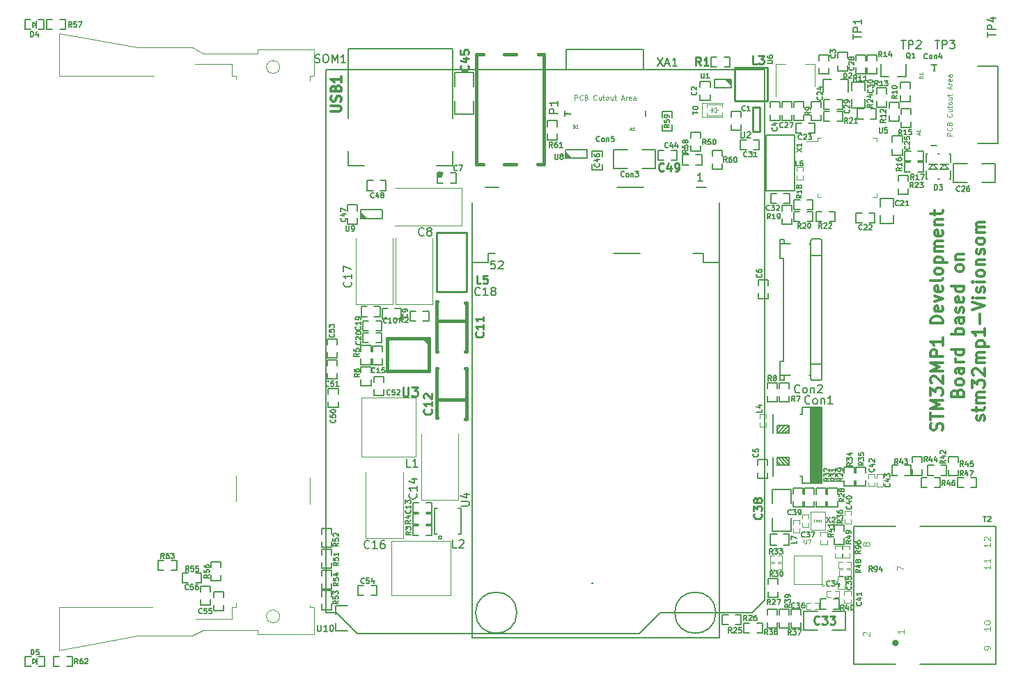
<source format=gbr>
G04 #@! TF.GenerationSoftware,KiCad,Pcbnew,5.1.9-73d0e3b20d~88~ubuntu20.04.1*
G04 #@! TF.CreationDate,2021-01-20T23:51:47+01:00*
G04 #@! TF.ProjectId,stm32mp1-custom-devboard,73746d33-326d-4703-912d-637573746f6d,V1.0*
G04 #@! TF.SameCoordinates,Original*
G04 #@! TF.FileFunction,Legend,Top*
G04 #@! TF.FilePolarity,Positive*
%FSLAX46Y46*%
G04 Gerber Fmt 4.6, Leading zero omitted, Abs format (unit mm)*
G04 Created by KiCad (PCBNEW 5.1.9-73d0e3b20d~88~ubuntu20.04.1) date 2021-01-20 23:51:47*
%MOMM*%
%LPD*%
G01*
G04 APERTURE LIST*
%ADD10C,0.300000*%
%ADD11C,0.200000*%
%ADD12C,0.400000*%
%ADD13C,0.398780*%
%ADD14C,0.198120*%
%ADD15C,0.120000*%
%ADD16C,0.150000*%
%ADD17C,0.100000*%
%ADD18C,0.127000*%
%ADD19C,0.254000*%
%ADD20C,0.381000*%
%ADD21C,0.301625*%
%ADD22C,0.158750*%
%ADD23C,0.076200*%
%ADD24C,0.250000*%
%ADD25C,0.190500*%
%ADD26C,0.285750*%
%ADD27C,0.025400*%
%ADD28C,0.000001*%
%ADD29C,0.050800*%
%ADD30C,0.203200*%
%ADD31C,0.125000*%
G04 APERTURE END LIST*
D10*
X206157142Y-113065714D02*
X206228571Y-112851428D01*
X206228571Y-112494285D01*
X206157142Y-112351428D01*
X206085714Y-112280000D01*
X205942857Y-112208571D01*
X205800000Y-112208571D01*
X205657142Y-112280000D01*
X205585714Y-112351428D01*
X205514285Y-112494285D01*
X205442857Y-112780000D01*
X205371428Y-112922857D01*
X205300000Y-112994285D01*
X205157142Y-113065714D01*
X205014285Y-113065714D01*
X204871428Y-112994285D01*
X204800000Y-112922857D01*
X204728571Y-112780000D01*
X204728571Y-112422857D01*
X204800000Y-112208571D01*
X204728571Y-111780000D02*
X204728571Y-110922857D01*
X206228571Y-111351428D02*
X204728571Y-111351428D01*
X206228571Y-110422857D02*
X204728571Y-110422857D01*
X205800000Y-109922857D01*
X204728571Y-109422857D01*
X206228571Y-109422857D01*
X204728571Y-108851428D02*
X204728571Y-107922857D01*
X205300000Y-108422857D01*
X205300000Y-108208571D01*
X205371428Y-108065714D01*
X205442857Y-107994285D01*
X205585714Y-107922857D01*
X205942857Y-107922857D01*
X206085714Y-107994285D01*
X206157142Y-108065714D01*
X206228571Y-108208571D01*
X206228571Y-108637142D01*
X206157142Y-108780000D01*
X206085714Y-108851428D01*
X204871428Y-107351428D02*
X204800000Y-107280000D01*
X204728571Y-107137142D01*
X204728571Y-106780000D01*
X204800000Y-106637142D01*
X204871428Y-106565714D01*
X205014285Y-106494285D01*
X205157142Y-106494285D01*
X205371428Y-106565714D01*
X206228571Y-107422857D01*
X206228571Y-106494285D01*
X206228571Y-105851428D02*
X204728571Y-105851428D01*
X205800000Y-105351428D01*
X204728571Y-104851428D01*
X206228571Y-104851428D01*
X206228571Y-104137142D02*
X204728571Y-104137142D01*
X204728571Y-103565714D01*
X204800000Y-103422857D01*
X204871428Y-103351428D01*
X205014285Y-103280000D01*
X205228571Y-103280000D01*
X205371428Y-103351428D01*
X205442857Y-103422857D01*
X205514285Y-103565714D01*
X205514285Y-104137142D01*
X206228571Y-101851428D02*
X206228571Y-102708571D01*
X206228571Y-102280000D02*
X204728571Y-102280000D01*
X204942857Y-102422857D01*
X205085714Y-102565714D01*
X205157142Y-102708571D01*
X206228571Y-100065714D02*
X204728571Y-100065714D01*
X204728571Y-99708571D01*
X204800000Y-99494285D01*
X204942857Y-99351428D01*
X205085714Y-99280000D01*
X205371428Y-99208571D01*
X205585714Y-99208571D01*
X205871428Y-99280000D01*
X206014285Y-99351428D01*
X206157142Y-99494285D01*
X206228571Y-99708571D01*
X206228571Y-100065714D01*
X206157142Y-97994285D02*
X206228571Y-98137142D01*
X206228571Y-98422857D01*
X206157142Y-98565714D01*
X206014285Y-98637142D01*
X205442857Y-98637142D01*
X205300000Y-98565714D01*
X205228571Y-98422857D01*
X205228571Y-98137142D01*
X205300000Y-97994285D01*
X205442857Y-97922857D01*
X205585714Y-97922857D01*
X205728571Y-98637142D01*
X205228571Y-97422857D02*
X206228571Y-97065714D01*
X205228571Y-96708571D01*
X206157142Y-95565714D02*
X206228571Y-95708571D01*
X206228571Y-95994285D01*
X206157142Y-96137142D01*
X206014285Y-96208571D01*
X205442857Y-96208571D01*
X205300000Y-96137142D01*
X205228571Y-95994285D01*
X205228571Y-95708571D01*
X205300000Y-95565714D01*
X205442857Y-95494285D01*
X205585714Y-95494285D01*
X205728571Y-96208571D01*
X206228571Y-94637142D02*
X206157142Y-94780000D01*
X206014285Y-94851428D01*
X204728571Y-94851428D01*
X206228571Y-93851428D02*
X206157142Y-93994285D01*
X206085714Y-94065714D01*
X205942857Y-94137142D01*
X205514285Y-94137142D01*
X205371428Y-94065714D01*
X205300000Y-93994285D01*
X205228571Y-93851428D01*
X205228571Y-93637142D01*
X205300000Y-93494285D01*
X205371428Y-93422857D01*
X205514285Y-93351428D01*
X205942857Y-93351428D01*
X206085714Y-93422857D01*
X206157142Y-93494285D01*
X206228571Y-93637142D01*
X206228571Y-93851428D01*
X205228571Y-92708571D02*
X206728571Y-92708571D01*
X205300000Y-92708571D02*
X205228571Y-92565714D01*
X205228571Y-92280000D01*
X205300000Y-92137142D01*
X205371428Y-92065714D01*
X205514285Y-91994285D01*
X205942857Y-91994285D01*
X206085714Y-92065714D01*
X206157142Y-92137142D01*
X206228571Y-92280000D01*
X206228571Y-92565714D01*
X206157142Y-92708571D01*
X206228571Y-91351428D02*
X205228571Y-91351428D01*
X205371428Y-91351428D02*
X205300000Y-91280000D01*
X205228571Y-91137142D01*
X205228571Y-90922857D01*
X205300000Y-90780000D01*
X205442857Y-90708571D01*
X206228571Y-90708571D01*
X205442857Y-90708571D02*
X205300000Y-90637142D01*
X205228571Y-90494285D01*
X205228571Y-90280000D01*
X205300000Y-90137142D01*
X205442857Y-90065714D01*
X206228571Y-90065714D01*
X206157142Y-88780000D02*
X206228571Y-88922857D01*
X206228571Y-89208571D01*
X206157142Y-89351428D01*
X206014285Y-89422857D01*
X205442857Y-89422857D01*
X205300000Y-89351428D01*
X205228571Y-89208571D01*
X205228571Y-88922857D01*
X205300000Y-88780000D01*
X205442857Y-88708571D01*
X205585714Y-88708571D01*
X205728571Y-89422857D01*
X205228571Y-88065714D02*
X206228571Y-88065714D01*
X205371428Y-88065714D02*
X205300000Y-87994285D01*
X205228571Y-87851428D01*
X205228571Y-87637142D01*
X205300000Y-87494285D01*
X205442857Y-87422857D01*
X206228571Y-87422857D01*
X205228571Y-86922857D02*
X205228571Y-86351428D01*
X204728571Y-86708571D02*
X206014285Y-86708571D01*
X206157142Y-86637142D01*
X206228571Y-86494285D01*
X206228571Y-86351428D01*
X207992857Y-108530000D02*
X208064285Y-108315714D01*
X208135714Y-108244285D01*
X208278571Y-108172857D01*
X208492857Y-108172857D01*
X208635714Y-108244285D01*
X208707142Y-108315714D01*
X208778571Y-108458571D01*
X208778571Y-109030000D01*
X207278571Y-109030000D01*
X207278571Y-108530000D01*
X207350000Y-108387142D01*
X207421428Y-108315714D01*
X207564285Y-108244285D01*
X207707142Y-108244285D01*
X207850000Y-108315714D01*
X207921428Y-108387142D01*
X207992857Y-108530000D01*
X207992857Y-109030000D01*
X208778571Y-107315714D02*
X208707142Y-107458571D01*
X208635714Y-107530000D01*
X208492857Y-107601428D01*
X208064285Y-107601428D01*
X207921428Y-107530000D01*
X207850000Y-107458571D01*
X207778571Y-107315714D01*
X207778571Y-107101428D01*
X207850000Y-106958571D01*
X207921428Y-106887142D01*
X208064285Y-106815714D01*
X208492857Y-106815714D01*
X208635714Y-106887142D01*
X208707142Y-106958571D01*
X208778571Y-107101428D01*
X208778571Y-107315714D01*
X208778571Y-105530000D02*
X207992857Y-105530000D01*
X207850000Y-105601428D01*
X207778571Y-105744285D01*
X207778571Y-106030000D01*
X207850000Y-106172857D01*
X208707142Y-105530000D02*
X208778571Y-105672857D01*
X208778571Y-106030000D01*
X208707142Y-106172857D01*
X208564285Y-106244285D01*
X208421428Y-106244285D01*
X208278571Y-106172857D01*
X208207142Y-106030000D01*
X208207142Y-105672857D01*
X208135714Y-105530000D01*
X208778571Y-104815714D02*
X207778571Y-104815714D01*
X208064285Y-104815714D02*
X207921428Y-104744285D01*
X207850000Y-104672857D01*
X207778571Y-104530000D01*
X207778571Y-104387142D01*
X208778571Y-103244285D02*
X207278571Y-103244285D01*
X208707142Y-103244285D02*
X208778571Y-103387142D01*
X208778571Y-103672857D01*
X208707142Y-103815714D01*
X208635714Y-103887142D01*
X208492857Y-103958571D01*
X208064285Y-103958571D01*
X207921428Y-103887142D01*
X207850000Y-103815714D01*
X207778571Y-103672857D01*
X207778571Y-103387142D01*
X207850000Y-103244285D01*
X208778571Y-101387142D02*
X207278571Y-101387142D01*
X207850000Y-101387142D02*
X207778571Y-101244285D01*
X207778571Y-100958571D01*
X207850000Y-100815714D01*
X207921428Y-100744285D01*
X208064285Y-100672857D01*
X208492857Y-100672857D01*
X208635714Y-100744285D01*
X208707142Y-100815714D01*
X208778571Y-100958571D01*
X208778571Y-101244285D01*
X208707142Y-101387142D01*
X208778571Y-99387142D02*
X207992857Y-99387142D01*
X207850000Y-99458571D01*
X207778571Y-99601428D01*
X207778571Y-99887142D01*
X207850000Y-100030000D01*
X208707142Y-99387142D02*
X208778571Y-99530000D01*
X208778571Y-99887142D01*
X208707142Y-100030000D01*
X208564285Y-100101428D01*
X208421428Y-100101428D01*
X208278571Y-100030000D01*
X208207142Y-99887142D01*
X208207142Y-99530000D01*
X208135714Y-99387142D01*
X208707142Y-98744285D02*
X208778571Y-98601428D01*
X208778571Y-98315714D01*
X208707142Y-98172857D01*
X208564285Y-98101428D01*
X208492857Y-98101428D01*
X208350000Y-98172857D01*
X208278571Y-98315714D01*
X208278571Y-98530000D01*
X208207142Y-98672857D01*
X208064285Y-98744285D01*
X207992857Y-98744285D01*
X207850000Y-98672857D01*
X207778571Y-98530000D01*
X207778571Y-98315714D01*
X207850000Y-98172857D01*
X208707142Y-96887142D02*
X208778571Y-97030000D01*
X208778571Y-97315714D01*
X208707142Y-97458571D01*
X208564285Y-97530000D01*
X207992857Y-97530000D01*
X207850000Y-97458571D01*
X207778571Y-97315714D01*
X207778571Y-97030000D01*
X207850000Y-96887142D01*
X207992857Y-96815714D01*
X208135714Y-96815714D01*
X208278571Y-97530000D01*
X208778571Y-95530000D02*
X207278571Y-95530000D01*
X208707142Y-95530000D02*
X208778571Y-95672857D01*
X208778571Y-95958571D01*
X208707142Y-96101428D01*
X208635714Y-96172857D01*
X208492857Y-96244285D01*
X208064285Y-96244285D01*
X207921428Y-96172857D01*
X207850000Y-96101428D01*
X207778571Y-95958571D01*
X207778571Y-95672857D01*
X207850000Y-95530000D01*
X208778571Y-93458571D02*
X208707142Y-93601428D01*
X208635714Y-93672857D01*
X208492857Y-93744285D01*
X208064285Y-93744285D01*
X207921428Y-93672857D01*
X207850000Y-93601428D01*
X207778571Y-93458571D01*
X207778571Y-93244285D01*
X207850000Y-93101428D01*
X207921428Y-93030000D01*
X208064285Y-92958571D01*
X208492857Y-92958571D01*
X208635714Y-93030000D01*
X208707142Y-93101428D01*
X208778571Y-93244285D01*
X208778571Y-93458571D01*
X207778571Y-92315714D02*
X208778571Y-92315714D01*
X207921428Y-92315714D02*
X207850000Y-92244285D01*
X207778571Y-92101428D01*
X207778571Y-91887142D01*
X207850000Y-91744285D01*
X207992857Y-91672857D01*
X208778571Y-91672857D01*
X211257142Y-111887142D02*
X211328571Y-111744285D01*
X211328571Y-111458571D01*
X211257142Y-111315714D01*
X211114285Y-111244285D01*
X211042857Y-111244285D01*
X210900000Y-111315714D01*
X210828571Y-111458571D01*
X210828571Y-111672857D01*
X210757142Y-111815714D01*
X210614285Y-111887142D01*
X210542857Y-111887142D01*
X210400000Y-111815714D01*
X210328571Y-111672857D01*
X210328571Y-111458571D01*
X210400000Y-111315714D01*
X210328571Y-110815714D02*
X210328571Y-110244285D01*
X209828571Y-110601428D02*
X211114285Y-110601428D01*
X211257142Y-110530000D01*
X211328571Y-110387142D01*
X211328571Y-110244285D01*
X211328571Y-109744285D02*
X210328571Y-109744285D01*
X210471428Y-109744285D02*
X210400000Y-109672857D01*
X210328571Y-109530000D01*
X210328571Y-109315714D01*
X210400000Y-109172857D01*
X210542857Y-109101428D01*
X211328571Y-109101428D01*
X210542857Y-109101428D02*
X210400000Y-109030000D01*
X210328571Y-108887142D01*
X210328571Y-108672857D01*
X210400000Y-108530000D01*
X210542857Y-108458571D01*
X211328571Y-108458571D01*
X209828571Y-107887142D02*
X209828571Y-106958571D01*
X210400000Y-107458571D01*
X210400000Y-107244285D01*
X210471428Y-107101428D01*
X210542857Y-107030000D01*
X210685714Y-106958571D01*
X211042857Y-106958571D01*
X211185714Y-107030000D01*
X211257142Y-107101428D01*
X211328571Y-107244285D01*
X211328571Y-107672857D01*
X211257142Y-107815714D01*
X211185714Y-107887142D01*
X209971428Y-106387142D02*
X209900000Y-106315714D01*
X209828571Y-106172857D01*
X209828571Y-105815714D01*
X209900000Y-105672857D01*
X209971428Y-105601428D01*
X210114285Y-105530000D01*
X210257142Y-105530000D01*
X210471428Y-105601428D01*
X211328571Y-106458571D01*
X211328571Y-105530000D01*
X211328571Y-104887142D02*
X210328571Y-104887142D01*
X210471428Y-104887142D02*
X210400000Y-104815714D01*
X210328571Y-104672857D01*
X210328571Y-104458571D01*
X210400000Y-104315714D01*
X210542857Y-104244285D01*
X211328571Y-104244285D01*
X210542857Y-104244285D02*
X210400000Y-104172857D01*
X210328571Y-104030000D01*
X210328571Y-103815714D01*
X210400000Y-103672857D01*
X210542857Y-103601428D01*
X211328571Y-103601428D01*
X210328571Y-102887142D02*
X211828571Y-102887142D01*
X210400000Y-102887142D02*
X210328571Y-102744285D01*
X210328571Y-102458571D01*
X210400000Y-102315714D01*
X210471428Y-102244285D01*
X210614285Y-102172857D01*
X211042857Y-102172857D01*
X211185714Y-102244285D01*
X211257142Y-102315714D01*
X211328571Y-102458571D01*
X211328571Y-102744285D01*
X211257142Y-102887142D01*
X211328571Y-100744285D02*
X211328571Y-101601428D01*
X211328571Y-101172857D02*
X209828571Y-101172857D01*
X210042857Y-101315714D01*
X210185714Y-101458571D01*
X210257142Y-101601428D01*
X210757142Y-100101428D02*
X210757142Y-98958571D01*
X209828571Y-98458571D02*
X211328571Y-97958571D01*
X209828571Y-97458571D01*
X211328571Y-96958571D02*
X210328571Y-96958571D01*
X209828571Y-96958571D02*
X209900000Y-97030000D01*
X209971428Y-96958571D01*
X209900000Y-96887142D01*
X209828571Y-96958571D01*
X209971428Y-96958571D01*
X211257142Y-96315714D02*
X211328571Y-96172857D01*
X211328571Y-95887142D01*
X211257142Y-95744285D01*
X211114285Y-95672857D01*
X211042857Y-95672857D01*
X210900000Y-95744285D01*
X210828571Y-95887142D01*
X210828571Y-96101428D01*
X210757142Y-96244285D01*
X210614285Y-96315714D01*
X210542857Y-96315714D01*
X210400000Y-96244285D01*
X210328571Y-96101428D01*
X210328571Y-95887142D01*
X210400000Y-95744285D01*
X211328571Y-95030000D02*
X210328571Y-95030000D01*
X209828571Y-95030000D02*
X209900000Y-95101428D01*
X209971428Y-95030000D01*
X209900000Y-94958571D01*
X209828571Y-95030000D01*
X209971428Y-95030000D01*
X211328571Y-94101428D02*
X211257142Y-94244285D01*
X211185714Y-94315714D01*
X211042857Y-94387142D01*
X210614285Y-94387142D01*
X210471428Y-94315714D01*
X210400000Y-94244285D01*
X210328571Y-94101428D01*
X210328571Y-93887142D01*
X210400000Y-93744285D01*
X210471428Y-93672857D01*
X210614285Y-93601428D01*
X211042857Y-93601428D01*
X211185714Y-93672857D01*
X211257142Y-93744285D01*
X211328571Y-93887142D01*
X211328571Y-94101428D01*
X210328571Y-92958571D02*
X211328571Y-92958571D01*
X210471428Y-92958571D02*
X210400000Y-92887142D01*
X210328571Y-92744285D01*
X210328571Y-92530000D01*
X210400000Y-92387142D01*
X210542857Y-92315714D01*
X211328571Y-92315714D01*
X211257142Y-91672857D02*
X211328571Y-91530000D01*
X211328571Y-91244285D01*
X211257142Y-91101428D01*
X211114285Y-91030000D01*
X211042857Y-91030000D01*
X210900000Y-91101428D01*
X210828571Y-91244285D01*
X210828571Y-91458571D01*
X210757142Y-91601428D01*
X210614285Y-91672857D01*
X210542857Y-91672857D01*
X210400000Y-91601428D01*
X210328571Y-91458571D01*
X210328571Y-91244285D01*
X210400000Y-91101428D01*
X211328571Y-90172857D02*
X211257142Y-90315714D01*
X211185714Y-90387142D01*
X211042857Y-90458571D01*
X210614285Y-90458571D01*
X210471428Y-90387142D01*
X210400000Y-90315714D01*
X210328571Y-90172857D01*
X210328571Y-89958571D01*
X210400000Y-89815714D01*
X210471428Y-89744285D01*
X210614285Y-89672857D01*
X211042857Y-89672857D01*
X211185714Y-89744285D01*
X211257142Y-89815714D01*
X211328571Y-89958571D01*
X211328571Y-90172857D01*
X211328571Y-89030000D02*
X210328571Y-89030000D01*
X210471428Y-89030000D02*
X210400000Y-88958571D01*
X210328571Y-88815714D01*
X210328571Y-88601428D01*
X210400000Y-88458571D01*
X210542857Y-88387142D01*
X211328571Y-88387142D01*
X210542857Y-88387142D02*
X210400000Y-88315714D01*
X210328571Y-88172857D01*
X210328571Y-87958571D01*
X210400000Y-87815714D01*
X210542857Y-87744285D01*
X211328571Y-87744285D01*
D11*
X144650000Y-80910000D02*
X146600000Y-80910000D01*
X146600000Y-80910000D02*
X146600000Y-79110000D01*
X146600000Y-75110000D02*
X146600000Y-66710000D01*
X146600000Y-66710000D02*
X133900000Y-66710000D01*
X133900000Y-66710000D02*
X133900000Y-75110000D01*
X135850000Y-80910000D02*
X133900000Y-80910000D01*
X133900000Y-80910000D02*
X133900000Y-79110000D01*
D12*
X145250000Y-81990000D02*
G75*
G03*
X145250000Y-81990000I-200000J0D01*
G01*
D13*
X200670620Y-138938820D02*
G75*
G03*
X200670620Y-138938820I-198120J0D01*
G01*
D14*
X195400120Y-124740220D02*
X195400120Y-141539780D01*
X200472500Y-141539780D02*
X195400120Y-141539780D01*
X200472500Y-124740220D02*
X195400120Y-124740220D01*
X203472240Y-141539780D02*
X212697520Y-141539780D01*
X212697520Y-124740220D02*
X212697520Y-141539780D01*
X203472240Y-124740220D02*
X212697520Y-124740220D01*
D15*
X190960000Y-77930000D02*
X189670000Y-77930000D01*
X190960000Y-77480000D02*
X190960000Y-77930000D01*
X191410000Y-77480000D02*
X190960000Y-77480000D01*
X198180000Y-77480000D02*
X198180000Y-77930000D01*
X197730000Y-77480000D02*
X198180000Y-77480000D01*
X190960000Y-84700000D02*
X190960000Y-84250000D01*
X191410000Y-84700000D02*
X190960000Y-84700000D01*
X198180000Y-84700000D02*
X198180000Y-84250000D01*
X197730000Y-84700000D02*
X198180000Y-84700000D01*
D16*
X180480000Y-76590000D02*
X180480000Y-75890000D01*
X181680000Y-76590000D02*
X180480000Y-76590000D01*
X181680000Y-75890000D02*
X181680000Y-76590000D01*
X180480000Y-74290000D02*
X180480000Y-74990000D01*
X181680000Y-74290000D02*
X180480000Y-74290000D01*
X181680000Y-74990000D02*
X181680000Y-74290000D01*
X177930000Y-70630000D02*
X177930000Y-71330000D01*
X176730000Y-70630000D02*
X177930000Y-70630000D01*
X176730000Y-71330000D02*
X176730000Y-70630000D01*
X177930000Y-72930000D02*
X177930000Y-72230000D01*
X176730000Y-72930000D02*
X177930000Y-72930000D01*
X176730000Y-72230000D02*
X176730000Y-72930000D01*
D17*
X177570000Y-74470000D02*
X177570000Y-74820000D01*
X179370000Y-74470000D02*
X179370000Y-74820000D01*
D15*
X176970000Y-73270000D02*
X176970000Y-74970000D01*
D17*
X178670000Y-74120000D02*
X178920000Y-74120000D01*
X178670000Y-74470000D02*
X178170000Y-74120000D01*
X178670000Y-73770000D02*
X178670000Y-74470000D01*
X178170000Y-74120000D02*
X178670000Y-73770000D01*
X178170000Y-74120000D02*
X177970000Y-74120000D01*
X178170000Y-73770000D02*
X178170000Y-74470000D01*
X177570000Y-73770000D02*
X177570000Y-73420000D01*
X179370000Y-74820000D02*
X177570000Y-74820000D01*
X179370000Y-73420000D02*
X179370000Y-73770000D01*
X177570000Y-73420000D02*
X179370000Y-73420000D01*
D15*
X176970000Y-74970000D02*
X179520000Y-74970000D01*
X176970000Y-73270000D02*
X179520000Y-73270000D01*
D16*
X180350000Y-68860000D02*
X179650000Y-68860000D01*
X180350000Y-67660000D02*
X180350000Y-68860000D01*
X179650000Y-67660000D02*
X180350000Y-67660000D01*
X178050000Y-68860000D02*
X178750000Y-68860000D01*
X178050000Y-67660000D02*
X178050000Y-68860000D01*
X178750000Y-67660000D02*
X178050000Y-67660000D01*
D18*
X178430000Y-71420000D02*
X178430000Y-70408000D01*
X180513500Y-71420000D02*
X178430000Y-71420000D01*
X180513500Y-70408000D02*
X180513500Y-71420000D01*
X178430000Y-70408000D02*
X180513500Y-70408000D01*
D16*
X180480000Y-70570000D02*
X180380000Y-70470000D01*
X180480000Y-70670000D02*
X180280000Y-70470000D01*
X180480000Y-70820000D02*
X180130000Y-70470000D01*
X180480000Y-70970000D02*
X179980000Y-70470000D01*
X180480000Y-71070000D02*
X179880000Y-70470000D01*
X191180000Y-69030000D02*
X191180000Y-69730000D01*
X191180000Y-69730000D02*
X192380000Y-69730000D01*
X192380000Y-69730000D02*
X192380000Y-69030000D01*
X191180000Y-68130000D02*
X191180000Y-67430000D01*
X191180000Y-67430000D02*
X192380000Y-67430000D01*
X192380000Y-67430000D02*
X192380000Y-68130000D01*
X185220000Y-75400000D02*
X185220000Y-74700000D01*
X186420000Y-75400000D02*
X185220000Y-75400000D01*
X186420000Y-74700000D02*
X186420000Y-75400000D01*
X185220000Y-73100000D02*
X185220000Y-73800000D01*
X186420000Y-73100000D02*
X185220000Y-73100000D01*
X186420000Y-73800000D02*
X186420000Y-73100000D01*
D19*
X183160000Y-76790000D02*
X183960000Y-76790000D01*
X183160000Y-73790000D02*
X183160000Y-76790000D01*
X183960000Y-73790000D02*
X183160000Y-73790000D01*
X183960000Y-76790000D02*
X183960000Y-73790000D01*
D16*
X183680000Y-118910000D02*
X183680000Y-118210000D01*
X184880000Y-118910000D02*
X183680000Y-118910000D01*
X184880000Y-118210000D02*
X184880000Y-118910000D01*
X183680000Y-116610000D02*
X183680000Y-117310000D01*
X184880000Y-116610000D02*
X183680000Y-116610000D01*
X184880000Y-117310000D02*
X184880000Y-116610000D01*
X183770000Y-96390000D02*
X183770000Y-97090000D01*
X183770000Y-97090000D02*
X184970000Y-97090000D01*
X184970000Y-97090000D02*
X184970000Y-96390000D01*
X183770000Y-95490000D02*
X183770000Y-94790000D01*
X183770000Y-94790000D02*
X184970000Y-94790000D01*
X184970000Y-94790000D02*
X184970000Y-95490000D01*
D17*
X183970000Y-111120000D02*
X184770000Y-111120000D01*
X183970000Y-111120000D02*
X183970000Y-111620000D01*
X184770000Y-111620000D02*
X184770000Y-111120000D01*
X184770000Y-112620000D02*
X184770000Y-112120000D01*
X183970000Y-112620000D02*
X184770000Y-112620000D01*
X183970000Y-112120000D02*
X183970000Y-112620000D01*
D16*
X186100000Y-117300000D02*
X186100000Y-116400000D01*
X186100000Y-116400000D02*
X187500000Y-116400000D01*
X187500000Y-116400000D02*
X187500000Y-117300000D01*
X187500000Y-117300000D02*
X186600000Y-116400000D01*
X187500000Y-116850000D02*
X187050000Y-116400000D01*
X186150000Y-116400000D02*
X187050000Y-117300000D01*
X186100000Y-116850000D02*
X186550000Y-117300000D01*
X186100000Y-117300000D02*
X187500000Y-117300000D01*
X186150000Y-113400000D02*
X187050000Y-112500000D01*
X186100000Y-113400000D02*
X187500000Y-113400000D01*
X186100000Y-112500000D02*
X186100000Y-113400000D01*
X186100000Y-112950000D02*
X186550000Y-112500000D01*
X186100000Y-112500000D02*
X187500000Y-112500000D01*
X187500000Y-112500000D02*
X186600000Y-113400000D01*
X187500000Y-112950000D02*
X187050000Y-113400000D01*
X187500000Y-113400000D02*
X187500000Y-112500000D01*
X188850000Y-118650000D02*
X189150000Y-118650000D01*
X189150000Y-118650000D02*
X189150000Y-119550000D01*
X189150000Y-119550000D02*
X191550000Y-119550000D01*
X191550000Y-119550000D02*
X191550000Y-110250000D01*
X191550000Y-110250000D02*
X189150000Y-110250000D01*
X189150000Y-110250000D02*
X189150000Y-111150000D01*
X189150000Y-111150000D02*
X188850000Y-111150000D01*
X190150000Y-110250000D02*
X190150000Y-119550000D01*
D17*
G36*
X190150000Y-119550000D02*
G01*
X191550000Y-119550000D01*
X191550000Y-110250000D01*
X190150000Y-110250000D01*
X190150000Y-119550000D01*
G37*
X190150000Y-119550000D02*
X191550000Y-119550000D01*
X191550000Y-110250000D01*
X190150000Y-110250000D01*
X190150000Y-119550000D01*
D16*
X185600000Y-111100000D02*
X185600000Y-113400000D01*
X185600000Y-116400000D02*
X185600000Y-118650000D01*
D11*
X186440000Y-90410000D02*
X186910000Y-90410000D01*
X186460000Y-106400000D02*
X186910000Y-106400000D01*
X186440000Y-104660000D02*
X186440000Y-106960000D01*
X191520000Y-89990000D02*
X191520000Y-106790000D01*
X190190000Y-106810000D02*
X190190000Y-104735000D01*
X191434203Y-106974191D02*
X191461629Y-106951209D01*
X191401335Y-106992715D02*
X191434203Y-106974191D01*
X191363118Y-107005297D02*
X191401335Y-106992715D01*
X191320000Y-107010000D02*
X191363118Y-107005297D01*
X191320000Y-107010000D02*
X190390000Y-107010000D01*
X186840000Y-104660000D02*
X186840000Y-92160000D01*
X191520000Y-90010000D02*
X191516620Y-89973386D01*
X190193720Y-89971608D02*
X190190000Y-90010000D01*
X190205646Y-89932449D02*
X190193720Y-89971608D01*
X190226352Y-89895027D02*
X190205646Y-89932449D01*
X190248370Y-89868791D02*
X190226352Y-89895027D01*
X190275796Y-89845809D02*
X190248370Y-89868791D01*
X186440000Y-92160000D02*
X186440000Y-89860000D01*
X186910000Y-106960000D02*
X186440000Y-106960000D01*
X186910000Y-106400000D02*
X186910000Y-106960000D01*
X189990000Y-90410000D02*
X190190000Y-90410000D01*
X191432581Y-89844693D02*
X191400060Y-89826723D01*
X191487008Y-89899961D02*
X191459850Y-89867027D01*
X191516620Y-89973386D02*
X191505793Y-89935971D01*
X189990000Y-106410000D02*
X190190000Y-106410000D01*
X190308664Y-89827285D02*
X190275796Y-89845809D01*
X190346881Y-89814703D02*
X190308664Y-89827285D01*
X190390000Y-89810000D02*
X190346881Y-89814703D01*
X191362389Y-89814543D02*
X191320000Y-89810000D01*
X190190000Y-92085000D02*
X190190000Y-104734999D01*
X186440000Y-89860000D02*
X186910000Y-89860000D01*
X186910000Y-90410000D02*
X186910000Y-89860000D01*
X190204206Y-106884029D02*
X190222991Y-106920039D01*
X190193379Y-106846614D02*
X190204206Y-106884029D01*
X190190000Y-106810000D02*
X190193379Y-106846614D01*
X191320000Y-89810000D02*
X190400000Y-89810000D01*
X191520000Y-105035000D02*
X190190000Y-105040000D01*
X190347610Y-107005457D02*
X190390000Y-107010000D01*
X190309939Y-106993277D02*
X190347610Y-107005457D01*
X190277418Y-106975307D02*
X190309939Y-106993277D01*
X190250149Y-106952973D02*
X190277418Y-106975307D01*
X190222991Y-106920039D02*
X190250149Y-106952973D01*
X191516279Y-106848392D02*
X191520000Y-106810000D01*
X191504353Y-106887551D02*
X191516279Y-106848392D01*
X191483647Y-106924973D02*
X191504353Y-106887551D01*
X191461629Y-106951209D02*
X191483647Y-106924973D01*
X186440000Y-104660000D02*
X186840000Y-104660000D01*
X191520000Y-91785000D02*
X190200000Y-91785000D01*
X190190000Y-92085000D02*
X190190000Y-90010000D01*
X186440000Y-92160000D02*
X186840000Y-92160000D01*
X186910000Y-90410000D02*
X187690000Y-90410000D01*
X186910000Y-106400000D02*
X187690000Y-106400000D01*
D17*
X120300000Y-69980000D02*
X120300000Y-70280000D01*
X120300000Y-121740014D02*
X120300000Y-118549938D01*
X129300000Y-122070000D02*
X129300000Y-118800000D01*
X129300000Y-69980000D02*
X129300000Y-70590000D01*
X120300000Y-134620000D02*
X120300000Y-134030000D01*
X129300000Y-134620000D02*
X129300000Y-134310000D01*
X110340000Y-69970000D02*
X98799996Y-69970000D01*
X110130017Y-134620000D02*
X98799994Y-134620000D01*
X98800000Y-64800000D02*
X98800000Y-69970000D01*
X98800000Y-139800000D02*
X98800000Y-134620000D01*
X108360000Y-66550000D02*
X98800000Y-64800000D01*
X108350000Y-138040000D02*
X98800000Y-139800000D01*
X129800000Y-134620000D02*
X129800000Y-137850000D01*
X125600000Y-135700000D02*
G75*
G03*
X125600000Y-135700000I-800000J0D01*
G01*
X125600000Y-68900000D02*
G75*
G03*
X125600000Y-68900000I-800000J0D01*
G01*
X129300000Y-134620000D02*
X129800000Y-134620000D01*
X129800000Y-137850000D02*
X122950000Y-137850000D01*
X129800000Y-69980000D02*
X129800000Y-66750000D01*
X129800000Y-66750000D02*
X122950000Y-66750000D01*
X122950000Y-66750000D02*
X122950000Y-67250000D01*
X122950000Y-137850000D02*
X122950000Y-137350000D01*
X129300000Y-69980000D02*
X129800000Y-69980000D01*
X120300000Y-69980000D02*
X119800000Y-69980000D01*
X120300000Y-134620000D02*
X119800000Y-134620000D01*
X122950000Y-67250000D02*
X116350000Y-67250000D01*
X122950000Y-137350000D02*
X116350000Y-137350000D01*
X119800000Y-136050000D02*
X115409989Y-136050000D01*
X119800000Y-134620000D02*
X119800000Y-136050000D01*
X119800000Y-68550000D02*
X115309989Y-68550000D01*
X119800000Y-69980000D02*
X119800000Y-68550000D01*
X108350000Y-138040000D02*
X114950000Y-138040000D01*
X116350000Y-137350000D02*
X114950000Y-138040000D01*
X108359993Y-66550000D02*
X114960000Y-66550000D01*
X116350000Y-67250000D02*
X114970000Y-66550000D01*
D16*
X184540000Y-69200000D02*
X131200000Y-69200000D01*
X171840000Y-135240000D02*
X183016000Y-135240000D01*
X169300000Y-137780000D02*
X171840000Y-135240000D01*
X135010000Y-137780000D02*
X169300000Y-137780000D01*
X132470000Y-135240000D02*
X135010000Y-137780000D01*
X131200000Y-135240000D02*
X132470000Y-135240000D01*
X184540000Y-133716000D02*
X183016000Y-135240000D01*
X131200000Y-69200000D02*
X131200000Y-135240000D01*
X184540000Y-69200000D02*
X184540000Y-133716000D01*
D15*
X135525000Y-116310000D02*
X142175000Y-116310000D01*
X135525000Y-109110000D02*
X135525000Y-116310000D01*
X142175000Y-109110000D02*
X135525000Y-109110000D01*
X142175000Y-116310000D02*
X142175000Y-109110000D01*
X139150000Y-133175000D02*
X146350000Y-133175000D01*
X146350000Y-133175000D02*
X146350000Y-126525000D01*
X146350000Y-126525000D02*
X139150000Y-126525000D01*
X139150000Y-126525000D02*
X139150000Y-133175000D01*
D20*
X143759360Y-102470460D02*
X143258980Y-101970080D01*
X138654600Y-105886120D02*
X143785400Y-105886120D01*
X143785400Y-105886120D02*
X143785400Y-101933880D01*
X143785400Y-101933880D02*
X138654600Y-101933880D01*
X138654600Y-101933880D02*
X138654600Y-105886120D01*
D16*
X144750000Y-122520000D02*
X144450000Y-122520000D01*
X144450000Y-122520000D02*
X144450000Y-125720000D01*
X144750000Y-125720000D02*
X144450000Y-125720000D01*
X147650000Y-122520000D02*
X147650000Y-125720000D01*
X147650000Y-122520000D02*
X147350000Y-122520000D01*
X147650000Y-125720000D02*
X147350000Y-125720000D01*
X145306155Y-126120000D02*
G75*
G03*
X145306155Y-126120000I-206155J0D01*
G01*
X144780000Y-81780000D02*
X145480000Y-81780000D01*
X144780000Y-82980000D02*
X144780000Y-81780000D01*
X145480000Y-82980000D02*
X144780000Y-82980000D01*
X147080000Y-81780000D02*
X146380000Y-81780000D01*
X147080000Y-82980000D02*
X147080000Y-81780000D01*
X146380000Y-82980000D02*
X147080000Y-82980000D01*
D15*
X139640000Y-88160000D02*
X147700000Y-88160000D01*
X147700000Y-88160000D02*
X147700000Y-83640000D01*
X147700000Y-83640000D02*
X139640000Y-83640000D01*
D16*
X138050000Y-98300000D02*
X138750000Y-98300000D01*
X138050000Y-99500000D02*
X138050000Y-98300000D01*
X138750000Y-99500000D02*
X138050000Y-99500000D01*
X140350000Y-98300000D02*
X139650000Y-98300000D01*
X140350000Y-99500000D02*
X140350000Y-98300000D01*
X139650000Y-99500000D02*
X140350000Y-99500000D01*
X137110000Y-99240000D02*
X137810000Y-99240000D01*
X137810000Y-99240000D02*
X137810000Y-98040000D01*
X137810000Y-98040000D02*
X137110000Y-98040000D01*
X136210000Y-99240000D02*
X135510000Y-99240000D01*
X135510000Y-99240000D02*
X135510000Y-98040000D01*
X135510000Y-98040000D02*
X136210000Y-98040000D01*
D20*
X144690000Y-99740000D02*
X148290000Y-99740000D01*
X148290000Y-103540000D02*
X148190000Y-103540000D01*
X148290000Y-103540000D02*
X148290000Y-97540000D01*
X148290000Y-97540000D02*
X148190000Y-97540000D01*
X144690000Y-97440000D02*
X144790000Y-97440000D01*
X144690000Y-97440000D02*
X144690000Y-103540000D01*
X144690000Y-103540000D02*
X144790000Y-103540000D01*
X148290000Y-105580000D02*
X148190000Y-105580000D01*
X148290000Y-111680000D02*
X148290000Y-105580000D01*
X148290000Y-111680000D02*
X148190000Y-111680000D01*
X144690000Y-111580000D02*
X144790000Y-111580000D01*
X144690000Y-105580000D02*
X144690000Y-111580000D01*
X144690000Y-105580000D02*
X144790000Y-105580000D01*
X148290000Y-109380000D02*
X144690000Y-109380000D01*
D16*
X143400000Y-123060000D02*
X144100000Y-123060000D01*
X144100000Y-123060000D02*
X144100000Y-121860000D01*
X144100000Y-121860000D02*
X143400000Y-121860000D01*
X142500000Y-123060000D02*
X141800000Y-123060000D01*
X141800000Y-123060000D02*
X141800000Y-121860000D01*
X141800000Y-121860000D02*
X142500000Y-121860000D01*
D15*
X142800000Y-113510000D02*
X142800000Y-121570000D01*
X142800000Y-121570000D02*
X147320000Y-121570000D01*
X147320000Y-121570000D02*
X147320000Y-113510000D01*
D16*
X138120000Y-102790000D02*
X138120000Y-103490000D01*
X136920000Y-102790000D02*
X138120000Y-102790000D01*
X136920000Y-103490000D02*
X136920000Y-102790000D01*
X138120000Y-105090000D02*
X138120000Y-104390000D01*
X136920000Y-105090000D02*
X138120000Y-105090000D01*
X136920000Y-104390000D02*
X136920000Y-105090000D01*
D15*
X140600000Y-126200000D02*
X140600000Y-118140000D01*
X136080000Y-126200000D02*
X140600000Y-126200000D01*
X136080000Y-118140000D02*
X136080000Y-126200000D01*
X139350000Y-97750000D02*
X139350000Y-89690000D01*
X134830000Y-97750000D02*
X139350000Y-97750000D01*
X134830000Y-89690000D02*
X134830000Y-97750000D01*
X144210000Y-97740000D02*
X144210000Y-89680000D01*
X139690000Y-97740000D02*
X144210000Y-97740000D01*
X139690000Y-89680000D02*
X139690000Y-97740000D01*
D16*
X138020000Y-100980000D02*
X137320000Y-100980000D01*
X138020000Y-99780000D02*
X138020000Y-100980000D01*
X137320000Y-99780000D02*
X138020000Y-99780000D01*
X135720000Y-100980000D02*
X136420000Y-100980000D01*
X135720000Y-99780000D02*
X135720000Y-100980000D01*
X136420000Y-99780000D02*
X135720000Y-99780000D01*
X136420000Y-101230000D02*
X135720000Y-101230000D01*
X135720000Y-101230000D02*
X135720000Y-102430000D01*
X135720000Y-102430000D02*
X136420000Y-102430000D01*
X137320000Y-101230000D02*
X138020000Y-101230000D01*
X138020000Y-101230000D02*
X138020000Y-102430000D01*
X138020000Y-102430000D02*
X137320000Y-102430000D01*
D19*
X148300000Y-96240000D02*
X148300000Y-89040000D01*
X148300000Y-89040000D02*
X144700000Y-89040000D01*
X144700000Y-89040000D02*
X144700000Y-96240000D01*
X144700000Y-96240000D02*
X148300000Y-96240000D01*
D16*
X141430000Y-98620000D02*
X142130000Y-98620000D01*
X141430000Y-99820000D02*
X141430000Y-98620000D01*
X142130000Y-99820000D02*
X141430000Y-99820000D01*
X143730000Y-98620000D02*
X143030000Y-98620000D01*
X143730000Y-99820000D02*
X143730000Y-98620000D01*
X143030000Y-99820000D02*
X143730000Y-99820000D01*
X144110000Y-125870000D02*
X143410000Y-125870000D01*
X144110000Y-124670000D02*
X144110000Y-125870000D01*
X143410000Y-124670000D02*
X144110000Y-124670000D01*
X141810000Y-125870000D02*
X142510000Y-125870000D01*
X141810000Y-124670000D02*
X141810000Y-125870000D01*
X142510000Y-124670000D02*
X141810000Y-124670000D01*
X141800000Y-123270000D02*
X142500000Y-123270000D01*
X141800000Y-124470000D02*
X141800000Y-123270000D01*
X142500000Y-124470000D02*
X141800000Y-124470000D01*
X144100000Y-123270000D02*
X143400000Y-123270000D01*
X144100000Y-124470000D02*
X144100000Y-123270000D01*
X143400000Y-124470000D02*
X144100000Y-124470000D01*
X136700000Y-102780000D02*
X136700000Y-103480000D01*
X135500000Y-102780000D02*
X136700000Y-102780000D01*
X135500000Y-103480000D02*
X135500000Y-102780000D01*
X136700000Y-105080000D02*
X136700000Y-104380000D01*
X135500000Y-105080000D02*
X136700000Y-105080000D01*
X135500000Y-104380000D02*
X135500000Y-105080000D01*
X136690000Y-106030000D02*
X136690000Y-105330000D01*
X136690000Y-105330000D02*
X135490000Y-105330000D01*
X135490000Y-105330000D02*
X135490000Y-106030000D01*
X136690000Y-106930000D02*
X136690000Y-107630000D01*
X136690000Y-107630000D02*
X135490000Y-107630000D01*
X135490000Y-107630000D02*
X135490000Y-106930000D01*
X187540000Y-107300000D02*
X187540000Y-108000000D01*
X186340000Y-107300000D02*
X187540000Y-107300000D01*
X186340000Y-108000000D02*
X186340000Y-107300000D01*
X187540000Y-109600000D02*
X187540000Y-108900000D01*
X186340000Y-109600000D02*
X187540000Y-109600000D01*
X186340000Y-108900000D02*
X186340000Y-109600000D01*
X184890000Y-108900000D02*
X184890000Y-109600000D01*
X184890000Y-109600000D02*
X186090000Y-109600000D01*
X186090000Y-109600000D02*
X186090000Y-108900000D01*
X184890000Y-108000000D02*
X184890000Y-107300000D01*
X184890000Y-107300000D02*
X186090000Y-107300000D01*
X186090000Y-107300000D02*
X186090000Y-108000000D01*
D18*
X198587200Y-86895620D02*
X198587200Y-87911620D01*
X200215340Y-87911620D02*
X200215340Y-86888000D01*
X200210260Y-87916700D02*
X198599900Y-87916700D01*
X200210260Y-84850920D02*
X198599900Y-84850920D01*
X200215340Y-84856000D02*
X200215340Y-85879620D01*
X198587200Y-85872000D02*
X198587200Y-84856000D01*
D16*
X195680000Y-86650000D02*
X196380000Y-86650000D01*
X195680000Y-87850000D02*
X195680000Y-86650000D01*
X196380000Y-87850000D02*
X195680000Y-87850000D01*
X197980000Y-86650000D02*
X197280000Y-86650000D01*
X197980000Y-87850000D02*
X197980000Y-86650000D01*
X197280000Y-87850000D02*
X197980000Y-87850000D01*
X189940000Y-76930000D02*
X190640000Y-76930000D01*
X190640000Y-76930000D02*
X190640000Y-75730000D01*
X190640000Y-75730000D02*
X189940000Y-75730000D01*
X189040000Y-76930000D02*
X188340000Y-76930000D01*
X188340000Y-76930000D02*
X188340000Y-75730000D01*
X188340000Y-75730000D02*
X189040000Y-75730000D01*
X191440000Y-73100000D02*
X191440000Y-73800000D01*
X190240000Y-73100000D02*
X191440000Y-73100000D01*
X190240000Y-73800000D02*
X190240000Y-73100000D01*
X191440000Y-75400000D02*
X191440000Y-74700000D01*
X190240000Y-75400000D02*
X191440000Y-75400000D01*
X190240000Y-74700000D02*
X190240000Y-75400000D01*
X201290000Y-77990000D02*
X201290000Y-77290000D01*
X201290000Y-77290000D02*
X200090000Y-77290000D01*
X200090000Y-77290000D02*
X200090000Y-77990000D01*
X201290000Y-78890000D02*
X201290000Y-79590000D01*
X201290000Y-79590000D02*
X200090000Y-79590000D01*
X200090000Y-79590000D02*
X200090000Y-78890000D01*
D17*
X189230000Y-81610000D02*
X189230000Y-81110000D01*
X189230000Y-81110000D02*
X188430000Y-81110000D01*
X188430000Y-81110000D02*
X188430000Y-81610000D01*
X188430000Y-82110000D02*
X188430000Y-82610000D01*
X189230000Y-82610000D02*
X189230000Y-82110000D01*
X189230000Y-82610000D02*
X188430000Y-82610000D01*
D16*
X154430000Y-135260000D02*
G75*
G03*
X154430000Y-135260000I-2500000J0D01*
G01*
X178630000Y-135260000D02*
G75*
G03*
X178630000Y-135260000I-2500000J0D01*
G01*
X179080000Y-92710000D02*
X177080000Y-92710000D01*
X179080000Y-85410000D02*
X179080000Y-92710000D01*
X148980000Y-85410000D02*
X148980000Y-92710000D01*
X177430000Y-83510000D02*
X176230000Y-83510000D01*
X169830000Y-83510000D02*
X166630000Y-83510000D01*
X152230000Y-83510000D02*
X150630000Y-83510000D01*
X177080000Y-92710000D02*
X177080000Y-91610000D01*
X177080000Y-91610000D02*
X175880000Y-91610000D01*
X169430000Y-91610000D02*
X166230000Y-91610000D01*
X151830000Y-91610000D02*
X150980000Y-91610000D01*
X150980000Y-91610000D02*
X150980000Y-92710000D01*
X148980000Y-92710000D02*
X150980000Y-92710000D01*
X148980000Y-138310000D02*
X148980000Y-92710000D01*
X179080000Y-138310000D02*
X179080000Y-92710000D01*
X179080000Y-138310000D02*
X148980000Y-138310000D01*
D18*
X207520000Y-80617000D02*
X207520000Y-82903000D01*
X207520000Y-82903000D02*
X209171000Y-82903000D01*
X210949000Y-80617000D02*
X212600000Y-80617000D01*
X212600000Y-80617000D02*
X212600000Y-82903000D01*
X212600000Y-82903000D02*
X210949000Y-82903000D01*
X209171000Y-80617000D02*
X207520000Y-80617000D01*
D16*
X186700000Y-74700000D02*
X186700000Y-75400000D01*
X186700000Y-75400000D02*
X187900000Y-75400000D01*
X187900000Y-75400000D02*
X187900000Y-74700000D01*
X186700000Y-73800000D02*
X186700000Y-73100000D01*
X186700000Y-73100000D02*
X187900000Y-73100000D01*
X187900000Y-73100000D02*
X187900000Y-73800000D01*
X194630000Y-67110000D02*
X194630000Y-67810000D01*
X193430000Y-67110000D02*
X194630000Y-67110000D01*
X193430000Y-67810000D02*
X193430000Y-67110000D01*
X194630000Y-69410000D02*
X194630000Y-68710000D01*
X193430000Y-69410000D02*
X194630000Y-69410000D01*
X193430000Y-68710000D02*
X193430000Y-69410000D01*
X192450000Y-72840000D02*
X191750000Y-72840000D01*
X191750000Y-72840000D02*
X191750000Y-74040000D01*
X191750000Y-74040000D02*
X192450000Y-74040000D01*
X193350000Y-72840000D02*
X194050000Y-72840000D01*
X194050000Y-72840000D02*
X194050000Y-74040000D01*
X194050000Y-74040000D02*
X193350000Y-74040000D01*
D18*
X195147200Y-71792000D02*
X195147200Y-70776000D01*
X196775340Y-70776000D02*
X196775340Y-71799620D01*
X196770260Y-70770920D02*
X195159900Y-70770920D01*
X196770260Y-73836700D02*
X195159900Y-73836700D01*
X196775340Y-73831620D02*
X196775340Y-72808000D01*
X195147200Y-72815620D02*
X195147200Y-73831620D01*
D16*
X182330000Y-77770000D02*
X181630000Y-77770000D01*
X181630000Y-77770000D02*
X181630000Y-78970000D01*
X181630000Y-78970000D02*
X182330000Y-78970000D01*
X183230000Y-77770000D02*
X183930000Y-77770000D01*
X183930000Y-77770000D02*
X183930000Y-78970000D01*
X183930000Y-78970000D02*
X183230000Y-78970000D01*
X185290000Y-84290000D02*
X185990000Y-84290000D01*
X185290000Y-85490000D02*
X185290000Y-84290000D01*
X185990000Y-85490000D02*
X185290000Y-85490000D01*
X187590000Y-84290000D02*
X186890000Y-84290000D01*
X187590000Y-85490000D02*
X187590000Y-84290000D01*
X186890000Y-85490000D02*
X187590000Y-85490000D01*
D14*
X204786760Y-78442520D02*
X205485260Y-78442520D01*
X205485260Y-68597480D02*
X204786760Y-68597480D01*
X210483980Y-78219000D02*
X212942700Y-78219000D01*
X212942700Y-78219000D02*
X212942700Y-68821000D01*
X212942700Y-68821000D02*
X210483980Y-68821000D01*
D16*
X193770000Y-70410000D02*
X194720000Y-70410000D01*
X192670000Y-70410000D02*
X191720000Y-70410000D01*
D18*
X194744000Y-70410000D02*
X194744000Y-71910000D01*
X191696000Y-71910000D02*
X191696000Y-70410000D01*
D16*
X205040000Y-80730000D02*
X205540000Y-80730000D01*
X204540000Y-81330000D02*
X205540000Y-81330000D01*
X205540000Y-81330000D02*
X205040000Y-80730000D01*
X205040000Y-80730000D02*
X204540000Y-81330000D01*
X205040000Y-80730000D02*
X204540000Y-80730000D01*
D18*
X204210000Y-80502000D02*
X204210000Y-79486000D01*
X207210000Y-79486000D02*
X207210000Y-80509620D01*
X207210000Y-79486000D02*
X207035000Y-79486000D01*
X207210000Y-82541620D02*
X207210000Y-81518000D01*
X204210000Y-81525620D02*
X204210000Y-82541620D01*
X204385000Y-79486000D02*
X204210000Y-79486000D01*
X204385000Y-82541620D02*
X204210000Y-82541620D01*
X207210000Y-82541620D02*
X207035000Y-82541620D01*
X205780000Y-82534000D02*
X205640000Y-82534000D01*
X205780000Y-79486000D02*
X205640000Y-79486000D01*
D16*
X206380000Y-80730000D02*
X206880000Y-80730000D01*
X206880000Y-81330000D02*
X206380000Y-80730000D01*
X206380000Y-80730000D02*
X205880000Y-81330000D01*
X205880000Y-81330000D02*
X206880000Y-81330000D01*
X206380000Y-80730000D02*
X205880000Y-80730000D01*
D18*
X201734000Y-68530000D02*
X201734000Y-70030000D01*
X198686000Y-70030000D02*
X198686000Y-68530000D01*
D16*
X200760000Y-70030000D02*
X201710000Y-70030000D01*
X199660000Y-70030000D02*
X198710000Y-70030000D01*
X189340000Y-73790000D02*
X189340000Y-73090000D01*
X189340000Y-73090000D02*
X188140000Y-73090000D01*
X188140000Y-73090000D02*
X188140000Y-73790000D01*
X189340000Y-74690000D02*
X189340000Y-75390000D01*
X189340000Y-75390000D02*
X188140000Y-75390000D01*
X188140000Y-75390000D02*
X188140000Y-74690000D01*
X202300000Y-70770000D02*
X202300000Y-71470000D01*
X201100000Y-70770000D02*
X202300000Y-70770000D01*
X201100000Y-71470000D02*
X201100000Y-70770000D01*
X202300000Y-73070000D02*
X202300000Y-72370000D01*
X201100000Y-73070000D02*
X202300000Y-73070000D01*
X201100000Y-72370000D02*
X201100000Y-73070000D01*
X196830000Y-67400000D02*
X196830000Y-68100000D01*
X195630000Y-67400000D02*
X196830000Y-67400000D01*
X195630000Y-68100000D02*
X195630000Y-67400000D01*
X196830000Y-69700000D02*
X196830000Y-69000000D01*
X195630000Y-69700000D02*
X196830000Y-69700000D01*
X195630000Y-69000000D02*
X195630000Y-69700000D01*
X200920000Y-73200000D02*
X200920000Y-73900000D01*
X199720000Y-73200000D02*
X200920000Y-73200000D01*
X199720000Y-73900000D02*
X199720000Y-73200000D01*
X200920000Y-75500000D02*
X200920000Y-74800000D01*
X199720000Y-75500000D02*
X200920000Y-75500000D01*
X199720000Y-74800000D02*
X199720000Y-75500000D01*
X198190000Y-73060000D02*
X198190000Y-73760000D01*
X198190000Y-73760000D02*
X199390000Y-73760000D01*
X199390000Y-73760000D02*
X199390000Y-73060000D01*
X198190000Y-72160000D02*
X198190000Y-71460000D01*
X198190000Y-71460000D02*
X199390000Y-71460000D01*
X199390000Y-71460000D02*
X199390000Y-72160000D01*
X197040000Y-69700000D02*
X197040000Y-69000000D01*
X198240000Y-69700000D02*
X197040000Y-69700000D01*
X198240000Y-69000000D02*
X198240000Y-69700000D01*
X197040000Y-67400000D02*
X197040000Y-68100000D01*
X198240000Y-67400000D02*
X197040000Y-67400000D01*
X198240000Y-68100000D02*
X198240000Y-67400000D01*
X201120000Y-75550000D02*
X201120000Y-76250000D01*
X201120000Y-76250000D02*
X202320000Y-76250000D01*
X202320000Y-76250000D02*
X202320000Y-75550000D01*
X201120000Y-74650000D02*
X201120000Y-73950000D01*
X201120000Y-73950000D02*
X202320000Y-73950000D01*
X202320000Y-73950000D02*
X202320000Y-74650000D01*
X203210000Y-80310000D02*
X203910000Y-80310000D01*
X203910000Y-80310000D02*
X203910000Y-79110000D01*
X203910000Y-79110000D02*
X203210000Y-79110000D01*
X202310000Y-80310000D02*
X201610000Y-80310000D01*
X201610000Y-80310000D02*
X201610000Y-79110000D01*
X201610000Y-79110000D02*
X202310000Y-79110000D01*
X203900000Y-81700000D02*
X203200000Y-81700000D01*
X203900000Y-80500000D02*
X203900000Y-81700000D01*
X203200000Y-80500000D02*
X203900000Y-80500000D01*
X201600000Y-81700000D02*
X202300000Y-81700000D01*
X201600000Y-80500000D02*
X201600000Y-81700000D01*
X202300000Y-80500000D02*
X201600000Y-80500000D01*
X189750000Y-86260000D02*
X190450000Y-86260000D01*
X190450000Y-86260000D02*
X190450000Y-85060000D01*
X190450000Y-85060000D02*
X189750000Y-85060000D01*
X188850000Y-86260000D02*
X188150000Y-86260000D01*
X188150000Y-86260000D02*
X188150000Y-85060000D01*
X188150000Y-85060000D02*
X188850000Y-85060000D01*
X187860000Y-86410000D02*
X187860000Y-85710000D01*
X187860000Y-85710000D02*
X186660000Y-85710000D01*
X186660000Y-85710000D02*
X186660000Y-86410000D01*
X187860000Y-87310000D02*
X187860000Y-88010000D01*
X187860000Y-88010000D02*
X186660000Y-88010000D01*
X186660000Y-88010000D02*
X186660000Y-87310000D01*
X189740000Y-87660000D02*
X190440000Y-87660000D01*
X190440000Y-87660000D02*
X190440000Y-86460000D01*
X190440000Y-86460000D02*
X189740000Y-86460000D01*
X188840000Y-87660000D02*
X188140000Y-87660000D01*
X188140000Y-87660000D02*
X188140000Y-86460000D01*
X188140000Y-86460000D02*
X188840000Y-86460000D01*
X194060000Y-75460000D02*
X193360000Y-75460000D01*
X194060000Y-74260000D02*
X194060000Y-75460000D01*
X193360000Y-74260000D02*
X194060000Y-74260000D01*
X191760000Y-75460000D02*
X192460000Y-75460000D01*
X191760000Y-74260000D02*
X191760000Y-75460000D01*
X192460000Y-74260000D02*
X191760000Y-74260000D01*
X190830000Y-86460000D02*
X191530000Y-86460000D01*
X190830000Y-87660000D02*
X190830000Y-86460000D01*
X191530000Y-87660000D02*
X190830000Y-87660000D01*
X193130000Y-86460000D02*
X192430000Y-86460000D01*
X193130000Y-87660000D02*
X193130000Y-86460000D01*
X192430000Y-87660000D02*
X193130000Y-87660000D01*
X202050000Y-82800000D02*
X202050000Y-82100000D01*
X202050000Y-82100000D02*
X200850000Y-82100000D01*
X200850000Y-82100000D02*
X200850000Y-82800000D01*
X202050000Y-83700000D02*
X202050000Y-84400000D01*
X202050000Y-84400000D02*
X200850000Y-84400000D01*
X200850000Y-84400000D02*
X200850000Y-83700000D01*
X197450000Y-75190000D02*
X198150000Y-75190000D01*
X198150000Y-75190000D02*
X198150000Y-73990000D01*
X198150000Y-73990000D02*
X197450000Y-73990000D01*
X196550000Y-75190000D02*
X195850000Y-75190000D01*
X195850000Y-75190000D02*
X195850000Y-73990000D01*
X195850000Y-73990000D02*
X196550000Y-73990000D01*
D15*
X189500000Y-68530000D02*
X190700000Y-68530000D01*
X190700000Y-68530000D02*
X190700000Y-71230000D01*
X185900000Y-72530000D02*
X185900000Y-68530000D01*
X185900000Y-68530000D02*
X187100000Y-68530000D01*
D16*
X188170000Y-77140000D02*
X188170000Y-83940000D01*
X188170000Y-83940000D02*
X184770000Y-83940000D01*
X184770000Y-83940000D02*
X184770000Y-77140000D01*
X188170000Y-77140000D02*
X184770000Y-77140000D01*
D20*
X157730000Y-80720000D02*
X157730000Y-67320000D01*
X149530000Y-67320000D02*
X149530000Y-80720000D01*
X157730000Y-80720000D02*
X156930000Y-80720000D01*
X149530000Y-80720000D02*
X150330000Y-80720000D01*
X149530000Y-67320000D02*
X150330000Y-67320000D01*
X157730000Y-67320000D02*
X157030000Y-67320000D01*
X154330000Y-67320000D02*
X152930000Y-67320000D01*
X154330000Y-80720000D02*
X152930000Y-80720000D01*
D18*
X192739000Y-137363000D02*
X194390000Y-137363000D01*
X189310000Y-135077000D02*
X190961000Y-135077000D01*
X189310000Y-137363000D02*
X189310000Y-135077000D01*
X190961000Y-137363000D02*
X189310000Y-137363000D01*
X194390000Y-135077000D02*
X192739000Y-135077000D01*
X194390000Y-137363000D02*
X194390000Y-135077000D01*
D17*
X192140000Y-133400000D02*
X192140000Y-132600000D01*
X192140000Y-133400000D02*
X192640000Y-133400000D01*
X192640000Y-132600000D02*
X192140000Y-132600000D01*
X193640000Y-132600000D02*
X193140000Y-132600000D01*
X193640000Y-133400000D02*
X193640000Y-132600000D01*
X193140000Y-133400000D02*
X193640000Y-133400000D01*
X193480000Y-131890000D02*
X193480000Y-132390000D01*
X193480000Y-132390000D02*
X194280000Y-132390000D01*
X194280000Y-132390000D02*
X194280000Y-131890000D01*
X194280000Y-131390000D02*
X194280000Y-130890000D01*
X193480000Y-130890000D02*
X193480000Y-131390000D01*
X193480000Y-130890000D02*
X194280000Y-130890000D01*
X191130000Y-134040000D02*
X191130000Y-134840000D01*
X191130000Y-134040000D02*
X190630000Y-134040000D01*
X190630000Y-134840000D02*
X191130000Y-134840000D01*
X189630000Y-134840000D02*
X190130000Y-134840000D01*
X189630000Y-134040000D02*
X189630000Y-134840000D01*
X190130000Y-134040000D02*
X189630000Y-134040000D01*
X188820000Y-124530000D02*
X188820000Y-124030000D01*
X188820000Y-124030000D02*
X188020000Y-124030000D01*
X188020000Y-124030000D02*
X188020000Y-124530000D01*
X188020000Y-125030000D02*
X188020000Y-125530000D01*
X188820000Y-125530000D02*
X188820000Y-125030000D01*
X188820000Y-125530000D02*
X188020000Y-125530000D01*
D18*
X185507000Y-125360000D02*
X187793000Y-125360000D01*
X187793000Y-125360000D02*
X187793000Y-123709000D01*
X185507000Y-121931000D02*
X185507000Y-120280000D01*
X185507000Y-120280000D02*
X187793000Y-120280000D01*
X187793000Y-120280000D02*
X187793000Y-121931000D01*
X185507000Y-123709000D02*
X185507000Y-125360000D01*
D17*
X189120000Y-124360000D02*
X189120000Y-124860000D01*
X189120000Y-124860000D02*
X189920000Y-124860000D01*
X189920000Y-124860000D02*
X189920000Y-124360000D01*
X189920000Y-123860000D02*
X189920000Y-123360000D01*
X189120000Y-123360000D02*
X189120000Y-123860000D01*
X189120000Y-123360000D02*
X189920000Y-123360000D01*
X195080000Y-124410000D02*
X194280000Y-124410000D01*
X195080000Y-124410000D02*
X195080000Y-123910000D01*
X194280000Y-123910000D02*
X194280000Y-124410000D01*
X194280000Y-122910000D02*
X194280000Y-123410000D01*
X195080000Y-122910000D02*
X194280000Y-122910000D01*
X195080000Y-123410000D02*
X195080000Y-122910000D01*
X194230000Y-133610000D02*
X194230000Y-134110000D01*
X194230000Y-134110000D02*
X195030000Y-134110000D01*
X195030000Y-134110000D02*
X195030000Y-133610000D01*
X195030000Y-133110000D02*
X195030000Y-132610000D01*
X194230000Y-132610000D02*
X194230000Y-133110000D01*
X194230000Y-132610000D02*
X195030000Y-132610000D01*
X197160000Y-118390000D02*
X197960000Y-118390000D01*
X197160000Y-118390000D02*
X197160000Y-118890000D01*
X197960000Y-118890000D02*
X197960000Y-118390000D01*
X197960000Y-119890000D02*
X197960000Y-119390000D01*
X197160000Y-119890000D02*
X197960000Y-119890000D01*
X197160000Y-119390000D02*
X197160000Y-119890000D01*
X198180000Y-119400000D02*
X198180000Y-119900000D01*
X198180000Y-119900000D02*
X198980000Y-119900000D01*
X198980000Y-119900000D02*
X198980000Y-119400000D01*
X198980000Y-118900000D02*
X198980000Y-118400000D01*
X198180000Y-118400000D02*
X198180000Y-118900000D01*
X198180000Y-118400000D02*
X198980000Y-118400000D01*
D18*
X187570620Y-125709760D02*
X186818780Y-125709760D01*
X187570620Y-127010240D02*
X187570620Y-125709760D01*
X186818780Y-127010240D02*
X187570620Y-127010240D01*
X185269380Y-127010240D02*
X186021220Y-127010240D01*
X185269380Y-125709760D02*
X185269380Y-127010240D01*
X186069480Y-125709760D02*
X185269380Y-125709760D01*
D16*
X182730000Y-136530000D02*
X182030000Y-136530000D01*
X182030000Y-136530000D02*
X182030000Y-137730000D01*
X182030000Y-137730000D02*
X182730000Y-137730000D01*
X183630000Y-136530000D02*
X184330000Y-136530000D01*
X184330000Y-136530000D02*
X184330000Y-137730000D01*
X184330000Y-137730000D02*
X183630000Y-137730000D01*
X181730000Y-136730000D02*
X181030000Y-136730000D01*
X181730000Y-135530000D02*
X181730000Y-136730000D01*
X181030000Y-135530000D02*
X181730000Y-135530000D01*
X179430000Y-136730000D02*
X180130000Y-136730000D01*
X179430000Y-135530000D02*
X179430000Y-136730000D01*
X180130000Y-135530000D02*
X179430000Y-135530000D01*
X186150000Y-131080000D02*
X186150000Y-131780000D01*
X184950000Y-131080000D02*
X186150000Y-131080000D01*
X184950000Y-131780000D02*
X184950000Y-131080000D01*
X186150000Y-133380000D02*
X186150000Y-132680000D01*
X184950000Y-133380000D02*
X186150000Y-133380000D01*
X184950000Y-132680000D02*
X184950000Y-133380000D01*
X192220000Y-122430000D02*
X192220000Y-121730000D01*
X193420000Y-122430000D02*
X192220000Y-122430000D01*
X193420000Y-121730000D02*
X193420000Y-122430000D01*
X192220000Y-120130000D02*
X192220000Y-120830000D01*
X193420000Y-120130000D02*
X192220000Y-120130000D01*
X193420000Y-120830000D02*
X193420000Y-120130000D01*
X190810000Y-122430000D02*
X190810000Y-121730000D01*
X192010000Y-122430000D02*
X190810000Y-122430000D01*
X192010000Y-121730000D02*
X192010000Y-122430000D01*
X190810000Y-120130000D02*
X190810000Y-120830000D01*
X192010000Y-120130000D02*
X190810000Y-120130000D01*
X192010000Y-120830000D02*
X192010000Y-120130000D01*
D17*
X186710000Y-129220000D02*
X186710000Y-130020000D01*
X186710000Y-129220000D02*
X186210000Y-129220000D01*
X186210000Y-130020000D02*
X186710000Y-130020000D01*
X185210000Y-130020000D02*
X185710000Y-130020000D01*
X185210000Y-129220000D02*
X185210000Y-130020000D01*
X185710000Y-129220000D02*
X185210000Y-129220000D01*
D16*
X189410000Y-122430000D02*
X189410000Y-121730000D01*
X190610000Y-122430000D02*
X189410000Y-122430000D01*
X190610000Y-121730000D02*
X190610000Y-122430000D01*
X189410000Y-120130000D02*
X189410000Y-120830000D01*
X190610000Y-120130000D02*
X189410000Y-120130000D01*
X190610000Y-120830000D02*
X190610000Y-120130000D01*
X188020000Y-122420000D02*
X188020000Y-121720000D01*
X189220000Y-122420000D02*
X188020000Y-122420000D01*
X189220000Y-121720000D02*
X189220000Y-122420000D01*
X188020000Y-120120000D02*
X188020000Y-120820000D01*
X189220000Y-120120000D02*
X188020000Y-120120000D01*
X189220000Y-120820000D02*
X189220000Y-120120000D01*
D17*
X185710000Y-128290000D02*
X185210000Y-128290000D01*
X185210000Y-128290000D02*
X185210000Y-129090000D01*
X185210000Y-129090000D02*
X185710000Y-129090000D01*
X186210000Y-129090000D02*
X186710000Y-129090000D01*
X186710000Y-128290000D02*
X186210000Y-128290000D01*
X186710000Y-128290000D02*
X186710000Y-129090000D01*
D16*
X194260000Y-119160000D02*
X194260000Y-119860000D01*
X194260000Y-119860000D02*
X195460000Y-119860000D01*
X195460000Y-119860000D02*
X195460000Y-119160000D01*
X194260000Y-118260000D02*
X194260000Y-117560000D01*
X194260000Y-117560000D02*
X195460000Y-117560000D01*
X195460000Y-117560000D02*
X195460000Y-118260000D01*
X195670000Y-119870000D02*
X195670000Y-119170000D01*
X196870000Y-119870000D02*
X195670000Y-119870000D01*
X196870000Y-119170000D02*
X196870000Y-119870000D01*
X195670000Y-117570000D02*
X195670000Y-118270000D01*
X196870000Y-117570000D02*
X195670000Y-117570000D01*
X196870000Y-118270000D02*
X196870000Y-117570000D01*
X193060000Y-126920000D02*
X193060000Y-126220000D01*
X194260000Y-126920000D02*
X193060000Y-126920000D01*
X194260000Y-126220000D02*
X194260000Y-126920000D01*
X193060000Y-124620000D02*
X193060000Y-125320000D01*
X194260000Y-124620000D02*
X193060000Y-124620000D01*
X194260000Y-125320000D02*
X194260000Y-124620000D01*
X188950000Y-135510000D02*
X188950000Y-134810000D01*
X188950000Y-134810000D02*
X187750000Y-134810000D01*
X187750000Y-134810000D02*
X187750000Y-135510000D01*
X188950000Y-136410000D02*
X188950000Y-137110000D01*
X188950000Y-137110000D02*
X187750000Y-137110000D01*
X187750000Y-137110000D02*
X187750000Y-136410000D01*
X184870000Y-136410000D02*
X184870000Y-137110000D01*
X184870000Y-137110000D02*
X186070000Y-137110000D01*
X186070000Y-137110000D02*
X186070000Y-136410000D01*
X184870000Y-135510000D02*
X184870000Y-134810000D01*
X184870000Y-134810000D02*
X186070000Y-134810000D01*
X186070000Y-134810000D02*
X186070000Y-135510000D01*
X187510000Y-135520000D02*
X187510000Y-134820000D01*
X187510000Y-134820000D02*
X186310000Y-134820000D01*
X186310000Y-134820000D02*
X186310000Y-135520000D01*
X187510000Y-136420000D02*
X187510000Y-137120000D01*
X187510000Y-137120000D02*
X186310000Y-137120000D01*
X186310000Y-137120000D02*
X186310000Y-136420000D01*
X191330000Y-133600000D02*
X192030000Y-133600000D01*
X191330000Y-134800000D02*
X191330000Y-133600000D01*
X192030000Y-134800000D02*
X191330000Y-134800000D01*
X193630000Y-133600000D02*
X192930000Y-133600000D01*
X193630000Y-134800000D02*
X193630000Y-133600000D01*
X192930000Y-134800000D02*
X193630000Y-134800000D01*
D17*
X192160000Y-125930000D02*
X192160000Y-125430000D01*
X192160000Y-125430000D02*
X191360000Y-125430000D01*
X191360000Y-125430000D02*
X191360000Y-125930000D01*
X191360000Y-126430000D02*
X191360000Y-126930000D01*
X192160000Y-126930000D02*
X192160000Y-126430000D01*
X192160000Y-126930000D02*
X191360000Y-126930000D01*
D16*
X206700000Y-118540000D02*
X206000000Y-118540000D01*
X206700000Y-117340000D02*
X206700000Y-118540000D01*
X206000000Y-117340000D02*
X206700000Y-117340000D01*
X204400000Y-118540000D02*
X205100000Y-118540000D01*
X204400000Y-117340000D02*
X204400000Y-118540000D01*
X205100000Y-117340000D02*
X204400000Y-117340000D01*
X202320000Y-118540000D02*
X201620000Y-118540000D01*
X202320000Y-117340000D02*
X202320000Y-118540000D01*
X201620000Y-117340000D02*
X202320000Y-117340000D01*
X200020000Y-118540000D02*
X200720000Y-118540000D01*
X200020000Y-117340000D02*
X200020000Y-118540000D01*
X200720000Y-117340000D02*
X200020000Y-117340000D01*
X203730000Y-116950000D02*
X203730000Y-116250000D01*
X203730000Y-116250000D02*
X202530000Y-116250000D01*
X202530000Y-116250000D02*
X202530000Y-116950000D01*
X203730000Y-117850000D02*
X203730000Y-118550000D01*
X203730000Y-118550000D02*
X202530000Y-118550000D01*
X202530000Y-118550000D02*
X202530000Y-117850000D01*
X206940000Y-117890000D02*
X206940000Y-118590000D01*
X206940000Y-118590000D02*
X208140000Y-118590000D01*
X208140000Y-118590000D02*
X208140000Y-117890000D01*
X206940000Y-116990000D02*
X206940000Y-116290000D01*
X206940000Y-116290000D02*
X208140000Y-116290000D01*
X208140000Y-116290000D02*
X208140000Y-116990000D01*
X205230000Y-120000000D02*
X205930000Y-120000000D01*
X205930000Y-120000000D02*
X205930000Y-118800000D01*
X205930000Y-118800000D02*
X205230000Y-118800000D01*
X204330000Y-120000000D02*
X203630000Y-120000000D01*
X203630000Y-120000000D02*
X203630000Y-118800000D01*
X203630000Y-118800000D02*
X204330000Y-118800000D01*
X208040000Y-118800000D02*
X208740000Y-118800000D01*
X208040000Y-120000000D02*
X208040000Y-118800000D01*
X208740000Y-120000000D02*
X208040000Y-120000000D01*
X210340000Y-118800000D02*
X209640000Y-118800000D01*
X210340000Y-120000000D02*
X210340000Y-118800000D01*
X209640000Y-120000000D02*
X210340000Y-120000000D01*
D17*
X194580000Y-129840000D02*
X195080000Y-129840000D01*
X195080000Y-129840000D02*
X195080000Y-129040000D01*
X195080000Y-129040000D02*
X194580000Y-129040000D01*
X194080000Y-129040000D02*
X193580000Y-129040000D01*
X193580000Y-129840000D02*
X194080000Y-129840000D01*
X193580000Y-129840000D02*
X193580000Y-129040000D01*
X193930000Y-128590000D02*
X193130000Y-128590000D01*
X193930000Y-128590000D02*
X193930000Y-128090000D01*
X193130000Y-128090000D02*
X193130000Y-128590000D01*
X193130000Y-127090000D02*
X193130000Y-127590000D01*
X193930000Y-127090000D02*
X193130000Y-127090000D01*
X193930000Y-127590000D02*
X193930000Y-127090000D01*
X193590000Y-130770000D02*
X193590000Y-129970000D01*
X193590000Y-130770000D02*
X194090000Y-130770000D01*
X194090000Y-129970000D02*
X193590000Y-129970000D01*
X195090000Y-129970000D02*
X194590000Y-129970000D01*
X195090000Y-130770000D02*
X195090000Y-129970000D01*
X194590000Y-130770000D02*
X195090000Y-130770000D01*
X194870000Y-127590000D02*
X194870000Y-127090000D01*
X194870000Y-127090000D02*
X194070000Y-127090000D01*
X194070000Y-127090000D02*
X194070000Y-127590000D01*
X194070000Y-128090000D02*
X194070000Y-128590000D01*
X194870000Y-128590000D02*
X194870000Y-128090000D01*
X194870000Y-128590000D02*
X194070000Y-128590000D01*
X191840000Y-131950000D02*
G75*
G03*
X191840000Y-131950000I-150000J0D01*
G01*
X188090000Y-128350000D02*
X191480000Y-128350000D01*
X188090000Y-131750000D02*
X188090000Y-128350000D01*
X191490000Y-131750000D02*
X191490000Y-128350000D01*
X191490000Y-131750000D02*
X188090000Y-131750000D01*
D15*
X191920000Y-125200000D02*
X191920000Y-123000000D01*
X191920000Y-123000000D02*
X190120000Y-123000000D01*
X190120000Y-123000000D02*
X190120000Y-125200000D01*
X190120000Y-125200000D02*
X191920000Y-125200000D01*
X191220000Y-124000000D02*
X191220000Y-124190000D01*
X191220000Y-124190000D02*
X190820000Y-124190000D01*
X190820000Y-124190000D02*
X190820000Y-124000000D01*
X190820000Y-124000000D02*
X191220000Y-124000000D01*
X190620000Y-123940000D02*
X190620000Y-124260000D01*
X191420000Y-123940000D02*
X191420000Y-124260000D01*
D14*
X160471000Y-66767300D02*
X160471000Y-69226020D01*
X169869000Y-66767300D02*
X160471000Y-66767300D01*
X169869000Y-69226020D02*
X169869000Y-66767300D01*
X160247480Y-74224740D02*
X160247480Y-74923240D01*
X170092520Y-74923240D02*
X170092520Y-74224740D01*
D16*
X173910000Y-80210000D02*
X173210000Y-80210000D01*
X173910000Y-79010000D02*
X173910000Y-80210000D01*
X173210000Y-79010000D02*
X173910000Y-79010000D01*
X171610000Y-80210000D02*
X172310000Y-80210000D01*
X171610000Y-79010000D02*
X171610000Y-80210000D01*
X172310000Y-79010000D02*
X171610000Y-79010000D01*
D18*
X149183000Y-69570000D02*
X146897000Y-69570000D01*
X146897000Y-69570000D02*
X146897000Y-71221000D01*
X149183000Y-72999000D02*
X149183000Y-74650000D01*
X149183000Y-74650000D02*
X146897000Y-74650000D01*
X146897000Y-74650000D02*
X146897000Y-72999000D01*
X149183000Y-71221000D02*
X149183000Y-69570000D01*
D16*
X163610000Y-81390000D02*
X163610000Y-80690000D01*
X164810000Y-81390000D02*
X163610000Y-81390000D01*
X164810000Y-80690000D02*
X164810000Y-81390000D01*
X163610000Y-79090000D02*
X163610000Y-79790000D01*
X164810000Y-79090000D02*
X163610000Y-79090000D01*
X164810000Y-79790000D02*
X164810000Y-79090000D01*
X135060000Y-86380000D02*
X135060000Y-85680000D01*
X135060000Y-85680000D02*
X133860000Y-85680000D01*
X133860000Y-85680000D02*
X133860000Y-86380000D01*
X135060000Y-87280000D02*
X135060000Y-87980000D01*
X135060000Y-87980000D02*
X133860000Y-87980000D01*
X133860000Y-87980000D02*
X133860000Y-87280000D01*
X136950000Y-82720000D02*
X136250000Y-82720000D01*
X136250000Y-82720000D02*
X136250000Y-83920000D01*
X136250000Y-83920000D02*
X136950000Y-83920000D01*
X137850000Y-82720000D02*
X138550000Y-82720000D01*
X138550000Y-82720000D02*
X138550000Y-83920000D01*
X138550000Y-83920000D02*
X137850000Y-83920000D01*
D18*
X167871000Y-78977000D02*
X166220000Y-78977000D01*
X171300000Y-81263000D02*
X169649000Y-81263000D01*
X171300000Y-78977000D02*
X171300000Y-81263000D01*
X169649000Y-78977000D02*
X171300000Y-78977000D01*
X166220000Y-81263000D02*
X167871000Y-81263000D01*
X166220000Y-78977000D02*
X166220000Y-81263000D01*
D16*
X131510000Y-110310000D02*
X131510000Y-109610000D01*
X132710000Y-110310000D02*
X131510000Y-110310000D01*
X132710000Y-109610000D02*
X132710000Y-110310000D01*
X131510000Y-108010000D02*
X131510000Y-108710000D01*
X132710000Y-108010000D02*
X131510000Y-108010000D01*
X132710000Y-108710000D02*
X132710000Y-108010000D01*
X132590000Y-105200000D02*
X132590000Y-104500000D01*
X132590000Y-104500000D02*
X131390000Y-104500000D01*
X131390000Y-104500000D02*
X131390000Y-105200000D01*
X132590000Y-106100000D02*
X132590000Y-106800000D01*
X132590000Y-106800000D02*
X131390000Y-106800000D01*
X131390000Y-106800000D02*
X131390000Y-106100000D01*
X137080000Y-108120000D02*
X137080000Y-108820000D01*
X137080000Y-108820000D02*
X138280000Y-108820000D01*
X138280000Y-108820000D02*
X138280000Y-108120000D01*
X137080000Y-107220000D02*
X137080000Y-106520000D01*
X137080000Y-106520000D02*
X138280000Y-106520000D01*
X138280000Y-106520000D02*
X138280000Y-107220000D01*
X132580000Y-101970000D02*
X132580000Y-102670000D01*
X131380000Y-101970000D02*
X132580000Y-101970000D01*
X131380000Y-102670000D02*
X131380000Y-101970000D01*
X132580000Y-104270000D02*
X132580000Y-103570000D01*
X131380000Y-104270000D02*
X132580000Y-104270000D01*
X131380000Y-103570000D02*
X131380000Y-104270000D01*
D18*
X163000000Y-78920000D02*
X163000000Y-80010000D01*
X160396500Y-78920000D02*
X163000000Y-78920000D01*
X160390000Y-80010000D02*
X160390000Y-78920000D01*
X163000000Y-80010000D02*
X160396500Y-80010000D01*
D16*
X160430000Y-79880000D02*
X160530000Y-79980000D01*
X160440000Y-79760000D02*
X160640000Y-79960000D01*
X160440000Y-79640000D02*
X160790000Y-79990000D01*
X160420000Y-79490000D02*
X160920000Y-79990000D01*
X160410000Y-79390000D02*
X161010000Y-79990000D01*
X135480000Y-86680000D02*
X136080000Y-87280000D01*
X135490000Y-86780000D02*
X135990000Y-87280000D01*
X135510000Y-86930000D02*
X135860000Y-87280000D01*
X135510000Y-87050000D02*
X135710000Y-87250000D01*
X135500000Y-87170000D02*
X135600000Y-87270000D01*
D18*
X138070000Y-87300000D02*
X135466500Y-87300000D01*
X135460000Y-87300000D02*
X135460000Y-86210000D01*
X135466500Y-86210000D02*
X138070000Y-86210000D01*
X138070000Y-86210000D02*
X138070000Y-87300000D01*
D16*
X176810000Y-76850000D02*
X176810000Y-77550000D01*
X175610000Y-76850000D02*
X176810000Y-76850000D01*
X175610000Y-77550000D02*
X175610000Y-76850000D01*
X176810000Y-79150000D02*
X176810000Y-78450000D01*
X175610000Y-79150000D02*
X176810000Y-79150000D01*
X175610000Y-78450000D02*
X175610000Y-79150000D01*
X135090000Y-131950000D02*
X135790000Y-131950000D01*
X135090000Y-133150000D02*
X135090000Y-131950000D01*
X135790000Y-133150000D02*
X135090000Y-133150000D01*
X137390000Y-131950000D02*
X136690000Y-131950000D01*
X137390000Y-133150000D02*
X137390000Y-131950000D01*
X136690000Y-133150000D02*
X137390000Y-133150000D01*
X118800000Y-133390000D02*
X118800000Y-132690000D01*
X118800000Y-132690000D02*
X117600000Y-132690000D01*
X117600000Y-132690000D02*
X117600000Y-133390000D01*
X118800000Y-134290000D02*
X118800000Y-134990000D01*
X118800000Y-134990000D02*
X117600000Y-134990000D01*
X117600000Y-134990000D02*
X117600000Y-134290000D01*
X115960000Y-134330000D02*
X115960000Y-133630000D01*
X117160000Y-134330000D02*
X115960000Y-134330000D01*
X117160000Y-133630000D02*
X117160000Y-134330000D01*
X115960000Y-132030000D02*
X115960000Y-132730000D01*
X117160000Y-132030000D02*
X115960000Y-132030000D01*
X117160000Y-132730000D02*
X117160000Y-132030000D01*
X130730000Y-129120000D02*
X130730000Y-129820000D01*
X130730000Y-129820000D02*
X131930000Y-129820000D01*
X131930000Y-129820000D02*
X131930000Y-129120000D01*
X130730000Y-128220000D02*
X130730000Y-127520000D01*
X130730000Y-127520000D02*
X131930000Y-127520000D01*
X131930000Y-127520000D02*
X131930000Y-128220000D01*
X130740000Y-126610000D02*
X130740000Y-127310000D01*
X130740000Y-127310000D02*
X131940000Y-127310000D01*
X131940000Y-127310000D02*
X131940000Y-126610000D01*
X130740000Y-125710000D02*
X130740000Y-125010000D01*
X130740000Y-125010000D02*
X131940000Y-125010000D01*
X131940000Y-125010000D02*
X131940000Y-125710000D01*
X131930000Y-132580000D02*
X131930000Y-133280000D01*
X130730000Y-132580000D02*
X131930000Y-132580000D01*
X130730000Y-133280000D02*
X130730000Y-132580000D01*
X131930000Y-134880000D02*
X131930000Y-134180000D01*
X130730000Y-134880000D02*
X131930000Y-134880000D01*
X130730000Y-134180000D02*
X130730000Y-134880000D01*
X131930000Y-130070000D02*
X131930000Y-130770000D01*
X130730000Y-130070000D02*
X131930000Y-130070000D01*
X130730000Y-130770000D02*
X130730000Y-130070000D01*
X131930000Y-132370000D02*
X131930000Y-131670000D01*
X130730000Y-132370000D02*
X131930000Y-132370000D01*
X130730000Y-131670000D02*
X130730000Y-132370000D01*
X116100000Y-131630000D02*
X115400000Y-131630000D01*
X116100000Y-130430000D02*
X116100000Y-131630000D01*
X115400000Y-130430000D02*
X116100000Y-130430000D01*
X113800000Y-131630000D02*
X114500000Y-131630000D01*
X113800000Y-130430000D02*
X113800000Y-131630000D01*
X114500000Y-130430000D02*
X113800000Y-130430000D01*
X117250000Y-130660000D02*
X117250000Y-131360000D01*
X117250000Y-131360000D02*
X118450000Y-131360000D01*
X118450000Y-131360000D02*
X118450000Y-130660000D01*
X117250000Y-129760000D02*
X117250000Y-129060000D01*
X117250000Y-129060000D02*
X118450000Y-129060000D01*
X118450000Y-129060000D02*
X118450000Y-129760000D01*
D18*
X133890000Y-137494000D02*
X132390000Y-137494000D01*
X132390000Y-134446000D02*
X133890000Y-134446000D01*
D16*
X132390000Y-136520000D02*
X132390000Y-137470000D01*
X132390000Y-135420000D02*
X132390000Y-134470000D01*
X98890000Y-64320000D02*
X99590000Y-64320000D01*
X99590000Y-64320000D02*
X99590000Y-63120000D01*
X99590000Y-63120000D02*
X98890000Y-63120000D01*
X97990000Y-64320000D02*
X97290000Y-64320000D01*
X97290000Y-64320000D02*
X97290000Y-63120000D01*
X97290000Y-63120000D02*
X97990000Y-63120000D01*
X174610000Y-79580000D02*
X175310000Y-79580000D01*
X174610000Y-80780000D02*
X174610000Y-79580000D01*
X175310000Y-80780000D02*
X174610000Y-80780000D01*
X176910000Y-79580000D02*
X176210000Y-79580000D01*
X176910000Y-80780000D02*
X176910000Y-79580000D01*
X176210000Y-80780000D02*
X176910000Y-80780000D01*
X173300000Y-75030000D02*
X173300000Y-74330000D01*
X173300000Y-74330000D02*
X172100000Y-74330000D01*
X172100000Y-74330000D02*
X172100000Y-75030000D01*
X173300000Y-75930000D02*
X173300000Y-76630000D01*
X173300000Y-76630000D02*
X172100000Y-76630000D01*
X172100000Y-76630000D02*
X172100000Y-75930000D01*
X178180000Y-81310000D02*
X178180000Y-80610000D01*
X179380000Y-81310000D02*
X178180000Y-81310000D01*
X179380000Y-80610000D02*
X179380000Y-81310000D01*
X178180000Y-79010000D02*
X178180000Y-79710000D01*
X179380000Y-79010000D02*
X178180000Y-79010000D01*
X179380000Y-79710000D02*
X179380000Y-79010000D01*
X159370000Y-76140000D02*
X159370000Y-75440000D01*
X159370000Y-75440000D02*
X158170000Y-75440000D01*
X158170000Y-75440000D02*
X158170000Y-76140000D01*
X159370000Y-77040000D02*
X159370000Y-77740000D01*
X159370000Y-77740000D02*
X158170000Y-77740000D01*
X158170000Y-77740000D02*
X158170000Y-77040000D01*
X96990000Y-141755001D02*
X96290000Y-141755001D01*
X96990000Y-140555001D02*
X96990000Y-141755001D01*
X96290000Y-140555001D02*
X96990000Y-140555001D01*
X94690000Y-141755001D02*
X95390000Y-141755001D01*
X94690000Y-140555001D02*
X94690000Y-141755001D01*
X95390000Y-140555001D02*
X94690000Y-140555001D01*
X95590000Y-140855001D02*
X95590000Y-141455001D01*
X95590000Y-140855001D02*
X96090000Y-141155001D01*
X96090000Y-141155001D02*
X95590000Y-141455001D01*
X96090000Y-140755001D02*
X96090000Y-141555001D01*
X99740000Y-141755001D02*
X100440000Y-141755001D01*
X100440000Y-141755001D02*
X100440000Y-140555001D01*
X100440000Y-140555001D02*
X99740000Y-140555001D01*
X98840000Y-141755001D02*
X98140000Y-141755001D01*
X98140000Y-141755001D02*
X98140000Y-140555001D01*
X98140000Y-140555001D02*
X98840000Y-140555001D01*
X96940000Y-64320000D02*
X96240000Y-64320000D01*
X96940000Y-63120000D02*
X96940000Y-64320000D01*
X96240000Y-63120000D02*
X96940000Y-63120000D01*
X94640000Y-64320000D02*
X95340000Y-64320000D01*
X94640000Y-63120000D02*
X94640000Y-64320000D01*
X95340000Y-63120000D02*
X94640000Y-63120000D01*
X95540000Y-63420000D02*
X95540000Y-64020000D01*
X95540000Y-63420000D02*
X96040000Y-63720000D01*
X96040000Y-63720000D02*
X95540000Y-64020000D01*
X96040000Y-63320000D02*
X96040000Y-64120000D01*
D19*
X184900000Y-69000000D02*
X180900000Y-69000000D01*
X184900000Y-73000000D02*
X184900000Y-69000000D01*
X180900000Y-73000000D02*
X184900000Y-73000000D01*
X180900000Y-69000000D02*
X180900000Y-73000000D01*
D16*
X113130000Y-130090000D02*
X112430000Y-130090000D01*
X113130000Y-128890000D02*
X113130000Y-130090000D01*
X112430000Y-128890000D02*
X113130000Y-128890000D01*
X110830000Y-130090000D02*
X111530000Y-130090000D01*
X110830000Y-128890000D02*
X110830000Y-130090000D01*
X111530000Y-128890000D02*
X110830000Y-128890000D01*
D21*
X131856047Y-74297341D02*
X132832738Y-74297341D01*
X132947642Y-74239889D01*
X133005095Y-74182437D01*
X133062547Y-74067532D01*
X133062547Y-73837722D01*
X133005095Y-73722818D01*
X132947642Y-73665365D01*
X132832738Y-73607913D01*
X131856047Y-73607913D01*
X133005095Y-73090841D02*
X133062547Y-72918484D01*
X133062547Y-72631222D01*
X133005095Y-72516318D01*
X132947642Y-72458865D01*
X132832738Y-72401413D01*
X132717833Y-72401413D01*
X132602928Y-72458865D01*
X132545476Y-72516318D01*
X132488023Y-72631222D01*
X132430571Y-72861032D01*
X132373119Y-72975937D01*
X132315666Y-73033389D01*
X132200761Y-73090841D01*
X132085857Y-73090841D01*
X131970952Y-73033389D01*
X131913500Y-72975937D01*
X131856047Y-72861032D01*
X131856047Y-72573770D01*
X131913500Y-72401413D01*
X132430571Y-71482175D02*
X132488023Y-71309818D01*
X132545476Y-71252365D01*
X132660380Y-71194913D01*
X132832738Y-71194913D01*
X132947642Y-71252365D01*
X133005095Y-71309818D01*
X133062547Y-71424722D01*
X133062547Y-71884341D01*
X131856047Y-71884341D01*
X131856047Y-71482175D01*
X131913500Y-71367270D01*
X131970952Y-71309818D01*
X132085857Y-71252365D01*
X132200761Y-71252365D01*
X132315666Y-71309818D01*
X132373119Y-71367270D01*
X132430571Y-71482175D01*
X132430571Y-71884341D01*
X133062547Y-70045865D02*
X133062547Y-70735294D01*
X133062547Y-70390580D02*
X131856047Y-70390580D01*
X132028404Y-70505484D01*
X132143309Y-70620389D01*
X132200761Y-70735294D01*
D22*
X211146190Y-123542261D02*
X211509047Y-123542261D01*
X211327619Y-124177261D02*
X211327619Y-123542261D01*
X211690476Y-123602738D02*
X211720714Y-123572500D01*
X211781190Y-123542261D01*
X211932380Y-123542261D01*
X211992857Y-123572500D01*
X212023095Y-123602738D01*
X212053333Y-123663214D01*
X212053333Y-123723690D01*
X212023095Y-123814404D01*
X211660238Y-124177261D01*
X212053333Y-124177261D01*
D23*
X200619215Y-130106393D02*
X200619215Y-129564526D01*
X201432015Y-129912869D01*
X201533615Y-137299431D02*
X201533615Y-137763888D01*
X201533615Y-137531660D02*
X200720815Y-137531660D01*
X200836929Y-137609069D01*
X200914339Y-137686479D01*
X200953043Y-137763888D01*
X196867998Y-127012189D02*
X196829293Y-127089599D01*
X196790588Y-127128303D01*
X196713179Y-127167008D01*
X196674474Y-127167008D01*
X196597064Y-127128303D01*
X196558360Y-127089599D01*
X196519655Y-127012189D01*
X196519655Y-126857370D01*
X196558360Y-126779960D01*
X196597064Y-126741256D01*
X196674474Y-126702551D01*
X196713179Y-126702551D01*
X196790588Y-126741256D01*
X196829293Y-126779960D01*
X196867998Y-126857370D01*
X196867998Y-127012189D01*
X196906702Y-127089599D01*
X196945407Y-127128303D01*
X197022817Y-127167008D01*
X197177636Y-127167008D01*
X197255045Y-127128303D01*
X197293750Y-127089599D01*
X197332455Y-127012189D01*
X197332455Y-126857370D01*
X197293750Y-126779960D01*
X197255045Y-126741256D01*
X197177636Y-126702551D01*
X197022817Y-126702551D01*
X196945407Y-126741256D01*
X196906702Y-126779960D01*
X196867998Y-126857370D01*
X196597064Y-138063608D02*
X196558360Y-138024903D01*
X196519655Y-137947494D01*
X196519655Y-137753970D01*
X196558360Y-137676560D01*
X196597064Y-137637856D01*
X196674474Y-137599151D01*
X196751883Y-137599151D01*
X196867998Y-137637856D01*
X197332455Y-138102313D01*
X197332455Y-137599151D01*
X212028895Y-126782259D02*
X212028895Y-127246716D01*
X212028895Y-127014487D02*
X211216095Y-127014487D01*
X211332209Y-127091897D01*
X211409619Y-127169306D01*
X211448323Y-127246716D01*
X211293504Y-126472620D02*
X211254800Y-126433916D01*
X211216095Y-126356506D01*
X211216095Y-126162982D01*
X211254800Y-126085573D01*
X211293504Y-126046868D01*
X211370914Y-126008163D01*
X211448323Y-126008163D01*
X211564438Y-126046868D01*
X212028895Y-126511325D01*
X212028895Y-126008163D01*
X212028895Y-129482279D02*
X212028895Y-129946736D01*
X212028895Y-129714507D02*
X211216095Y-129714507D01*
X211332209Y-129791917D01*
X211409619Y-129869326D01*
X211448323Y-129946736D01*
X212028895Y-128708183D02*
X212028895Y-129172640D01*
X212028895Y-128940412D02*
X211216095Y-128940412D01*
X211332209Y-129017821D01*
X211409619Y-129095231D01*
X211448323Y-129172640D01*
X212028895Y-136980359D02*
X212028895Y-137444816D01*
X212028895Y-137212587D02*
X211216095Y-137212587D01*
X211332209Y-137289997D01*
X211409619Y-137367406D01*
X211448323Y-137444816D01*
X211216095Y-136477197D02*
X211216095Y-136399787D01*
X211254800Y-136322378D01*
X211293504Y-136283673D01*
X211370914Y-136244968D01*
X211525733Y-136206263D01*
X211719257Y-136206263D01*
X211874076Y-136244968D01*
X211951485Y-136283673D01*
X211990190Y-136322378D01*
X212028895Y-136399787D01*
X212028895Y-136477197D01*
X211990190Y-136554606D01*
X211951485Y-136593311D01*
X211874076Y-136632016D01*
X211719257Y-136670720D01*
X211525733Y-136670720D01*
X211370914Y-136632016D01*
X211293504Y-136593311D01*
X211254800Y-136554606D01*
X211216095Y-136477197D01*
X212028895Y-139687999D02*
X212028895Y-139533180D01*
X211990190Y-139455770D01*
X211951485Y-139417065D01*
X211835371Y-139339656D01*
X211680552Y-139300951D01*
X211370914Y-139300951D01*
X211293504Y-139339656D01*
X211254800Y-139378360D01*
X211216095Y-139455770D01*
X211216095Y-139610589D01*
X211254800Y-139687999D01*
X211293504Y-139726703D01*
X211370914Y-139765408D01*
X211564438Y-139765408D01*
X211641847Y-139726703D01*
X211680552Y-139687999D01*
X211719257Y-139610589D01*
X211719257Y-139455770D01*
X211680552Y-139378360D01*
X211641847Y-139339656D01*
X211564438Y-139300951D01*
D22*
X198496190Y-76282261D02*
X198496190Y-76796309D01*
X198526428Y-76856785D01*
X198556666Y-76887023D01*
X198617142Y-76917261D01*
X198738095Y-76917261D01*
X198798571Y-76887023D01*
X198828809Y-76856785D01*
X198859047Y-76796309D01*
X198859047Y-76282261D01*
X199463809Y-76282261D02*
X199161428Y-76282261D01*
X199131190Y-76584642D01*
X199161428Y-76554404D01*
X199221904Y-76524166D01*
X199373095Y-76524166D01*
X199433571Y-76554404D01*
X199463809Y-76584642D01*
X199494047Y-76645119D01*
X199494047Y-76796309D01*
X199463809Y-76856785D01*
X199433571Y-76887023D01*
X199373095Y-76917261D01*
X199221904Y-76917261D01*
X199161428Y-76887023D01*
X199131190Y-76856785D01*
X182194166Y-74166785D02*
X182163928Y-74197023D01*
X182073214Y-74227261D01*
X182012738Y-74227261D01*
X181922023Y-74197023D01*
X181861547Y-74136547D01*
X181831309Y-74076071D01*
X181801071Y-73955119D01*
X181801071Y-73864404D01*
X181831309Y-73743452D01*
X181861547Y-73682976D01*
X181922023Y-73622500D01*
X182012738Y-73592261D01*
X182073214Y-73592261D01*
X182163928Y-73622500D01*
X182194166Y-73652738D01*
X182798928Y-74227261D02*
X182436071Y-74227261D01*
X182617500Y-74227261D02*
X182617500Y-73592261D01*
X182557023Y-73682976D01*
X182496547Y-73743452D01*
X182436071Y-73773690D01*
X176226785Y-71905833D02*
X176257023Y-71936071D01*
X176287261Y-72026785D01*
X176287261Y-72087261D01*
X176257023Y-72177976D01*
X176196547Y-72238452D01*
X176136071Y-72268690D01*
X176015119Y-72298928D01*
X175924404Y-72298928D01*
X175803452Y-72268690D01*
X175742976Y-72238452D01*
X175682500Y-72177976D01*
X175652261Y-72087261D01*
X175652261Y-72026785D01*
X175682500Y-71936071D01*
X175712738Y-71905833D01*
X175712738Y-71663928D02*
X175682500Y-71633690D01*
X175652261Y-71573214D01*
X175652261Y-71422023D01*
X175682500Y-71361547D01*
X175712738Y-71331309D01*
X175773214Y-71301071D01*
X175833690Y-71301071D01*
X175924404Y-71331309D01*
X176287261Y-71694166D01*
X176287261Y-71301071D01*
X175812738Y-73701309D02*
X176447738Y-73701309D01*
X176447738Y-73852500D01*
X176417500Y-73943214D01*
X176357023Y-74003690D01*
X176296547Y-74033928D01*
X176175595Y-74064166D01*
X176084880Y-74064166D01*
X175963928Y-74033928D01*
X175903452Y-74003690D01*
X175842976Y-73943214D01*
X175812738Y-73852500D01*
X175812738Y-73701309D01*
X175812738Y-74668928D02*
X175812738Y-74306071D01*
X175812738Y-74487500D02*
X176447738Y-74487500D01*
X176357023Y-74427023D01*
X176296547Y-74366547D01*
X176266309Y-74306071D01*
D24*
X176783333Y-68712380D02*
X176450000Y-68236190D01*
X176211904Y-68712380D02*
X176211904Y-67712380D01*
X176592857Y-67712380D01*
X176688095Y-67760000D01*
X176735714Y-67807619D01*
X176783333Y-67902857D01*
X176783333Y-68045714D01*
X176735714Y-68140952D01*
X176688095Y-68188571D01*
X176592857Y-68236190D01*
X176211904Y-68236190D01*
X177735714Y-68712380D02*
X177164285Y-68712380D01*
X177450000Y-68712380D02*
X177450000Y-67712380D01*
X177354761Y-67855238D01*
X177259523Y-67950476D01*
X177164285Y-67998095D01*
D22*
X176846190Y-69632261D02*
X176846190Y-70146309D01*
X176876428Y-70206785D01*
X176906666Y-70237023D01*
X176967142Y-70267261D01*
X177088095Y-70267261D01*
X177148571Y-70237023D01*
X177178809Y-70206785D01*
X177209047Y-70146309D01*
X177209047Y-69632261D01*
X177844047Y-70267261D02*
X177481190Y-70267261D01*
X177662619Y-70267261D02*
X177662619Y-69632261D01*
X177602142Y-69722976D01*
X177541666Y-69783452D01*
X177481190Y-69813690D01*
X193126785Y-67375833D02*
X193157023Y-67406071D01*
X193187261Y-67496785D01*
X193187261Y-67557261D01*
X193157023Y-67647976D01*
X193096547Y-67708452D01*
X193036071Y-67738690D01*
X192915119Y-67768928D01*
X192824404Y-67768928D01*
X192703452Y-67738690D01*
X192642976Y-67708452D01*
X192582500Y-67647976D01*
X192552261Y-67557261D01*
X192552261Y-67496785D01*
X192582500Y-67406071D01*
X192612738Y-67375833D01*
X192552261Y-67164166D02*
X192552261Y-66771071D01*
X192794166Y-66982738D01*
X192794166Y-66892023D01*
X192824404Y-66831547D01*
X192854642Y-66801309D01*
X192915119Y-66771071D01*
X193066309Y-66771071D01*
X193126785Y-66801309D01*
X193157023Y-66831547D01*
X193187261Y-66892023D01*
X193187261Y-67073452D01*
X193157023Y-67133928D01*
X193126785Y-67164166D01*
X186026785Y-76265833D02*
X186057023Y-76296071D01*
X186087261Y-76386785D01*
X186087261Y-76447261D01*
X186057023Y-76537976D01*
X185996547Y-76598452D01*
X185936071Y-76628690D01*
X185815119Y-76658928D01*
X185724404Y-76658928D01*
X185603452Y-76628690D01*
X185542976Y-76598452D01*
X185482500Y-76537976D01*
X185452261Y-76447261D01*
X185452261Y-76386785D01*
X185482500Y-76296071D01*
X185512738Y-76265833D01*
X185663928Y-75721547D02*
X186087261Y-75721547D01*
X185422023Y-75872738D02*
X185875595Y-76023928D01*
X185875595Y-75630833D01*
D25*
X181669428Y-76792714D02*
X181669428Y-77409571D01*
X181705714Y-77482142D01*
X181742000Y-77518428D01*
X181814571Y-77554714D01*
X181959714Y-77554714D01*
X182032285Y-77518428D01*
X182068571Y-77482142D01*
X182104857Y-77409571D01*
X182104857Y-76792714D01*
X182431428Y-76865285D02*
X182467714Y-76829000D01*
X182540285Y-76792714D01*
X182721714Y-76792714D01*
X182794285Y-76829000D01*
X182830571Y-76865285D01*
X182866857Y-76937857D01*
X182866857Y-77010428D01*
X182830571Y-77119285D01*
X182395142Y-77554714D01*
X182866857Y-77554714D01*
D18*
X183726785Y-115925833D02*
X183757023Y-115956071D01*
X183787261Y-116046785D01*
X183787261Y-116107261D01*
X183757023Y-116197976D01*
X183696547Y-116258452D01*
X183636071Y-116288690D01*
X183515119Y-116318928D01*
X183424404Y-116318928D01*
X183303452Y-116288690D01*
X183242976Y-116258452D01*
X183182500Y-116197976D01*
X183152261Y-116107261D01*
X183152261Y-116046785D01*
X183182500Y-115956071D01*
X183212738Y-115925833D01*
X183152261Y-115351309D02*
X183152261Y-115653690D01*
X183454642Y-115683928D01*
X183424404Y-115653690D01*
X183394166Y-115593214D01*
X183394166Y-115442023D01*
X183424404Y-115381547D01*
X183454642Y-115351309D01*
X183515119Y-115321071D01*
X183666309Y-115321071D01*
X183726785Y-115351309D01*
X183757023Y-115381547D01*
X183787261Y-115442023D01*
X183787261Y-115593214D01*
X183757023Y-115653690D01*
X183726785Y-115683928D01*
X184156785Y-94095833D02*
X184187023Y-94126071D01*
X184217261Y-94216785D01*
X184217261Y-94277261D01*
X184187023Y-94367976D01*
X184126547Y-94428452D01*
X184066071Y-94458690D01*
X183945119Y-94488928D01*
X183854404Y-94488928D01*
X183733452Y-94458690D01*
X183672976Y-94428452D01*
X183612500Y-94367976D01*
X183582261Y-94277261D01*
X183582261Y-94216785D01*
X183612500Y-94126071D01*
X183642738Y-94095833D01*
X183582261Y-93551547D02*
X183582261Y-93672500D01*
X183612500Y-93732976D01*
X183642738Y-93763214D01*
X183733452Y-93823690D01*
X183854404Y-93853928D01*
X184096309Y-93853928D01*
X184156785Y-93823690D01*
X184187023Y-93793452D01*
X184217261Y-93732976D01*
X184217261Y-93612023D01*
X184187023Y-93551547D01*
X184156785Y-93521309D01*
X184096309Y-93491071D01*
X183945119Y-93491071D01*
X183884642Y-93521309D01*
X183854404Y-93551547D01*
X183824166Y-93612023D01*
X183824166Y-93732976D01*
X183854404Y-93793452D01*
X183884642Y-93823690D01*
X183945119Y-93853928D01*
D16*
X184197261Y-110545833D02*
X184197261Y-110848214D01*
X183562261Y-110848214D01*
X183773928Y-110062023D02*
X184197261Y-110062023D01*
X183532023Y-110213214D02*
X183985595Y-110364404D01*
X183985595Y-109971309D01*
X190068571Y-109777142D02*
X190020952Y-109824761D01*
X189878095Y-109872380D01*
X189782857Y-109872380D01*
X189640000Y-109824761D01*
X189544761Y-109729523D01*
X189497142Y-109634285D01*
X189449523Y-109443809D01*
X189449523Y-109300952D01*
X189497142Y-109110476D01*
X189544761Y-109015238D01*
X189640000Y-108920000D01*
X189782857Y-108872380D01*
X189878095Y-108872380D01*
X190020952Y-108920000D01*
X190068571Y-108967619D01*
X190640000Y-109872380D02*
X190544761Y-109824761D01*
X190497142Y-109777142D01*
X190449523Y-109681904D01*
X190449523Y-109396190D01*
X190497142Y-109300952D01*
X190544761Y-109253333D01*
X190640000Y-109205714D01*
X190782857Y-109205714D01*
X190878095Y-109253333D01*
X190925714Y-109300952D01*
X190973333Y-109396190D01*
X190973333Y-109681904D01*
X190925714Y-109777142D01*
X190878095Y-109824761D01*
X190782857Y-109872380D01*
X190640000Y-109872380D01*
X191401904Y-109205714D02*
X191401904Y-109872380D01*
X191401904Y-109300952D02*
X191449523Y-109253333D01*
X191544761Y-109205714D01*
X191687619Y-109205714D01*
X191782857Y-109253333D01*
X191830476Y-109348571D01*
X191830476Y-109872380D01*
X192830476Y-109872380D02*
X192259047Y-109872380D01*
X192544761Y-109872380D02*
X192544761Y-108872380D01*
X192449523Y-109015238D01*
X192354285Y-109110476D01*
X192259047Y-109158095D01*
X188828571Y-108447142D02*
X188780952Y-108494761D01*
X188638095Y-108542380D01*
X188542857Y-108542380D01*
X188400000Y-108494761D01*
X188304761Y-108399523D01*
X188257142Y-108304285D01*
X188209523Y-108113809D01*
X188209523Y-107970952D01*
X188257142Y-107780476D01*
X188304761Y-107685238D01*
X188400000Y-107590000D01*
X188542857Y-107542380D01*
X188638095Y-107542380D01*
X188780952Y-107590000D01*
X188828571Y-107637619D01*
X189400000Y-108542380D02*
X189304761Y-108494761D01*
X189257142Y-108447142D01*
X189209523Y-108351904D01*
X189209523Y-108066190D01*
X189257142Y-107970952D01*
X189304761Y-107923333D01*
X189400000Y-107875714D01*
X189542857Y-107875714D01*
X189638095Y-107923333D01*
X189685714Y-107970952D01*
X189733333Y-108066190D01*
X189733333Y-108351904D01*
X189685714Y-108447142D01*
X189638095Y-108494761D01*
X189542857Y-108542380D01*
X189400000Y-108542380D01*
X190161904Y-107875714D02*
X190161904Y-108542380D01*
X190161904Y-107970952D02*
X190209523Y-107923333D01*
X190304761Y-107875714D01*
X190447619Y-107875714D01*
X190542857Y-107923333D01*
X190590476Y-108018571D01*
X190590476Y-108542380D01*
X191019047Y-107637619D02*
X191066666Y-107590000D01*
X191161904Y-107542380D01*
X191400000Y-107542380D01*
X191495238Y-107590000D01*
X191542857Y-107637619D01*
X191590476Y-107732857D01*
X191590476Y-107828095D01*
X191542857Y-107970952D01*
X190971428Y-108542380D01*
X191590476Y-108542380D01*
X129912857Y-68324761D02*
X130055714Y-68372380D01*
X130293809Y-68372380D01*
X130389047Y-68324761D01*
X130436666Y-68277142D01*
X130484285Y-68181904D01*
X130484285Y-68086666D01*
X130436666Y-67991428D01*
X130389047Y-67943809D01*
X130293809Y-67896190D01*
X130103333Y-67848571D01*
X130008095Y-67800952D01*
X129960476Y-67753333D01*
X129912857Y-67658095D01*
X129912857Y-67562857D01*
X129960476Y-67467619D01*
X130008095Y-67420000D01*
X130103333Y-67372380D01*
X130341428Y-67372380D01*
X130484285Y-67420000D01*
X131103333Y-67372380D02*
X131293809Y-67372380D01*
X131389047Y-67420000D01*
X131484285Y-67515238D01*
X131531904Y-67705714D01*
X131531904Y-68039047D01*
X131484285Y-68229523D01*
X131389047Y-68324761D01*
X131293809Y-68372380D01*
X131103333Y-68372380D01*
X131008095Y-68324761D01*
X130912857Y-68229523D01*
X130865238Y-68039047D01*
X130865238Y-67705714D01*
X130912857Y-67515238D01*
X131008095Y-67420000D01*
X131103333Y-67372380D01*
X131960476Y-68372380D02*
X131960476Y-67372380D01*
X132293809Y-68086666D01*
X132627142Y-67372380D01*
X132627142Y-68372380D01*
X133627142Y-68372380D02*
X133055714Y-68372380D01*
X133341428Y-68372380D02*
X133341428Y-67372380D01*
X133246190Y-67515238D01*
X133150952Y-67610476D01*
X133055714Y-67658095D01*
X171511904Y-67762380D02*
X172178571Y-68762380D01*
X172178571Y-67762380D02*
X171511904Y-68762380D01*
X172511904Y-68476666D02*
X172988095Y-68476666D01*
X172416666Y-68762380D02*
X172750000Y-67762380D01*
X173083333Y-68762380D01*
X173940476Y-68762380D02*
X173369047Y-68762380D01*
X173654761Y-68762380D02*
X173654761Y-67762380D01*
X173559523Y-67905238D01*
X173464285Y-68000476D01*
X173369047Y-68048095D01*
X163561142Y-131684000D02*
X163608761Y-131636380D01*
X163656380Y-131684000D01*
X163608761Y-131731619D01*
X163561142Y-131684000D01*
X163656380Y-131684000D01*
X141523333Y-117522380D02*
X141047142Y-117522380D01*
X141047142Y-116522380D01*
X142380476Y-117522380D02*
X141809047Y-117522380D01*
X142094761Y-117522380D02*
X142094761Y-116522380D01*
X141999523Y-116665238D01*
X141904285Y-116760476D01*
X141809047Y-116808095D01*
X147153333Y-127392380D02*
X146677142Y-127392380D01*
X146677142Y-126392380D01*
X147439047Y-126487619D02*
X147486666Y-126440000D01*
X147581904Y-126392380D01*
X147820000Y-126392380D01*
X147915238Y-126440000D01*
X147962857Y-126487619D01*
X148010476Y-126582857D01*
X148010476Y-126678095D01*
X147962857Y-126820952D01*
X147391428Y-127392380D01*
X148010476Y-127392380D01*
D26*
X140589142Y-107804071D02*
X140589142Y-108729357D01*
X140643571Y-108838214D01*
X140698000Y-108892642D01*
X140806857Y-108947071D01*
X141024571Y-108947071D01*
X141133428Y-108892642D01*
X141187857Y-108838214D01*
X141242285Y-108729357D01*
X141242285Y-107804071D01*
X141677714Y-107804071D02*
X142385285Y-107804071D01*
X142004285Y-108239500D01*
X142167571Y-108239500D01*
X142276428Y-108293928D01*
X142330857Y-108348357D01*
X142385285Y-108457214D01*
X142385285Y-108729357D01*
X142330857Y-108838214D01*
X142276428Y-108892642D01*
X142167571Y-108947071D01*
X141841000Y-108947071D01*
X141732142Y-108892642D01*
X141677714Y-108838214D01*
D16*
X147642380Y-122301904D02*
X148451904Y-122301904D01*
X148547142Y-122254285D01*
X148594761Y-122206666D01*
X148642380Y-122111428D01*
X148642380Y-121920952D01*
X148594761Y-121825714D01*
X148547142Y-121778095D01*
X148451904Y-121730476D01*
X147642380Y-121730476D01*
X147975714Y-120825714D02*
X148642380Y-120825714D01*
X147594761Y-121063809D02*
X148309047Y-121301904D01*
X148309047Y-120682857D01*
D18*
X147174166Y-81426785D02*
X147143928Y-81457023D01*
X147053214Y-81487261D01*
X146992738Y-81487261D01*
X146902023Y-81457023D01*
X146841547Y-81396547D01*
X146811309Y-81336071D01*
X146781071Y-81215119D01*
X146781071Y-81124404D01*
X146811309Y-81003452D01*
X146841547Y-80942976D01*
X146902023Y-80882500D01*
X146992738Y-80852261D01*
X147053214Y-80852261D01*
X147143928Y-80882500D01*
X147174166Y-80912738D01*
X147385833Y-80852261D02*
X147809166Y-80852261D01*
X147537023Y-81487261D01*
D16*
X143123333Y-89357142D02*
X143075714Y-89404761D01*
X142932857Y-89452380D01*
X142837619Y-89452380D01*
X142694761Y-89404761D01*
X142599523Y-89309523D01*
X142551904Y-89214285D01*
X142504285Y-89023809D01*
X142504285Y-88880952D01*
X142551904Y-88690476D01*
X142599523Y-88595238D01*
X142694761Y-88500000D01*
X142837619Y-88452380D01*
X142932857Y-88452380D01*
X143075714Y-88500000D01*
X143123333Y-88547619D01*
X143694761Y-88880952D02*
X143599523Y-88833333D01*
X143551904Y-88785714D01*
X143504285Y-88690476D01*
X143504285Y-88642857D01*
X143551904Y-88547619D01*
X143599523Y-88500000D01*
X143694761Y-88452380D01*
X143885238Y-88452380D01*
X143980476Y-88500000D01*
X144028095Y-88547619D01*
X144075714Y-88642857D01*
X144075714Y-88690476D01*
X144028095Y-88785714D01*
X143980476Y-88833333D01*
X143885238Y-88880952D01*
X143694761Y-88880952D01*
X143599523Y-88928571D01*
X143551904Y-88976190D01*
X143504285Y-89071428D01*
X143504285Y-89261904D01*
X143551904Y-89357142D01*
X143599523Y-89404761D01*
X143694761Y-89452380D01*
X143885238Y-89452380D01*
X143980476Y-89404761D01*
X144028095Y-89357142D01*
X144075714Y-89261904D01*
X144075714Y-89071428D01*
X144028095Y-88976190D01*
X143980476Y-88928571D01*
X143885238Y-88880952D01*
D18*
X141096785Y-98935833D02*
X141127023Y-98966071D01*
X141157261Y-99056785D01*
X141157261Y-99117261D01*
X141127023Y-99207976D01*
X141066547Y-99268452D01*
X141006071Y-99298690D01*
X140885119Y-99328928D01*
X140794404Y-99328928D01*
X140673452Y-99298690D01*
X140612976Y-99268452D01*
X140552500Y-99207976D01*
X140522261Y-99117261D01*
X140522261Y-99056785D01*
X140552500Y-98966071D01*
X140582738Y-98935833D01*
X141157261Y-98633452D02*
X141157261Y-98512500D01*
X141127023Y-98452023D01*
X141096785Y-98421785D01*
X141006071Y-98361309D01*
X140885119Y-98331071D01*
X140643214Y-98331071D01*
X140582738Y-98361309D01*
X140552500Y-98391547D01*
X140522261Y-98452023D01*
X140522261Y-98572976D01*
X140552500Y-98633452D01*
X140582738Y-98663690D01*
X140643214Y-98693928D01*
X140794404Y-98693928D01*
X140854880Y-98663690D01*
X140885119Y-98633452D01*
X140915357Y-98572976D01*
X140915357Y-98452023D01*
X140885119Y-98391547D01*
X140854880Y-98361309D01*
X140794404Y-98331071D01*
X138611785Y-99946785D02*
X138581547Y-99977023D01*
X138490833Y-100007261D01*
X138430357Y-100007261D01*
X138339642Y-99977023D01*
X138279166Y-99916547D01*
X138248928Y-99856071D01*
X138218690Y-99735119D01*
X138218690Y-99644404D01*
X138248928Y-99523452D01*
X138279166Y-99462976D01*
X138339642Y-99402500D01*
X138430357Y-99372261D01*
X138490833Y-99372261D01*
X138581547Y-99402500D01*
X138611785Y-99432738D01*
X139216547Y-100007261D02*
X138853690Y-100007261D01*
X139035119Y-100007261D02*
X139035119Y-99372261D01*
X138974642Y-99462976D01*
X138914166Y-99523452D01*
X138853690Y-99553690D01*
X139609642Y-99372261D02*
X139670119Y-99372261D01*
X139730595Y-99402500D01*
X139760833Y-99432738D01*
X139791071Y-99493214D01*
X139821309Y-99614166D01*
X139821309Y-99765357D01*
X139791071Y-99886309D01*
X139760833Y-99946785D01*
X139730595Y-99977023D01*
X139670119Y-100007261D01*
X139609642Y-100007261D01*
X139549166Y-99977023D01*
X139518928Y-99946785D01*
X139488690Y-99886309D01*
X139458452Y-99765357D01*
X139458452Y-99614166D01*
X139488690Y-99493214D01*
X139518928Y-99432738D01*
X139549166Y-99402500D01*
X139609642Y-99372261D01*
D24*
X150297142Y-101142857D02*
X150344761Y-101190476D01*
X150392380Y-101333333D01*
X150392380Y-101428571D01*
X150344761Y-101571428D01*
X150249523Y-101666666D01*
X150154285Y-101714285D01*
X149963809Y-101761904D01*
X149820952Y-101761904D01*
X149630476Y-101714285D01*
X149535238Y-101666666D01*
X149440000Y-101571428D01*
X149392380Y-101428571D01*
X149392380Y-101333333D01*
X149440000Y-101190476D01*
X149487619Y-101142857D01*
X150392380Y-100190476D02*
X150392380Y-100761904D01*
X150392380Y-100476190D02*
X149392380Y-100476190D01*
X149535238Y-100571428D01*
X149630476Y-100666666D01*
X149678095Y-100761904D01*
X150392380Y-99238095D02*
X150392380Y-99809523D01*
X150392380Y-99523809D02*
X149392380Y-99523809D01*
X149535238Y-99619047D01*
X149630476Y-99714285D01*
X149678095Y-99809523D01*
X144007142Y-110522857D02*
X144054761Y-110570476D01*
X144102380Y-110713333D01*
X144102380Y-110808571D01*
X144054761Y-110951428D01*
X143959523Y-111046666D01*
X143864285Y-111094285D01*
X143673809Y-111141904D01*
X143530952Y-111141904D01*
X143340476Y-111094285D01*
X143245238Y-111046666D01*
X143150000Y-110951428D01*
X143102380Y-110808571D01*
X143102380Y-110713333D01*
X143150000Y-110570476D01*
X143197619Y-110522857D01*
X144102380Y-109570476D02*
X144102380Y-110141904D01*
X144102380Y-109856190D02*
X143102380Y-109856190D01*
X143245238Y-109951428D01*
X143340476Y-110046666D01*
X143388095Y-110141904D01*
X143197619Y-109189523D02*
X143150000Y-109141904D01*
X143102380Y-109046666D01*
X143102380Y-108808571D01*
X143150000Y-108713333D01*
X143197619Y-108665714D01*
X143292857Y-108618095D01*
X143388095Y-108618095D01*
X143530952Y-108665714D01*
X144102380Y-109237142D01*
X144102380Y-108618095D01*
D18*
X141476785Y-122788214D02*
X141507023Y-122818452D01*
X141537261Y-122909166D01*
X141537261Y-122969642D01*
X141507023Y-123060357D01*
X141446547Y-123120833D01*
X141386071Y-123151071D01*
X141265119Y-123181309D01*
X141174404Y-123181309D01*
X141053452Y-123151071D01*
X140992976Y-123120833D01*
X140932500Y-123060357D01*
X140902261Y-122969642D01*
X140902261Y-122909166D01*
X140932500Y-122818452D01*
X140962738Y-122788214D01*
X141537261Y-122183452D02*
X141537261Y-122546309D01*
X141537261Y-122364880D02*
X140902261Y-122364880D01*
X140992976Y-122425357D01*
X141053452Y-122485833D01*
X141083690Y-122546309D01*
X140902261Y-121971785D02*
X140902261Y-121578690D01*
X141144166Y-121790357D01*
X141144166Y-121699642D01*
X141174404Y-121639166D01*
X141204642Y-121608928D01*
X141265119Y-121578690D01*
X141416309Y-121578690D01*
X141476785Y-121608928D01*
X141507023Y-121639166D01*
X141537261Y-121699642D01*
X141537261Y-121881071D01*
X141507023Y-121941547D01*
X141476785Y-121971785D01*
D16*
X142217142Y-120802857D02*
X142264761Y-120850476D01*
X142312380Y-120993333D01*
X142312380Y-121088571D01*
X142264761Y-121231428D01*
X142169523Y-121326666D01*
X142074285Y-121374285D01*
X141883809Y-121421904D01*
X141740952Y-121421904D01*
X141550476Y-121374285D01*
X141455238Y-121326666D01*
X141360000Y-121231428D01*
X141312380Y-121088571D01*
X141312380Y-120993333D01*
X141360000Y-120850476D01*
X141407619Y-120802857D01*
X142312380Y-119850476D02*
X142312380Y-120421904D01*
X142312380Y-120136190D02*
X141312380Y-120136190D01*
X141455238Y-120231428D01*
X141550476Y-120326666D01*
X141598095Y-120421904D01*
X141645714Y-118993333D02*
X142312380Y-118993333D01*
X141264761Y-119231428D02*
X141979047Y-119469523D01*
X141979047Y-118850476D01*
D18*
X137191785Y-106026785D02*
X137161547Y-106057023D01*
X137070833Y-106087261D01*
X137010357Y-106087261D01*
X136919642Y-106057023D01*
X136859166Y-105996547D01*
X136828928Y-105936071D01*
X136798690Y-105815119D01*
X136798690Y-105724404D01*
X136828928Y-105603452D01*
X136859166Y-105542976D01*
X136919642Y-105482500D01*
X137010357Y-105452261D01*
X137070833Y-105452261D01*
X137161547Y-105482500D01*
X137191785Y-105512738D01*
X137796547Y-106087261D02*
X137433690Y-106087261D01*
X137615119Y-106087261D02*
X137615119Y-105452261D01*
X137554642Y-105542976D01*
X137494166Y-105603452D01*
X137433690Y-105633690D01*
X138371071Y-105452261D02*
X138068690Y-105452261D01*
X138038452Y-105754642D01*
X138068690Y-105724404D01*
X138129166Y-105694166D01*
X138280357Y-105694166D01*
X138340833Y-105724404D01*
X138371071Y-105754642D01*
X138401309Y-105815119D01*
X138401309Y-105966309D01*
X138371071Y-106026785D01*
X138340833Y-106057023D01*
X138280357Y-106087261D01*
X138129166Y-106087261D01*
X138068690Y-106057023D01*
X138038452Y-106026785D01*
D16*
X136507142Y-127367142D02*
X136459523Y-127414761D01*
X136316666Y-127462380D01*
X136221428Y-127462380D01*
X136078571Y-127414761D01*
X135983333Y-127319523D01*
X135935714Y-127224285D01*
X135888095Y-127033809D01*
X135888095Y-126890952D01*
X135935714Y-126700476D01*
X135983333Y-126605238D01*
X136078571Y-126510000D01*
X136221428Y-126462380D01*
X136316666Y-126462380D01*
X136459523Y-126510000D01*
X136507142Y-126557619D01*
X137459523Y-127462380D02*
X136888095Y-127462380D01*
X137173809Y-127462380D02*
X137173809Y-126462380D01*
X137078571Y-126605238D01*
X136983333Y-126700476D01*
X136888095Y-126748095D01*
X138316666Y-126462380D02*
X138126190Y-126462380D01*
X138030952Y-126510000D01*
X137983333Y-126557619D01*
X137888095Y-126700476D01*
X137840476Y-126890952D01*
X137840476Y-127271904D01*
X137888095Y-127367142D01*
X137935714Y-127414761D01*
X138030952Y-127462380D01*
X138221428Y-127462380D01*
X138316666Y-127414761D01*
X138364285Y-127367142D01*
X138411904Y-127271904D01*
X138411904Y-127033809D01*
X138364285Y-126938571D01*
X138316666Y-126890952D01*
X138221428Y-126843333D01*
X138030952Y-126843333D01*
X137935714Y-126890952D01*
X137888095Y-126938571D01*
X137840476Y-127033809D01*
X134247142Y-95032857D02*
X134294761Y-95080476D01*
X134342380Y-95223333D01*
X134342380Y-95318571D01*
X134294761Y-95461428D01*
X134199523Y-95556666D01*
X134104285Y-95604285D01*
X133913809Y-95651904D01*
X133770952Y-95651904D01*
X133580476Y-95604285D01*
X133485238Y-95556666D01*
X133390000Y-95461428D01*
X133342380Y-95318571D01*
X133342380Y-95223333D01*
X133390000Y-95080476D01*
X133437619Y-95032857D01*
X134342380Y-94080476D02*
X134342380Y-94651904D01*
X134342380Y-94366190D02*
X133342380Y-94366190D01*
X133485238Y-94461428D01*
X133580476Y-94556666D01*
X133628095Y-94651904D01*
X133342380Y-93747142D02*
X133342380Y-93080476D01*
X134342380Y-93509047D01*
X149967142Y-96587142D02*
X149919523Y-96634761D01*
X149776666Y-96682380D01*
X149681428Y-96682380D01*
X149538571Y-96634761D01*
X149443333Y-96539523D01*
X149395714Y-96444285D01*
X149348095Y-96253809D01*
X149348095Y-96110952D01*
X149395714Y-95920476D01*
X149443333Y-95825238D01*
X149538571Y-95730000D01*
X149681428Y-95682380D01*
X149776666Y-95682380D01*
X149919523Y-95730000D01*
X149967142Y-95777619D01*
X150919523Y-96682380D02*
X150348095Y-96682380D01*
X150633809Y-96682380D02*
X150633809Y-95682380D01*
X150538571Y-95825238D01*
X150443333Y-95920476D01*
X150348095Y-95968095D01*
X151490952Y-96110952D02*
X151395714Y-96063333D01*
X151348095Y-96015714D01*
X151300476Y-95920476D01*
X151300476Y-95872857D01*
X151348095Y-95777619D01*
X151395714Y-95730000D01*
X151490952Y-95682380D01*
X151681428Y-95682380D01*
X151776666Y-95730000D01*
X151824285Y-95777619D01*
X151871904Y-95872857D01*
X151871904Y-95920476D01*
X151824285Y-96015714D01*
X151776666Y-96063333D01*
X151681428Y-96110952D01*
X151490952Y-96110952D01*
X151395714Y-96158571D01*
X151348095Y-96206190D01*
X151300476Y-96301428D01*
X151300476Y-96491904D01*
X151348095Y-96587142D01*
X151395714Y-96634761D01*
X151490952Y-96682380D01*
X151681428Y-96682380D01*
X151776666Y-96634761D01*
X151824285Y-96587142D01*
X151871904Y-96491904D01*
X151871904Y-96301428D01*
X151824285Y-96206190D01*
X151776666Y-96158571D01*
X151681428Y-96110952D01*
D18*
X135396785Y-100488214D02*
X135427023Y-100518452D01*
X135457261Y-100609166D01*
X135457261Y-100669642D01*
X135427023Y-100760357D01*
X135366547Y-100820833D01*
X135306071Y-100851071D01*
X135185119Y-100881309D01*
X135094404Y-100881309D01*
X134973452Y-100851071D01*
X134912976Y-100820833D01*
X134852500Y-100760357D01*
X134822261Y-100669642D01*
X134822261Y-100609166D01*
X134852500Y-100518452D01*
X134882738Y-100488214D01*
X135457261Y-99883452D02*
X135457261Y-100246309D01*
X135457261Y-100064880D02*
X134822261Y-100064880D01*
X134912976Y-100125357D01*
X134973452Y-100185833D01*
X135003690Y-100246309D01*
X135457261Y-99581071D02*
X135457261Y-99460119D01*
X135427023Y-99399642D01*
X135396785Y-99369404D01*
X135306071Y-99308928D01*
X135185119Y-99278690D01*
X134943214Y-99278690D01*
X134882738Y-99308928D01*
X134852500Y-99339166D01*
X134822261Y-99399642D01*
X134822261Y-99520595D01*
X134852500Y-99581071D01*
X134882738Y-99611309D01*
X134943214Y-99641547D01*
X135094404Y-99641547D01*
X135154880Y-99611309D01*
X135185119Y-99581071D01*
X135215357Y-99520595D01*
X135215357Y-99399642D01*
X135185119Y-99339166D01*
X135154880Y-99308928D01*
X135094404Y-99278690D01*
X135436785Y-102268214D02*
X135467023Y-102298452D01*
X135497261Y-102389166D01*
X135497261Y-102449642D01*
X135467023Y-102540357D01*
X135406547Y-102600833D01*
X135346071Y-102631071D01*
X135225119Y-102661309D01*
X135134404Y-102661309D01*
X135013452Y-102631071D01*
X134952976Y-102600833D01*
X134892500Y-102540357D01*
X134862261Y-102449642D01*
X134862261Y-102389166D01*
X134892500Y-102298452D01*
X134922738Y-102268214D01*
X134922738Y-102026309D02*
X134892500Y-101996071D01*
X134862261Y-101935595D01*
X134862261Y-101784404D01*
X134892500Y-101723928D01*
X134922738Y-101693690D01*
X134983214Y-101663452D01*
X135043690Y-101663452D01*
X135134404Y-101693690D01*
X135497261Y-102056547D01*
X135497261Y-101663452D01*
X134862261Y-101270357D02*
X134862261Y-101209880D01*
X134892500Y-101149404D01*
X134922738Y-101119166D01*
X134983214Y-101088928D01*
X135104166Y-101058690D01*
X135255357Y-101058690D01*
X135376309Y-101088928D01*
X135436785Y-101119166D01*
X135467023Y-101149404D01*
X135497261Y-101209880D01*
X135497261Y-101270357D01*
X135467023Y-101330833D01*
X135436785Y-101361071D01*
X135376309Y-101391309D01*
X135255357Y-101421547D01*
X135104166Y-101421547D01*
X134983214Y-101391309D01*
X134922738Y-101361071D01*
X134892500Y-101330833D01*
X134862261Y-101270357D01*
D24*
X150043333Y-95242380D02*
X149567142Y-95242380D01*
X149567142Y-94242380D01*
X150852857Y-94242380D02*
X150376666Y-94242380D01*
X150329047Y-94718571D01*
X150376666Y-94670952D01*
X150471904Y-94623333D01*
X150710000Y-94623333D01*
X150805238Y-94670952D01*
X150852857Y-94718571D01*
X150900476Y-94813809D01*
X150900476Y-95051904D01*
X150852857Y-95147142D01*
X150805238Y-95194761D01*
X150710000Y-95242380D01*
X150471904Y-95242380D01*
X150376666Y-95194761D01*
X150329047Y-95147142D01*
D18*
X140604166Y-99987261D02*
X140392500Y-99684880D01*
X140241309Y-99987261D02*
X140241309Y-99352261D01*
X140483214Y-99352261D01*
X140543690Y-99382500D01*
X140573928Y-99412738D01*
X140604166Y-99473214D01*
X140604166Y-99563928D01*
X140573928Y-99624404D01*
X140543690Y-99654642D01*
X140483214Y-99684880D01*
X140241309Y-99684880D01*
X140846071Y-99412738D02*
X140876309Y-99382500D01*
X140936785Y-99352261D01*
X141087976Y-99352261D01*
X141148452Y-99382500D01*
X141178690Y-99412738D01*
X141208928Y-99473214D01*
X141208928Y-99533690D01*
X141178690Y-99624404D01*
X140815833Y-99987261D01*
X141208928Y-99987261D01*
X141557261Y-125395833D02*
X141254880Y-125607500D01*
X141557261Y-125758690D02*
X140922261Y-125758690D01*
X140922261Y-125516785D01*
X140952500Y-125456309D01*
X140982738Y-125426071D01*
X141043214Y-125395833D01*
X141133928Y-125395833D01*
X141194404Y-125426071D01*
X141224642Y-125456309D01*
X141254880Y-125516785D01*
X141254880Y-125758690D01*
X140922261Y-125184166D02*
X140922261Y-124791071D01*
X141164166Y-125002738D01*
X141164166Y-124912023D01*
X141194404Y-124851547D01*
X141224642Y-124821309D01*
X141285119Y-124791071D01*
X141436309Y-124791071D01*
X141496785Y-124821309D01*
X141527023Y-124851547D01*
X141557261Y-124912023D01*
X141557261Y-125093452D01*
X141527023Y-125153928D01*
X141496785Y-125184166D01*
X141527261Y-124015833D02*
X141224880Y-124227500D01*
X141527261Y-124378690D02*
X140892261Y-124378690D01*
X140892261Y-124136785D01*
X140922500Y-124076309D01*
X140952738Y-124046071D01*
X141013214Y-124015833D01*
X141103928Y-124015833D01*
X141164404Y-124046071D01*
X141194642Y-124076309D01*
X141224880Y-124136785D01*
X141224880Y-124378690D01*
X141103928Y-123471547D02*
X141527261Y-123471547D01*
X140862023Y-123622738D02*
X141315595Y-123773928D01*
X141315595Y-123380833D01*
X135277261Y-103725833D02*
X134974880Y-103937500D01*
X135277261Y-104088690D02*
X134642261Y-104088690D01*
X134642261Y-103846785D01*
X134672500Y-103786309D01*
X134702738Y-103756071D01*
X134763214Y-103725833D01*
X134853928Y-103725833D01*
X134914404Y-103756071D01*
X134944642Y-103786309D01*
X134974880Y-103846785D01*
X134974880Y-104088690D01*
X134642261Y-103151309D02*
X134642261Y-103453690D01*
X134944642Y-103483928D01*
X134914404Y-103453690D01*
X134884166Y-103393214D01*
X134884166Y-103242023D01*
X134914404Y-103181547D01*
X134944642Y-103151309D01*
X135005119Y-103121071D01*
X135156309Y-103121071D01*
X135216785Y-103151309D01*
X135247023Y-103181547D01*
X135277261Y-103242023D01*
X135277261Y-103393214D01*
X135247023Y-103453690D01*
X135216785Y-103483928D01*
X135297261Y-106195833D02*
X134994880Y-106407500D01*
X135297261Y-106558690D02*
X134662261Y-106558690D01*
X134662261Y-106316785D01*
X134692500Y-106256309D01*
X134722738Y-106226071D01*
X134783214Y-106195833D01*
X134873928Y-106195833D01*
X134934404Y-106226071D01*
X134964642Y-106256309D01*
X134994880Y-106316785D01*
X134994880Y-106558690D01*
X134662261Y-105651547D02*
X134662261Y-105772500D01*
X134692500Y-105832976D01*
X134722738Y-105863214D01*
X134813452Y-105923690D01*
X134934404Y-105953928D01*
X135176309Y-105953928D01*
X135236785Y-105923690D01*
X135267023Y-105893452D01*
X135297261Y-105832976D01*
X135297261Y-105712023D01*
X135267023Y-105651547D01*
X135236785Y-105621309D01*
X135176309Y-105591071D01*
X135025119Y-105591071D01*
X134964642Y-105621309D01*
X134934404Y-105651547D01*
X134904166Y-105712023D01*
X134904166Y-105832976D01*
X134934404Y-105893452D01*
X134964642Y-105923690D01*
X135025119Y-105953928D01*
X188244166Y-109547261D02*
X188032500Y-109244880D01*
X187881309Y-109547261D02*
X187881309Y-108912261D01*
X188123214Y-108912261D01*
X188183690Y-108942500D01*
X188213928Y-108972738D01*
X188244166Y-109033214D01*
X188244166Y-109123928D01*
X188213928Y-109184404D01*
X188183690Y-109214642D01*
X188123214Y-109244880D01*
X187881309Y-109244880D01*
X188455833Y-108912261D02*
X188879166Y-108912261D01*
X188607023Y-109547261D01*
X185384166Y-107047261D02*
X185172500Y-106744880D01*
X185021309Y-107047261D02*
X185021309Y-106412261D01*
X185263214Y-106412261D01*
X185323690Y-106442500D01*
X185353928Y-106472738D01*
X185384166Y-106533214D01*
X185384166Y-106623928D01*
X185353928Y-106684404D01*
X185323690Y-106714642D01*
X185263214Y-106744880D01*
X185021309Y-106744880D01*
X185747023Y-106684404D02*
X185686547Y-106654166D01*
X185656309Y-106623928D01*
X185626071Y-106563452D01*
X185626071Y-106533214D01*
X185656309Y-106472738D01*
X185686547Y-106442500D01*
X185747023Y-106412261D01*
X185867976Y-106412261D01*
X185928452Y-106442500D01*
X185958690Y-106472738D01*
X185988928Y-106533214D01*
X185988928Y-106563452D01*
X185958690Y-106623928D01*
X185928452Y-106654166D01*
X185867976Y-106684404D01*
X185747023Y-106684404D01*
X185686547Y-106714642D01*
X185656309Y-106744880D01*
X185626071Y-106805357D01*
X185626071Y-106926309D01*
X185656309Y-106986785D01*
X185686547Y-107017023D01*
X185747023Y-107047261D01*
X185867976Y-107047261D01*
X185928452Y-107017023D01*
X185958690Y-106986785D01*
X185988928Y-106926309D01*
X185988928Y-106805357D01*
X185958690Y-106744880D01*
X185928452Y-106714642D01*
X185867976Y-106684404D01*
X200871785Y-85696785D02*
X200841547Y-85727023D01*
X200750833Y-85757261D01*
X200690357Y-85757261D01*
X200599642Y-85727023D01*
X200539166Y-85666547D01*
X200508928Y-85606071D01*
X200478690Y-85485119D01*
X200478690Y-85394404D01*
X200508928Y-85273452D01*
X200539166Y-85212976D01*
X200599642Y-85152500D01*
X200690357Y-85122261D01*
X200750833Y-85122261D01*
X200841547Y-85152500D01*
X200871785Y-85182738D01*
X201113690Y-85182738D02*
X201143928Y-85152500D01*
X201204404Y-85122261D01*
X201355595Y-85122261D01*
X201416071Y-85152500D01*
X201446309Y-85182738D01*
X201476547Y-85243214D01*
X201476547Y-85303690D01*
X201446309Y-85394404D01*
X201083452Y-85757261D01*
X201476547Y-85757261D01*
X202081309Y-85757261D02*
X201718452Y-85757261D01*
X201899880Y-85757261D02*
X201899880Y-85122261D01*
X201839404Y-85212976D01*
X201778928Y-85273452D01*
X201718452Y-85303690D01*
X196401785Y-88616785D02*
X196371547Y-88647023D01*
X196280833Y-88677261D01*
X196220357Y-88677261D01*
X196129642Y-88647023D01*
X196069166Y-88586547D01*
X196038928Y-88526071D01*
X196008690Y-88405119D01*
X196008690Y-88314404D01*
X196038928Y-88193452D01*
X196069166Y-88132976D01*
X196129642Y-88072500D01*
X196220357Y-88042261D01*
X196280833Y-88042261D01*
X196371547Y-88072500D01*
X196401785Y-88102738D01*
X196643690Y-88102738D02*
X196673928Y-88072500D01*
X196734404Y-88042261D01*
X196885595Y-88042261D01*
X196946071Y-88072500D01*
X196976309Y-88102738D01*
X197006547Y-88163214D01*
X197006547Y-88223690D01*
X196976309Y-88314404D01*
X196613452Y-88677261D01*
X197006547Y-88677261D01*
X197248452Y-88102738D02*
X197278690Y-88072500D01*
X197339166Y-88042261D01*
X197490357Y-88042261D01*
X197550833Y-88072500D01*
X197581071Y-88102738D01*
X197611309Y-88163214D01*
X197611309Y-88223690D01*
X197581071Y-88314404D01*
X197218214Y-88677261D01*
X197611309Y-88677261D01*
X189061785Y-77656785D02*
X189031547Y-77687023D01*
X188940833Y-77717261D01*
X188880357Y-77717261D01*
X188789642Y-77687023D01*
X188729166Y-77626547D01*
X188698928Y-77566071D01*
X188668690Y-77445119D01*
X188668690Y-77354404D01*
X188698928Y-77233452D01*
X188729166Y-77172976D01*
X188789642Y-77112500D01*
X188880357Y-77082261D01*
X188940833Y-77082261D01*
X189031547Y-77112500D01*
X189061785Y-77142738D01*
X189303690Y-77142738D02*
X189333928Y-77112500D01*
X189394404Y-77082261D01*
X189545595Y-77082261D01*
X189606071Y-77112500D01*
X189636309Y-77142738D01*
X189666547Y-77203214D01*
X189666547Y-77263690D01*
X189636309Y-77354404D01*
X189273452Y-77717261D01*
X189666547Y-77717261D01*
X189878214Y-77082261D02*
X190271309Y-77082261D01*
X190059642Y-77324166D01*
X190150357Y-77324166D01*
X190210833Y-77354404D01*
X190241071Y-77384642D01*
X190271309Y-77445119D01*
X190271309Y-77596309D01*
X190241071Y-77656785D01*
X190210833Y-77687023D01*
X190150357Y-77717261D01*
X189968928Y-77717261D01*
X189908452Y-77687023D01*
X189878214Y-77656785D01*
X191526785Y-72518214D02*
X191557023Y-72548452D01*
X191587261Y-72639166D01*
X191587261Y-72699642D01*
X191557023Y-72790357D01*
X191496547Y-72850833D01*
X191436071Y-72881071D01*
X191315119Y-72911309D01*
X191224404Y-72911309D01*
X191103452Y-72881071D01*
X191042976Y-72850833D01*
X190982500Y-72790357D01*
X190952261Y-72699642D01*
X190952261Y-72639166D01*
X190982500Y-72548452D01*
X191012738Y-72518214D01*
X191012738Y-72276309D02*
X190982500Y-72246071D01*
X190952261Y-72185595D01*
X190952261Y-72034404D01*
X190982500Y-71973928D01*
X191012738Y-71943690D01*
X191073214Y-71913452D01*
X191133690Y-71913452D01*
X191224404Y-71943690D01*
X191587261Y-72306547D01*
X191587261Y-71913452D01*
X191163928Y-71369166D02*
X191587261Y-71369166D01*
X190922023Y-71520357D02*
X191375595Y-71671547D01*
X191375595Y-71278452D01*
X202156785Y-78538214D02*
X202187023Y-78568452D01*
X202217261Y-78659166D01*
X202217261Y-78719642D01*
X202187023Y-78810357D01*
X202126547Y-78870833D01*
X202066071Y-78901071D01*
X201945119Y-78931309D01*
X201854404Y-78931309D01*
X201733452Y-78901071D01*
X201672976Y-78870833D01*
X201612500Y-78810357D01*
X201582261Y-78719642D01*
X201582261Y-78659166D01*
X201612500Y-78568452D01*
X201642738Y-78538214D01*
X201642738Y-78296309D02*
X201612500Y-78266071D01*
X201582261Y-78205595D01*
X201582261Y-78054404D01*
X201612500Y-77993928D01*
X201642738Y-77963690D01*
X201703214Y-77933452D01*
X201763690Y-77933452D01*
X201854404Y-77963690D01*
X202217261Y-78326547D01*
X202217261Y-77933452D01*
X201582261Y-77358928D02*
X201582261Y-77661309D01*
X201884642Y-77691547D01*
X201854404Y-77661309D01*
X201824166Y-77600833D01*
X201824166Y-77449642D01*
X201854404Y-77389166D01*
X201884642Y-77358928D01*
X201945119Y-77328690D01*
X202096309Y-77328690D01*
X202156785Y-77358928D01*
X202187023Y-77389166D01*
X202217261Y-77449642D01*
X202217261Y-77600833D01*
X202187023Y-77661309D01*
X202156785Y-77691547D01*
D16*
X188704166Y-80917261D02*
X188401785Y-80917261D01*
X188401785Y-80282261D01*
X189187976Y-80282261D02*
X189067023Y-80282261D01*
X189006547Y-80312500D01*
X188976309Y-80342738D01*
X188915833Y-80433452D01*
X188885595Y-80554404D01*
X188885595Y-80796309D01*
X188915833Y-80856785D01*
X188946071Y-80887023D01*
X189006547Y-80917261D01*
X189127500Y-80917261D01*
X189187976Y-80887023D01*
X189218214Y-80856785D01*
X189248452Y-80796309D01*
X189248452Y-80645119D01*
X189218214Y-80584642D01*
X189187976Y-80554404D01*
X189127500Y-80524166D01*
X189006547Y-80524166D01*
X188946071Y-80554404D01*
X188915833Y-80584642D01*
X188885595Y-80645119D01*
D22*
X167479642Y-82156785D02*
X167449404Y-82187023D01*
X167358690Y-82217261D01*
X167298214Y-82217261D01*
X167207500Y-82187023D01*
X167147023Y-82126547D01*
X167116785Y-82066071D01*
X167086547Y-81945119D01*
X167086547Y-81854404D01*
X167116785Y-81733452D01*
X167147023Y-81672976D01*
X167207500Y-81612500D01*
X167298214Y-81582261D01*
X167358690Y-81582261D01*
X167449404Y-81612500D01*
X167479642Y-81642738D01*
X167842500Y-82217261D02*
X167782023Y-82187023D01*
X167751785Y-82156785D01*
X167721547Y-82096309D01*
X167721547Y-81914880D01*
X167751785Y-81854404D01*
X167782023Y-81824166D01*
X167842500Y-81793928D01*
X167933214Y-81793928D01*
X167993690Y-81824166D01*
X168023928Y-81854404D01*
X168054166Y-81914880D01*
X168054166Y-82096309D01*
X168023928Y-82156785D01*
X167993690Y-82187023D01*
X167933214Y-82217261D01*
X167842500Y-82217261D01*
X168326309Y-81793928D02*
X168326309Y-82217261D01*
X168326309Y-81854404D02*
X168356547Y-81824166D01*
X168417023Y-81793928D01*
X168507738Y-81793928D01*
X168568214Y-81824166D01*
X168598452Y-81884642D01*
X168598452Y-82217261D01*
X168840357Y-81582261D02*
X169233452Y-81582261D01*
X169021785Y-81824166D01*
X169112500Y-81824166D01*
X169172976Y-81854404D01*
X169203214Y-81884642D01*
X169233452Y-81945119D01*
X169233452Y-82096309D01*
X169203214Y-82156785D01*
X169172976Y-82187023D01*
X169112500Y-82217261D01*
X168931071Y-82217261D01*
X168870595Y-82187023D01*
X168840357Y-82156785D01*
D16*
X151791904Y-92462380D02*
X151315714Y-92462380D01*
X151268095Y-92938571D01*
X151315714Y-92890952D01*
X151410952Y-92843333D01*
X151649047Y-92843333D01*
X151744285Y-92890952D01*
X151791904Y-92938571D01*
X151839523Y-93033809D01*
X151839523Y-93271904D01*
X151791904Y-93367142D01*
X151744285Y-93414761D01*
X151649047Y-93462380D01*
X151410952Y-93462380D01*
X151315714Y-93414761D01*
X151268095Y-93367142D01*
X152220476Y-92557619D02*
X152268095Y-92510000D01*
X152363333Y-92462380D01*
X152601428Y-92462380D01*
X152696666Y-92510000D01*
X152744285Y-92557619D01*
X152791904Y-92652857D01*
X152791904Y-92748095D01*
X152744285Y-92890952D01*
X152172857Y-93462380D01*
X152791904Y-93462380D01*
X177015714Y-82762380D02*
X176444285Y-82762380D01*
X176730000Y-82762380D02*
X176730000Y-81762380D01*
X176634761Y-81905238D01*
X176539523Y-82000476D01*
X176444285Y-82048095D01*
D22*
X208281785Y-83956785D02*
X208251547Y-83987023D01*
X208160833Y-84017261D01*
X208100357Y-84017261D01*
X208009642Y-83987023D01*
X207949166Y-83926547D01*
X207918928Y-83866071D01*
X207888690Y-83745119D01*
X207888690Y-83654404D01*
X207918928Y-83533452D01*
X207949166Y-83472976D01*
X208009642Y-83412500D01*
X208100357Y-83382261D01*
X208160833Y-83382261D01*
X208251547Y-83412500D01*
X208281785Y-83442738D01*
X208523690Y-83442738D02*
X208553928Y-83412500D01*
X208614404Y-83382261D01*
X208765595Y-83382261D01*
X208826071Y-83412500D01*
X208856309Y-83442738D01*
X208886547Y-83503214D01*
X208886547Y-83563690D01*
X208856309Y-83654404D01*
X208493452Y-84017261D01*
X208886547Y-84017261D01*
X209430833Y-83382261D02*
X209309880Y-83382261D01*
X209249404Y-83412500D01*
X209219166Y-83442738D01*
X209158690Y-83533452D01*
X209128452Y-83654404D01*
X209128452Y-83896309D01*
X209158690Y-83956785D01*
X209188928Y-83987023D01*
X209249404Y-84017261D01*
X209370357Y-84017261D01*
X209430833Y-83987023D01*
X209461071Y-83956785D01*
X209491309Y-83896309D01*
X209491309Y-83745119D01*
X209461071Y-83684642D01*
X209430833Y-83654404D01*
X209370357Y-83624166D01*
X209249404Y-83624166D01*
X209188928Y-83654404D01*
X209158690Y-83684642D01*
X209128452Y-83745119D01*
D18*
X186781785Y-76186785D02*
X186751547Y-76217023D01*
X186660833Y-76247261D01*
X186600357Y-76247261D01*
X186509642Y-76217023D01*
X186449166Y-76156547D01*
X186418928Y-76096071D01*
X186388690Y-75975119D01*
X186388690Y-75884404D01*
X186418928Y-75763452D01*
X186449166Y-75702976D01*
X186509642Y-75642500D01*
X186600357Y-75612261D01*
X186660833Y-75612261D01*
X186751547Y-75642500D01*
X186781785Y-75672738D01*
X187023690Y-75672738D02*
X187053928Y-75642500D01*
X187114404Y-75612261D01*
X187265595Y-75612261D01*
X187326071Y-75642500D01*
X187356309Y-75672738D01*
X187386547Y-75733214D01*
X187386547Y-75793690D01*
X187356309Y-75884404D01*
X186993452Y-76247261D01*
X187386547Y-76247261D01*
X187598214Y-75612261D02*
X188021547Y-75612261D01*
X187749404Y-76247261D01*
X195376785Y-68868214D02*
X195407023Y-68898452D01*
X195437261Y-68989166D01*
X195437261Y-69049642D01*
X195407023Y-69140357D01*
X195346547Y-69200833D01*
X195286071Y-69231071D01*
X195165119Y-69261309D01*
X195074404Y-69261309D01*
X194953452Y-69231071D01*
X194892976Y-69200833D01*
X194832500Y-69140357D01*
X194802261Y-69049642D01*
X194802261Y-68989166D01*
X194832500Y-68898452D01*
X194862738Y-68868214D01*
X194862738Y-68626309D02*
X194832500Y-68596071D01*
X194802261Y-68535595D01*
X194802261Y-68384404D01*
X194832500Y-68323928D01*
X194862738Y-68293690D01*
X194923214Y-68263452D01*
X194983690Y-68263452D01*
X195074404Y-68293690D01*
X195437261Y-68656547D01*
X195437261Y-68263452D01*
X195074404Y-67900595D02*
X195044166Y-67961071D01*
X195013928Y-67991309D01*
X194953452Y-68021547D01*
X194923214Y-68021547D01*
X194862738Y-67991309D01*
X194832500Y-67961071D01*
X194802261Y-67900595D01*
X194802261Y-67779642D01*
X194832500Y-67719166D01*
X194862738Y-67688928D01*
X194923214Y-67658690D01*
X194953452Y-67658690D01*
X195013928Y-67688928D01*
X195044166Y-67719166D01*
X195074404Y-67779642D01*
X195074404Y-67900595D01*
X195104642Y-67961071D01*
X195134880Y-67991309D01*
X195195357Y-68021547D01*
X195316309Y-68021547D01*
X195376785Y-67991309D01*
X195407023Y-67961071D01*
X195437261Y-67900595D01*
X195437261Y-67779642D01*
X195407023Y-67719166D01*
X195376785Y-67688928D01*
X195316309Y-67658690D01*
X195195357Y-67658690D01*
X195134880Y-67688928D01*
X195104642Y-67719166D01*
X195074404Y-67779642D01*
X194816785Y-74108214D02*
X194847023Y-74138452D01*
X194877261Y-74229166D01*
X194877261Y-74289642D01*
X194847023Y-74380357D01*
X194786547Y-74440833D01*
X194726071Y-74471071D01*
X194605119Y-74501309D01*
X194514404Y-74501309D01*
X194393452Y-74471071D01*
X194332976Y-74440833D01*
X194272500Y-74380357D01*
X194242261Y-74289642D01*
X194242261Y-74229166D01*
X194272500Y-74138452D01*
X194302738Y-74108214D01*
X194302738Y-73866309D02*
X194272500Y-73836071D01*
X194242261Y-73775595D01*
X194242261Y-73624404D01*
X194272500Y-73563928D01*
X194302738Y-73533690D01*
X194363214Y-73503452D01*
X194423690Y-73503452D01*
X194514404Y-73533690D01*
X194877261Y-73896547D01*
X194877261Y-73503452D01*
X194877261Y-73201071D02*
X194877261Y-73080119D01*
X194847023Y-73019642D01*
X194816785Y-72989404D01*
X194726071Y-72928928D01*
X194605119Y-72898690D01*
X194363214Y-72898690D01*
X194302738Y-72928928D01*
X194272500Y-72959166D01*
X194242261Y-73019642D01*
X194242261Y-73140595D01*
X194272500Y-73201071D01*
X194302738Y-73231309D01*
X194363214Y-73261547D01*
X194514404Y-73261547D01*
X194574880Y-73231309D01*
X194605119Y-73201071D01*
X194635357Y-73140595D01*
X194635357Y-73019642D01*
X194605119Y-72959166D01*
X194574880Y-72928928D01*
X194514404Y-72898690D01*
X197676785Y-71658214D02*
X197707023Y-71688452D01*
X197737261Y-71779166D01*
X197737261Y-71839642D01*
X197707023Y-71930357D01*
X197646547Y-71990833D01*
X197586071Y-72021071D01*
X197465119Y-72051309D01*
X197374404Y-72051309D01*
X197253452Y-72021071D01*
X197192976Y-71990833D01*
X197132500Y-71930357D01*
X197102261Y-71839642D01*
X197102261Y-71779166D01*
X197132500Y-71688452D01*
X197162738Y-71658214D01*
X197102261Y-71446547D02*
X197102261Y-71053452D01*
X197344166Y-71265119D01*
X197344166Y-71174404D01*
X197374404Y-71113928D01*
X197404642Y-71083690D01*
X197465119Y-71053452D01*
X197616309Y-71053452D01*
X197676785Y-71083690D01*
X197707023Y-71113928D01*
X197737261Y-71174404D01*
X197737261Y-71355833D01*
X197707023Y-71416309D01*
X197676785Y-71446547D01*
X197102261Y-70660357D02*
X197102261Y-70599880D01*
X197132500Y-70539404D01*
X197162738Y-70509166D01*
X197223214Y-70478928D01*
X197344166Y-70448690D01*
X197495357Y-70448690D01*
X197616309Y-70478928D01*
X197676785Y-70509166D01*
X197707023Y-70539404D01*
X197737261Y-70599880D01*
X197737261Y-70660357D01*
X197707023Y-70720833D01*
X197676785Y-70751071D01*
X197616309Y-70781309D01*
X197495357Y-70811547D01*
X197344166Y-70811547D01*
X197223214Y-70781309D01*
X197162738Y-70751071D01*
X197132500Y-70720833D01*
X197102261Y-70660357D01*
X182401785Y-79746785D02*
X182371547Y-79777023D01*
X182280833Y-79807261D01*
X182220357Y-79807261D01*
X182129642Y-79777023D01*
X182069166Y-79716547D01*
X182038928Y-79656071D01*
X182008690Y-79535119D01*
X182008690Y-79444404D01*
X182038928Y-79323452D01*
X182069166Y-79262976D01*
X182129642Y-79202500D01*
X182220357Y-79172261D01*
X182280833Y-79172261D01*
X182371547Y-79202500D01*
X182401785Y-79232738D01*
X182613452Y-79172261D02*
X183006547Y-79172261D01*
X182794880Y-79414166D01*
X182885595Y-79414166D01*
X182946071Y-79444404D01*
X182976309Y-79474642D01*
X183006547Y-79535119D01*
X183006547Y-79686309D01*
X182976309Y-79746785D01*
X182946071Y-79777023D01*
X182885595Y-79807261D01*
X182704166Y-79807261D01*
X182643690Y-79777023D01*
X182613452Y-79746785D01*
X183611309Y-79807261D02*
X183248452Y-79807261D01*
X183429880Y-79807261D02*
X183429880Y-79172261D01*
X183369404Y-79262976D01*
X183308928Y-79323452D01*
X183248452Y-79353690D01*
X185161785Y-86276785D02*
X185131547Y-86307023D01*
X185040833Y-86337261D01*
X184980357Y-86337261D01*
X184889642Y-86307023D01*
X184829166Y-86246547D01*
X184798928Y-86186071D01*
X184768690Y-86065119D01*
X184768690Y-85974404D01*
X184798928Y-85853452D01*
X184829166Y-85792976D01*
X184889642Y-85732500D01*
X184980357Y-85702261D01*
X185040833Y-85702261D01*
X185131547Y-85732500D01*
X185161785Y-85762738D01*
X185373452Y-85702261D02*
X185766547Y-85702261D01*
X185554880Y-85944166D01*
X185645595Y-85944166D01*
X185706071Y-85974404D01*
X185736309Y-86004642D01*
X185766547Y-86065119D01*
X185766547Y-86216309D01*
X185736309Y-86276785D01*
X185706071Y-86307023D01*
X185645595Y-86337261D01*
X185464166Y-86337261D01*
X185403690Y-86307023D01*
X185373452Y-86276785D01*
X186008452Y-85762738D02*
X186038690Y-85732500D01*
X186099166Y-85702261D01*
X186250357Y-85702261D01*
X186310833Y-85732500D01*
X186341071Y-85762738D01*
X186371309Y-85823214D01*
X186371309Y-85883690D01*
X186341071Y-85974404D01*
X185978214Y-86337261D01*
X186371309Y-86337261D01*
D22*
X204349642Y-67826785D02*
X204319404Y-67857023D01*
X204228690Y-67887261D01*
X204168214Y-67887261D01*
X204077500Y-67857023D01*
X204017023Y-67796547D01*
X203986785Y-67736071D01*
X203956547Y-67615119D01*
X203956547Y-67524404D01*
X203986785Y-67403452D01*
X204017023Y-67342976D01*
X204077500Y-67282500D01*
X204168214Y-67252261D01*
X204228690Y-67252261D01*
X204319404Y-67282500D01*
X204349642Y-67312738D01*
X204712500Y-67887261D02*
X204652023Y-67857023D01*
X204621785Y-67826785D01*
X204591547Y-67766309D01*
X204591547Y-67584880D01*
X204621785Y-67524404D01*
X204652023Y-67494166D01*
X204712500Y-67463928D01*
X204803214Y-67463928D01*
X204863690Y-67494166D01*
X204893928Y-67524404D01*
X204924166Y-67584880D01*
X204924166Y-67766309D01*
X204893928Y-67826785D01*
X204863690Y-67857023D01*
X204803214Y-67887261D01*
X204712500Y-67887261D01*
X205196309Y-67463928D02*
X205196309Y-67887261D01*
X205196309Y-67524404D02*
X205226547Y-67494166D01*
X205287023Y-67463928D01*
X205377738Y-67463928D01*
X205438214Y-67494166D01*
X205468452Y-67554642D01*
X205468452Y-67887261D01*
X206042976Y-67463928D02*
X206042976Y-67887261D01*
X205891785Y-67222023D02*
X205740595Y-67675595D01*
X206133690Y-67675595D01*
D27*
X203350813Y-77102125D02*
X203350813Y-76908601D01*
X203466927Y-77140830D02*
X203060527Y-77005363D01*
X203466927Y-76869897D01*
X203466927Y-76521554D02*
X203466927Y-76753782D01*
X203466927Y-76637668D02*
X203060527Y-76637668D01*
X203118584Y-76676373D01*
X203157289Y-76715078D01*
X203176641Y-76753782D01*
D28*
X205220132Y-69406530D02*
X205093132Y-69406530D01*
X205093132Y-69358149D01*
X205099180Y-69346054D01*
X205105227Y-69340006D01*
X205117322Y-69333959D01*
X205135465Y-69333959D01*
X205147560Y-69340006D01*
X205153608Y-69346054D01*
X205159656Y-69358149D01*
X205159656Y-69406530D01*
X205208037Y-69206959D02*
X205214084Y-69213006D01*
X205220132Y-69231149D01*
X205220132Y-69243244D01*
X205214084Y-69261387D01*
X205201989Y-69273482D01*
X205189894Y-69279530D01*
X205165703Y-69285578D01*
X205147560Y-69285578D01*
X205123370Y-69279530D01*
X205111275Y-69273482D01*
X205099180Y-69261387D01*
X205093132Y-69243244D01*
X205093132Y-69231149D01*
X205099180Y-69213006D01*
X205105227Y-69206959D01*
X205153608Y-69110197D02*
X205159656Y-69092054D01*
X205165703Y-69086006D01*
X205177799Y-69079959D01*
X205195941Y-69079959D01*
X205208037Y-69086006D01*
X205214084Y-69092054D01*
X205220132Y-69104149D01*
X205220132Y-69152530D01*
X205093132Y-69152530D01*
X205093132Y-69110197D01*
X205099180Y-69098101D01*
X205105227Y-69092054D01*
X205117322Y-69086006D01*
X205129418Y-69086006D01*
X205141513Y-69092054D01*
X205147560Y-69098101D01*
X205153608Y-69110197D01*
X205153608Y-69152530D01*
X205214084Y-68874340D02*
X205220132Y-68886435D01*
X205220132Y-68910625D01*
X205214084Y-68922720D01*
X205208037Y-68928768D01*
X205195941Y-68934816D01*
X205159656Y-68934816D01*
X205147560Y-68928768D01*
X205141513Y-68922720D01*
X205135465Y-68910625D01*
X205135465Y-68886435D01*
X205141513Y-68874340D01*
X205135465Y-68765482D02*
X205220132Y-68765482D01*
X205135465Y-68819911D02*
X205201989Y-68819911D01*
X205214084Y-68813863D01*
X205220132Y-68801768D01*
X205220132Y-68783625D01*
X205214084Y-68771530D01*
X205208037Y-68765482D01*
X205135465Y-68723149D02*
X205135465Y-68674768D01*
X205093132Y-68705006D02*
X205201989Y-68705006D01*
X205214084Y-68698959D01*
X205220132Y-68686863D01*
X205220132Y-68674768D01*
D29*
X207345771Y-77231142D02*
X206736171Y-77231142D01*
X206736171Y-76998914D01*
X206765200Y-76940857D01*
X206794228Y-76911828D01*
X206852285Y-76882800D01*
X206939371Y-76882800D01*
X206997428Y-76911828D01*
X207026457Y-76940857D01*
X207055485Y-76998914D01*
X207055485Y-77231142D01*
X207287714Y-76273200D02*
X207316742Y-76302228D01*
X207345771Y-76389314D01*
X207345771Y-76447371D01*
X207316742Y-76534457D01*
X207258685Y-76592514D01*
X207200628Y-76621542D01*
X207084514Y-76650571D01*
X206997428Y-76650571D01*
X206881314Y-76621542D01*
X206823257Y-76592514D01*
X206765200Y-76534457D01*
X206736171Y-76447371D01*
X206736171Y-76389314D01*
X206765200Y-76302228D01*
X206794228Y-76273200D01*
X207026457Y-75808742D02*
X207055485Y-75721657D01*
X207084514Y-75692628D01*
X207142571Y-75663600D01*
X207229657Y-75663600D01*
X207287714Y-75692628D01*
X207316742Y-75721657D01*
X207345771Y-75779714D01*
X207345771Y-76011942D01*
X206736171Y-76011942D01*
X206736171Y-75808742D01*
X206765200Y-75750685D01*
X206794228Y-75721657D01*
X206852285Y-75692628D01*
X206910342Y-75692628D01*
X206968400Y-75721657D01*
X206997428Y-75750685D01*
X207026457Y-75808742D01*
X207026457Y-76011942D01*
X207287714Y-74589542D02*
X207316742Y-74618571D01*
X207345771Y-74705657D01*
X207345771Y-74763714D01*
X207316742Y-74850800D01*
X207258685Y-74908857D01*
X207200628Y-74937885D01*
X207084514Y-74966914D01*
X206997428Y-74966914D01*
X206881314Y-74937885D01*
X206823257Y-74908857D01*
X206765200Y-74850800D01*
X206736171Y-74763714D01*
X206736171Y-74705657D01*
X206765200Y-74618571D01*
X206794228Y-74589542D01*
X206939371Y-74067028D02*
X207345771Y-74067028D01*
X206939371Y-74328285D02*
X207258685Y-74328285D01*
X207316742Y-74299257D01*
X207345771Y-74241200D01*
X207345771Y-74154114D01*
X207316742Y-74096057D01*
X207287714Y-74067028D01*
X206939371Y-73863828D02*
X206939371Y-73631600D01*
X206736171Y-73776742D02*
X207258685Y-73776742D01*
X207316742Y-73747714D01*
X207345771Y-73689657D01*
X207345771Y-73631600D01*
X207345771Y-73341314D02*
X207316742Y-73399371D01*
X207287714Y-73428400D01*
X207229657Y-73457428D01*
X207055485Y-73457428D01*
X206997428Y-73428400D01*
X206968400Y-73399371D01*
X206939371Y-73341314D01*
X206939371Y-73254228D01*
X206968400Y-73196171D01*
X206997428Y-73167142D01*
X207055485Y-73138114D01*
X207229657Y-73138114D01*
X207287714Y-73167142D01*
X207316742Y-73196171D01*
X207345771Y-73254228D01*
X207345771Y-73341314D01*
X206939371Y-72615600D02*
X207345771Y-72615600D01*
X206939371Y-72876857D02*
X207258685Y-72876857D01*
X207316742Y-72847828D01*
X207345771Y-72789771D01*
X207345771Y-72702685D01*
X207316742Y-72644628D01*
X207287714Y-72615600D01*
X206939371Y-72412400D02*
X206939371Y-72180171D01*
X206736171Y-72325314D02*
X207258685Y-72325314D01*
X207316742Y-72296285D01*
X207345771Y-72238228D01*
X207345771Y-72180171D01*
X207171600Y-71541542D02*
X207171600Y-71251257D01*
X207345771Y-71599600D02*
X206736171Y-71396400D01*
X207345771Y-71193200D01*
X207345771Y-70990000D02*
X206939371Y-70990000D01*
X207055485Y-70990000D02*
X206997428Y-70960971D01*
X206968400Y-70931942D01*
X206939371Y-70873885D01*
X206939371Y-70815828D01*
X207316742Y-70380400D02*
X207345771Y-70438457D01*
X207345771Y-70554571D01*
X207316742Y-70612628D01*
X207258685Y-70641657D01*
X207026457Y-70641657D01*
X206968400Y-70612628D01*
X206939371Y-70554571D01*
X206939371Y-70438457D01*
X206968400Y-70380400D01*
X207026457Y-70351371D01*
X207084514Y-70351371D01*
X207142571Y-70641657D01*
X207345771Y-69828857D02*
X207026457Y-69828857D01*
X206968400Y-69857885D01*
X206939371Y-69915942D01*
X206939371Y-70032057D01*
X206968400Y-70090114D01*
X207316742Y-69828857D02*
X207345771Y-69886914D01*
X207345771Y-70032057D01*
X207316742Y-70090114D01*
X207258685Y-70119142D01*
X207200628Y-70119142D01*
X207142571Y-70090114D01*
X207113542Y-70032057D01*
X207113542Y-69886914D01*
X207084514Y-69828857D01*
D27*
X203553771Y-70080235D02*
X203573123Y-70022178D01*
X203592476Y-70002825D01*
X203631180Y-69983473D01*
X203689238Y-69983473D01*
X203727942Y-70002825D01*
X203747295Y-70022178D01*
X203766647Y-70060882D01*
X203766647Y-70215701D01*
X203360247Y-70215701D01*
X203360247Y-70080235D01*
X203379600Y-70041530D01*
X203398952Y-70022178D01*
X203437657Y-70002825D01*
X203476361Y-70002825D01*
X203515066Y-70022178D01*
X203534419Y-70041530D01*
X203553771Y-70080235D01*
X203553771Y-70215701D01*
X203766647Y-69596425D02*
X203766647Y-69828654D01*
X203766647Y-69712540D02*
X203360247Y-69712540D01*
X203418304Y-69751244D01*
X203457009Y-69789949D01*
X203476361Y-69828654D01*
D22*
X194181309Y-70237261D02*
X194181309Y-69602261D01*
X194332500Y-69602261D01*
X194423214Y-69632500D01*
X194483690Y-69692976D01*
X194513928Y-69753452D01*
X194544166Y-69874404D01*
X194544166Y-69965119D01*
X194513928Y-70086071D01*
X194483690Y-70146547D01*
X194423214Y-70207023D01*
X194332500Y-70237261D01*
X194181309Y-70237261D01*
X194786071Y-69662738D02*
X194816309Y-69632500D01*
X194876785Y-69602261D01*
X195027976Y-69602261D01*
X195088452Y-69632500D01*
X195118690Y-69662738D01*
X195148928Y-69723214D01*
X195148928Y-69783690D01*
X195118690Y-69874404D01*
X194755833Y-70237261D01*
X195148928Y-70237261D01*
D18*
X205211309Y-83827261D02*
X205211309Y-83192261D01*
X205362500Y-83192261D01*
X205453214Y-83222500D01*
X205513690Y-83282976D01*
X205543928Y-83343452D01*
X205574166Y-83464404D01*
X205574166Y-83555119D01*
X205543928Y-83676071D01*
X205513690Y-83736547D01*
X205453214Y-83797023D01*
X205362500Y-83827261D01*
X205211309Y-83827261D01*
X205785833Y-83192261D02*
X206178928Y-83192261D01*
X205967261Y-83434166D01*
X206057976Y-83434166D01*
X206118452Y-83464404D01*
X206148690Y-83494642D01*
X206178928Y-83555119D01*
X206178928Y-83706309D01*
X206148690Y-83766785D01*
X206118452Y-83797023D01*
X206057976Y-83827261D01*
X205876547Y-83827261D01*
X205816071Y-83797023D01*
X205785833Y-83766785D01*
D22*
X202279523Y-67877738D02*
X202219047Y-67847500D01*
X202158571Y-67787023D01*
X202067857Y-67696309D01*
X202007380Y-67666071D01*
X201946904Y-67666071D01*
X201977142Y-67817261D02*
X201916666Y-67787023D01*
X201856190Y-67726547D01*
X201825952Y-67605595D01*
X201825952Y-67393928D01*
X201856190Y-67272976D01*
X201916666Y-67212500D01*
X201977142Y-67182261D01*
X202098095Y-67182261D01*
X202158571Y-67212500D01*
X202219047Y-67272976D01*
X202249285Y-67393928D01*
X202249285Y-67605595D01*
X202219047Y-67726547D01*
X202158571Y-67787023D01*
X202098095Y-67817261D01*
X201977142Y-67817261D01*
X202854047Y-67817261D02*
X202491190Y-67817261D01*
X202672619Y-67817261D02*
X202672619Y-67182261D01*
X202612142Y-67272976D01*
X202551666Y-67333452D01*
X202491190Y-67363690D01*
D18*
X190137261Y-74355833D02*
X189834880Y-74567500D01*
X190137261Y-74718690D02*
X189502261Y-74718690D01*
X189502261Y-74476785D01*
X189532500Y-74416309D01*
X189562738Y-74386071D01*
X189623214Y-74355833D01*
X189713928Y-74355833D01*
X189774404Y-74386071D01*
X189804642Y-74416309D01*
X189834880Y-74476785D01*
X189834880Y-74718690D01*
X190137261Y-74053452D02*
X190137261Y-73932500D01*
X190107023Y-73872023D01*
X190076785Y-73841785D01*
X189986071Y-73781309D01*
X189865119Y-73751071D01*
X189623214Y-73751071D01*
X189562738Y-73781309D01*
X189532500Y-73811547D01*
X189502261Y-73872023D01*
X189502261Y-73992976D01*
X189532500Y-74053452D01*
X189562738Y-74083690D01*
X189623214Y-74113928D01*
X189774404Y-74113928D01*
X189834880Y-74083690D01*
X189865119Y-74053452D01*
X189895357Y-73992976D01*
X189895357Y-73872023D01*
X189865119Y-73811547D01*
X189834880Y-73781309D01*
X189774404Y-73751071D01*
X200657261Y-72368214D02*
X200354880Y-72579880D01*
X200657261Y-72731071D02*
X200022261Y-72731071D01*
X200022261Y-72489166D01*
X200052500Y-72428690D01*
X200082738Y-72398452D01*
X200143214Y-72368214D01*
X200233928Y-72368214D01*
X200294404Y-72398452D01*
X200324642Y-72428690D01*
X200354880Y-72489166D01*
X200354880Y-72731071D01*
X200657261Y-71763452D02*
X200657261Y-72126309D01*
X200657261Y-71944880D02*
X200022261Y-71944880D01*
X200112976Y-72005357D01*
X200173452Y-72065833D01*
X200203690Y-72126309D01*
X200022261Y-71370357D02*
X200022261Y-71309880D01*
X200052500Y-71249404D01*
X200082738Y-71219166D01*
X200143214Y-71188928D01*
X200264166Y-71158690D01*
X200415357Y-71158690D01*
X200536309Y-71188928D01*
X200596785Y-71219166D01*
X200627023Y-71249404D01*
X200657261Y-71309880D01*
X200657261Y-71370357D01*
X200627023Y-71430833D01*
X200596785Y-71461071D01*
X200536309Y-71491309D01*
X200415357Y-71521547D01*
X200264166Y-71521547D01*
X200143214Y-71491309D01*
X200082738Y-71461071D01*
X200052500Y-71430833D01*
X200022261Y-71370357D01*
X195781785Y-70567261D02*
X195570119Y-70264880D01*
X195418928Y-70567261D02*
X195418928Y-69932261D01*
X195660833Y-69932261D01*
X195721309Y-69962500D01*
X195751547Y-69992738D01*
X195781785Y-70053214D01*
X195781785Y-70143928D01*
X195751547Y-70204404D01*
X195721309Y-70234642D01*
X195660833Y-70264880D01*
X195418928Y-70264880D01*
X196386547Y-70567261D02*
X196023690Y-70567261D01*
X196205119Y-70567261D02*
X196205119Y-69932261D01*
X196144642Y-70022976D01*
X196084166Y-70083452D01*
X196023690Y-70113690D01*
X196991309Y-70567261D02*
X196628452Y-70567261D01*
X196809880Y-70567261D02*
X196809880Y-69932261D01*
X196749404Y-70022976D01*
X196688928Y-70083452D01*
X196628452Y-70113690D01*
X199257261Y-75248214D02*
X198954880Y-75459880D01*
X199257261Y-75611071D02*
X198622261Y-75611071D01*
X198622261Y-75369166D01*
X198652500Y-75308690D01*
X198682738Y-75278452D01*
X198743214Y-75248214D01*
X198833928Y-75248214D01*
X198894404Y-75278452D01*
X198924642Y-75308690D01*
X198954880Y-75369166D01*
X198954880Y-75611071D01*
X199257261Y-74643452D02*
X199257261Y-75006309D01*
X199257261Y-74824880D02*
X198622261Y-74824880D01*
X198712976Y-74885357D01*
X198773452Y-74945833D01*
X198803690Y-75006309D01*
X198682738Y-74401547D02*
X198652500Y-74371309D01*
X198622261Y-74310833D01*
X198622261Y-74159642D01*
X198652500Y-74099166D01*
X198682738Y-74068928D01*
X198743214Y-74038690D01*
X198803690Y-74038690D01*
X198894404Y-74068928D01*
X199257261Y-74431785D01*
X199257261Y-74038690D01*
X198331785Y-71177261D02*
X198120119Y-70874880D01*
X197968928Y-71177261D02*
X197968928Y-70542261D01*
X198210833Y-70542261D01*
X198271309Y-70572500D01*
X198301547Y-70602738D01*
X198331785Y-70663214D01*
X198331785Y-70753928D01*
X198301547Y-70814404D01*
X198271309Y-70844642D01*
X198210833Y-70874880D01*
X197968928Y-70874880D01*
X198936547Y-71177261D02*
X198573690Y-71177261D01*
X198755119Y-71177261D02*
X198755119Y-70542261D01*
X198694642Y-70632976D01*
X198634166Y-70693452D01*
X198573690Y-70723690D01*
X199148214Y-70542261D02*
X199541309Y-70542261D01*
X199329642Y-70784166D01*
X199420357Y-70784166D01*
X199480833Y-70814404D01*
X199511071Y-70844642D01*
X199541309Y-70905119D01*
X199541309Y-71056309D01*
X199511071Y-71116785D01*
X199480833Y-71147023D01*
X199420357Y-71177261D01*
X199238928Y-71177261D01*
X199178452Y-71147023D01*
X199148214Y-71116785D01*
X198831785Y-67627261D02*
X198620119Y-67324880D01*
X198468928Y-67627261D02*
X198468928Y-66992261D01*
X198710833Y-66992261D01*
X198771309Y-67022500D01*
X198801547Y-67052738D01*
X198831785Y-67113214D01*
X198831785Y-67203928D01*
X198801547Y-67264404D01*
X198771309Y-67294642D01*
X198710833Y-67324880D01*
X198468928Y-67324880D01*
X199436547Y-67627261D02*
X199073690Y-67627261D01*
X199255119Y-67627261D02*
X199255119Y-66992261D01*
X199194642Y-67082976D01*
X199134166Y-67143452D01*
X199073690Y-67173690D01*
X199980833Y-67203928D02*
X199980833Y-67627261D01*
X199829642Y-66962023D02*
X199678452Y-67415595D01*
X200071547Y-67415595D01*
X201231785Y-77127261D02*
X201020119Y-76824880D01*
X200868928Y-77127261D02*
X200868928Y-76492261D01*
X201110833Y-76492261D01*
X201171309Y-76522500D01*
X201201547Y-76552738D01*
X201231785Y-76613214D01*
X201231785Y-76703928D01*
X201201547Y-76764404D01*
X201171309Y-76794642D01*
X201110833Y-76824880D01*
X200868928Y-76824880D01*
X201836547Y-77127261D02*
X201473690Y-77127261D01*
X201655119Y-77127261D02*
X201655119Y-76492261D01*
X201594642Y-76582976D01*
X201534166Y-76643452D01*
X201473690Y-76673690D01*
X202411071Y-76492261D02*
X202108690Y-76492261D01*
X202078452Y-76794642D01*
X202108690Y-76764404D01*
X202169166Y-76734166D01*
X202320357Y-76734166D01*
X202380833Y-76764404D01*
X202411071Y-76794642D01*
X202441309Y-76855119D01*
X202441309Y-77006309D01*
X202411071Y-77066785D01*
X202380833Y-77097023D01*
X202320357Y-77127261D01*
X202169166Y-77127261D01*
X202108690Y-77097023D01*
X202078452Y-77066785D01*
X201217261Y-81128214D02*
X200914880Y-81339880D01*
X201217261Y-81491071D02*
X200582261Y-81491071D01*
X200582261Y-81249166D01*
X200612500Y-81188690D01*
X200642738Y-81158452D01*
X200703214Y-81128214D01*
X200793928Y-81128214D01*
X200854404Y-81158452D01*
X200884642Y-81188690D01*
X200914880Y-81249166D01*
X200914880Y-81491071D01*
X201217261Y-80523452D02*
X201217261Y-80886309D01*
X201217261Y-80704880D02*
X200582261Y-80704880D01*
X200672976Y-80765357D01*
X200733452Y-80825833D01*
X200763690Y-80886309D01*
X200582261Y-79979166D02*
X200582261Y-80100119D01*
X200612500Y-80160595D01*
X200642738Y-80190833D01*
X200733452Y-80251309D01*
X200854404Y-80281547D01*
X201096309Y-80281547D01*
X201156785Y-80251309D01*
X201187023Y-80221071D01*
X201217261Y-80160595D01*
X201217261Y-80039642D01*
X201187023Y-79979166D01*
X201156785Y-79948928D01*
X201096309Y-79918690D01*
X200945119Y-79918690D01*
X200884642Y-79948928D01*
X200854404Y-79979166D01*
X200824166Y-80039642D01*
X200824166Y-80160595D01*
X200854404Y-80221071D01*
X200884642Y-80251309D01*
X200945119Y-80281547D01*
X202721785Y-82567261D02*
X202510119Y-82264880D01*
X202358928Y-82567261D02*
X202358928Y-81932261D01*
X202600833Y-81932261D01*
X202661309Y-81962500D01*
X202691547Y-81992738D01*
X202721785Y-82053214D01*
X202721785Y-82143928D01*
X202691547Y-82204404D01*
X202661309Y-82234642D01*
X202600833Y-82264880D01*
X202358928Y-82264880D01*
X203326547Y-82567261D02*
X202963690Y-82567261D01*
X203145119Y-82567261D02*
X203145119Y-81932261D01*
X203084642Y-82022976D01*
X203024166Y-82083452D01*
X202963690Y-82113690D01*
X203538214Y-81932261D02*
X203961547Y-81932261D01*
X203689404Y-82567261D01*
X189077261Y-84468214D02*
X188774880Y-84679880D01*
X189077261Y-84831071D02*
X188442261Y-84831071D01*
X188442261Y-84589166D01*
X188472500Y-84528690D01*
X188502738Y-84498452D01*
X188563214Y-84468214D01*
X188653928Y-84468214D01*
X188714404Y-84498452D01*
X188744642Y-84528690D01*
X188774880Y-84589166D01*
X188774880Y-84831071D01*
X189077261Y-83863452D02*
X189077261Y-84226309D01*
X189077261Y-84044880D02*
X188442261Y-84044880D01*
X188532976Y-84105357D01*
X188593452Y-84165833D01*
X188623690Y-84226309D01*
X188714404Y-83500595D02*
X188684166Y-83561071D01*
X188653928Y-83591309D01*
X188593452Y-83621547D01*
X188563214Y-83621547D01*
X188502738Y-83591309D01*
X188472500Y-83561071D01*
X188442261Y-83500595D01*
X188442261Y-83379642D01*
X188472500Y-83319166D01*
X188502738Y-83288928D01*
X188563214Y-83258690D01*
X188593452Y-83258690D01*
X188653928Y-83288928D01*
X188684166Y-83319166D01*
X188714404Y-83379642D01*
X188714404Y-83500595D01*
X188744642Y-83561071D01*
X188774880Y-83591309D01*
X188835357Y-83621547D01*
X188956309Y-83621547D01*
X189016785Y-83591309D01*
X189047023Y-83561071D01*
X189077261Y-83500595D01*
X189077261Y-83379642D01*
X189047023Y-83319166D01*
X189016785Y-83288928D01*
X188956309Y-83258690D01*
X188835357Y-83258690D01*
X188774880Y-83288928D01*
X188744642Y-83319166D01*
X188714404Y-83379642D01*
X185241785Y-87377261D02*
X185030119Y-87074880D01*
X184878928Y-87377261D02*
X184878928Y-86742261D01*
X185120833Y-86742261D01*
X185181309Y-86772500D01*
X185211547Y-86802738D01*
X185241785Y-86863214D01*
X185241785Y-86953928D01*
X185211547Y-87014404D01*
X185181309Y-87044642D01*
X185120833Y-87074880D01*
X184878928Y-87074880D01*
X185846547Y-87377261D02*
X185483690Y-87377261D01*
X185665119Y-87377261D02*
X185665119Y-86742261D01*
X185604642Y-86832976D01*
X185544166Y-86893452D01*
X185483690Y-86923690D01*
X186148928Y-87377261D02*
X186269880Y-87377261D01*
X186330357Y-87347023D01*
X186360595Y-87316785D01*
X186421071Y-87226071D01*
X186451309Y-87105119D01*
X186451309Y-86863214D01*
X186421071Y-86802738D01*
X186390833Y-86772500D01*
X186330357Y-86742261D01*
X186209404Y-86742261D01*
X186148928Y-86772500D01*
X186118690Y-86802738D01*
X186088452Y-86863214D01*
X186088452Y-87014404D01*
X186118690Y-87074880D01*
X186148928Y-87105119D01*
X186209404Y-87135357D01*
X186330357Y-87135357D01*
X186390833Y-87105119D01*
X186421071Y-87074880D01*
X186451309Y-87014404D01*
X188951785Y-88507261D02*
X188740119Y-88204880D01*
X188588928Y-88507261D02*
X188588928Y-87872261D01*
X188830833Y-87872261D01*
X188891309Y-87902500D01*
X188921547Y-87932738D01*
X188951785Y-87993214D01*
X188951785Y-88083928D01*
X188921547Y-88144404D01*
X188891309Y-88174642D01*
X188830833Y-88204880D01*
X188588928Y-88204880D01*
X189193690Y-87932738D02*
X189223928Y-87902500D01*
X189284404Y-87872261D01*
X189435595Y-87872261D01*
X189496071Y-87902500D01*
X189526309Y-87932738D01*
X189556547Y-87993214D01*
X189556547Y-88053690D01*
X189526309Y-88144404D01*
X189163452Y-88507261D01*
X189556547Y-88507261D01*
X189949642Y-87872261D02*
X190010119Y-87872261D01*
X190070595Y-87902500D01*
X190100833Y-87932738D01*
X190131071Y-87993214D01*
X190161309Y-88114166D01*
X190161309Y-88265357D01*
X190131071Y-88386309D01*
X190100833Y-88446785D01*
X190070595Y-88477023D01*
X190010119Y-88507261D01*
X189949642Y-88507261D01*
X189889166Y-88477023D01*
X189858928Y-88446785D01*
X189828690Y-88386309D01*
X189798452Y-88265357D01*
X189798452Y-88114166D01*
X189828690Y-87993214D01*
X189858928Y-87932738D01*
X189889166Y-87902500D01*
X189949642Y-87872261D01*
X194651785Y-75717261D02*
X194440119Y-75414880D01*
X194288928Y-75717261D02*
X194288928Y-75082261D01*
X194530833Y-75082261D01*
X194591309Y-75112500D01*
X194621547Y-75142738D01*
X194651785Y-75203214D01*
X194651785Y-75293928D01*
X194621547Y-75354404D01*
X194591309Y-75384642D01*
X194530833Y-75414880D01*
X194288928Y-75414880D01*
X194893690Y-75142738D02*
X194923928Y-75112500D01*
X194984404Y-75082261D01*
X195135595Y-75082261D01*
X195196071Y-75112500D01*
X195226309Y-75142738D01*
X195256547Y-75203214D01*
X195256547Y-75263690D01*
X195226309Y-75354404D01*
X194863452Y-75717261D01*
X195256547Y-75717261D01*
X195861309Y-75717261D02*
X195498452Y-75717261D01*
X195679880Y-75717261D02*
X195679880Y-75082261D01*
X195619404Y-75172976D01*
X195558928Y-75233452D01*
X195498452Y-75263690D01*
X191521785Y-88497261D02*
X191310119Y-88194880D01*
X191158928Y-88497261D02*
X191158928Y-87862261D01*
X191400833Y-87862261D01*
X191461309Y-87892500D01*
X191491547Y-87922738D01*
X191521785Y-87983214D01*
X191521785Y-88073928D01*
X191491547Y-88134404D01*
X191461309Y-88164642D01*
X191400833Y-88194880D01*
X191158928Y-88194880D01*
X191763690Y-87922738D02*
X191793928Y-87892500D01*
X191854404Y-87862261D01*
X192005595Y-87862261D01*
X192066071Y-87892500D01*
X192096309Y-87922738D01*
X192126547Y-87983214D01*
X192126547Y-88043690D01*
X192096309Y-88134404D01*
X191733452Y-88497261D01*
X192126547Y-88497261D01*
X192368452Y-87922738D02*
X192398690Y-87892500D01*
X192459166Y-87862261D01*
X192610357Y-87862261D01*
X192670833Y-87892500D01*
X192701071Y-87922738D01*
X192731309Y-87983214D01*
X192731309Y-88043690D01*
X192701071Y-88134404D01*
X192338214Y-88497261D01*
X192731309Y-88497261D01*
X202631785Y-83567261D02*
X202420119Y-83264880D01*
X202268928Y-83567261D02*
X202268928Y-82932261D01*
X202510833Y-82932261D01*
X202571309Y-82962500D01*
X202601547Y-82992738D01*
X202631785Y-83053214D01*
X202631785Y-83143928D01*
X202601547Y-83204404D01*
X202571309Y-83234642D01*
X202510833Y-83264880D01*
X202268928Y-83264880D01*
X202873690Y-82992738D02*
X202903928Y-82962500D01*
X202964404Y-82932261D01*
X203115595Y-82932261D01*
X203176071Y-82962500D01*
X203206309Y-82992738D01*
X203236547Y-83053214D01*
X203236547Y-83113690D01*
X203206309Y-83204404D01*
X202843452Y-83567261D01*
X203236547Y-83567261D01*
X203448214Y-82932261D02*
X203841309Y-82932261D01*
X203629642Y-83174166D01*
X203720357Y-83174166D01*
X203780833Y-83204404D01*
X203811071Y-83234642D01*
X203841309Y-83295119D01*
X203841309Y-83446309D01*
X203811071Y-83506785D01*
X203780833Y-83537023D01*
X203720357Y-83567261D01*
X203538928Y-83567261D01*
X203478452Y-83537023D01*
X203448214Y-83506785D01*
X197677261Y-73438214D02*
X197374880Y-73649880D01*
X197677261Y-73801071D02*
X197042261Y-73801071D01*
X197042261Y-73559166D01*
X197072500Y-73498690D01*
X197102738Y-73468452D01*
X197163214Y-73438214D01*
X197253928Y-73438214D01*
X197314404Y-73468452D01*
X197344642Y-73498690D01*
X197374880Y-73559166D01*
X197374880Y-73801071D01*
X197102738Y-73196309D02*
X197072500Y-73166071D01*
X197042261Y-73105595D01*
X197042261Y-72954404D01*
X197072500Y-72893928D01*
X197102738Y-72863690D01*
X197163214Y-72833452D01*
X197223690Y-72833452D01*
X197314404Y-72863690D01*
X197677261Y-73226547D01*
X197677261Y-72833452D01*
X197253928Y-72289166D02*
X197677261Y-72289166D01*
X197012023Y-72440357D02*
X197465595Y-72591547D01*
X197465595Y-72198452D01*
D22*
X184892261Y-68463809D02*
X185406309Y-68463809D01*
X185466785Y-68433571D01*
X185497023Y-68403333D01*
X185527261Y-68342857D01*
X185527261Y-68221904D01*
X185497023Y-68161428D01*
X185466785Y-68131190D01*
X185406309Y-68100952D01*
X184892261Y-68100952D01*
X184892261Y-67526428D02*
X184892261Y-67647380D01*
X184922500Y-67707857D01*
X184952738Y-67738095D01*
X185043452Y-67798571D01*
X185164404Y-67828809D01*
X185406309Y-67828809D01*
X185466785Y-67798571D01*
X185497023Y-67768333D01*
X185527261Y-67707857D01*
X185527261Y-67586904D01*
X185497023Y-67526428D01*
X185466785Y-67496190D01*
X185406309Y-67465952D01*
X185255119Y-67465952D01*
X185194642Y-67496190D01*
X185164404Y-67526428D01*
X185134166Y-67586904D01*
X185134166Y-67707857D01*
X185164404Y-67768333D01*
X185194642Y-67798571D01*
X185255119Y-67828809D01*
X188432261Y-79184047D02*
X189067261Y-78760714D01*
X188432261Y-78760714D02*
X189067261Y-79184047D01*
X189067261Y-78186190D02*
X189067261Y-78549047D01*
X189067261Y-78367619D02*
X188432261Y-78367619D01*
X188522976Y-78428095D01*
X188583452Y-78488571D01*
X188613690Y-78549047D01*
D30*
X159392380Y-74538095D02*
X158392380Y-74538095D01*
X158392380Y-74157142D01*
X158440000Y-74061904D01*
X158487619Y-74014285D01*
X158582857Y-73966666D01*
X158725714Y-73966666D01*
X158820952Y-74014285D01*
X158868571Y-74061904D01*
X158916190Y-74157142D01*
X158916190Y-74538095D01*
X159392380Y-73014285D02*
X159392380Y-73585714D01*
X159392380Y-73300000D02*
X158392380Y-73300000D01*
X158535238Y-73395238D01*
X158630476Y-73490476D01*
X158678095Y-73585714D01*
D24*
X191207142Y-136577142D02*
X191159523Y-136624761D01*
X191016666Y-136672380D01*
X190921428Y-136672380D01*
X190778571Y-136624761D01*
X190683333Y-136529523D01*
X190635714Y-136434285D01*
X190588095Y-136243809D01*
X190588095Y-136100952D01*
X190635714Y-135910476D01*
X190683333Y-135815238D01*
X190778571Y-135720000D01*
X190921428Y-135672380D01*
X191016666Y-135672380D01*
X191159523Y-135720000D01*
X191207142Y-135767619D01*
X191540476Y-135672380D02*
X192159523Y-135672380D01*
X191826190Y-136053333D01*
X191969047Y-136053333D01*
X192064285Y-136100952D01*
X192111904Y-136148571D01*
X192159523Y-136243809D01*
X192159523Y-136481904D01*
X192111904Y-136577142D01*
X192064285Y-136624761D01*
X191969047Y-136672380D01*
X191683333Y-136672380D01*
X191588095Y-136624761D01*
X191540476Y-136577142D01*
X192492857Y-135672380D02*
X193111904Y-135672380D01*
X192778571Y-136053333D01*
X192921428Y-136053333D01*
X193016666Y-136100952D01*
X193064285Y-136148571D01*
X193111904Y-136243809D01*
X193111904Y-136481904D01*
X193064285Y-136577142D01*
X193016666Y-136624761D01*
X192921428Y-136672380D01*
X192635714Y-136672380D01*
X192540476Y-136624761D01*
X192492857Y-136577142D01*
D16*
X192481785Y-131956785D02*
X192451547Y-131987023D01*
X192360833Y-132017261D01*
X192300357Y-132017261D01*
X192209642Y-131987023D01*
X192149166Y-131926547D01*
X192118928Y-131866071D01*
X192088690Y-131745119D01*
X192088690Y-131654404D01*
X192118928Y-131533452D01*
X192149166Y-131472976D01*
X192209642Y-131412500D01*
X192300357Y-131382261D01*
X192360833Y-131382261D01*
X192451547Y-131412500D01*
X192481785Y-131442738D01*
X192693452Y-131382261D02*
X193086547Y-131382261D01*
X192874880Y-131624166D01*
X192965595Y-131624166D01*
X193026071Y-131654404D01*
X193056309Y-131684642D01*
X193086547Y-131745119D01*
X193086547Y-131896309D01*
X193056309Y-131956785D01*
X193026071Y-131987023D01*
X192965595Y-132017261D01*
X192784166Y-132017261D01*
X192723690Y-131987023D01*
X192693452Y-131956785D01*
X193630833Y-131593928D02*
X193630833Y-132017261D01*
X193479642Y-131352023D02*
X193328452Y-131805595D01*
X193721547Y-131805595D01*
X195066785Y-132058214D02*
X195097023Y-132088452D01*
X195127261Y-132179166D01*
X195127261Y-132239642D01*
X195097023Y-132330357D01*
X195036547Y-132390833D01*
X194976071Y-132421071D01*
X194855119Y-132451309D01*
X194764404Y-132451309D01*
X194643452Y-132421071D01*
X194582976Y-132390833D01*
X194522500Y-132330357D01*
X194492261Y-132239642D01*
X194492261Y-132179166D01*
X194522500Y-132088452D01*
X194552738Y-132058214D01*
X194492261Y-131846547D02*
X194492261Y-131453452D01*
X194734166Y-131665119D01*
X194734166Y-131574404D01*
X194764404Y-131513928D01*
X194794642Y-131483690D01*
X194855119Y-131453452D01*
X195006309Y-131453452D01*
X195066785Y-131483690D01*
X195097023Y-131513928D01*
X195127261Y-131574404D01*
X195127261Y-131755833D01*
X195097023Y-131816309D01*
X195066785Y-131846547D01*
X194492261Y-130878928D02*
X194492261Y-131181309D01*
X194794642Y-131211547D01*
X194764404Y-131181309D01*
X194734166Y-131120833D01*
X194734166Y-130969642D01*
X194764404Y-130909166D01*
X194794642Y-130878928D01*
X194855119Y-130848690D01*
X195006309Y-130848690D01*
X195066785Y-130878928D01*
X195097023Y-130909166D01*
X195127261Y-130969642D01*
X195127261Y-131120833D01*
X195097023Y-131181309D01*
X195066785Y-131211547D01*
X188231785Y-134626785D02*
X188201547Y-134657023D01*
X188110833Y-134687261D01*
X188050357Y-134687261D01*
X187959642Y-134657023D01*
X187899166Y-134596547D01*
X187868928Y-134536071D01*
X187838690Y-134415119D01*
X187838690Y-134324404D01*
X187868928Y-134203452D01*
X187899166Y-134142976D01*
X187959642Y-134082500D01*
X188050357Y-134052261D01*
X188110833Y-134052261D01*
X188201547Y-134082500D01*
X188231785Y-134112738D01*
X188443452Y-134052261D02*
X188836547Y-134052261D01*
X188624880Y-134294166D01*
X188715595Y-134294166D01*
X188776071Y-134324404D01*
X188806309Y-134354642D01*
X188836547Y-134415119D01*
X188836547Y-134566309D01*
X188806309Y-134626785D01*
X188776071Y-134657023D01*
X188715595Y-134687261D01*
X188534166Y-134687261D01*
X188473690Y-134657023D01*
X188443452Y-134626785D01*
X189380833Y-134052261D02*
X189259880Y-134052261D01*
X189199404Y-134082500D01*
X189169166Y-134112738D01*
X189108690Y-134203452D01*
X189078452Y-134324404D01*
X189078452Y-134566309D01*
X189108690Y-134626785D01*
X189138928Y-134657023D01*
X189199404Y-134687261D01*
X189320357Y-134687261D01*
X189380833Y-134657023D01*
X189411071Y-134626785D01*
X189441309Y-134566309D01*
X189441309Y-134415119D01*
X189411071Y-134354642D01*
X189380833Y-134324404D01*
X189320357Y-134294166D01*
X189199404Y-134294166D01*
X189138928Y-134324404D01*
X189108690Y-134354642D01*
X189078452Y-134415119D01*
X189451785Y-126006785D02*
X189421547Y-126037023D01*
X189330833Y-126067261D01*
X189270357Y-126067261D01*
X189179642Y-126037023D01*
X189119166Y-125976547D01*
X189088928Y-125916071D01*
X189058690Y-125795119D01*
X189058690Y-125704404D01*
X189088928Y-125583452D01*
X189119166Y-125522976D01*
X189179642Y-125462500D01*
X189270357Y-125432261D01*
X189330833Y-125432261D01*
X189421547Y-125462500D01*
X189451785Y-125492738D01*
X189663452Y-125432261D02*
X190056547Y-125432261D01*
X189844880Y-125674166D01*
X189935595Y-125674166D01*
X189996071Y-125704404D01*
X190026309Y-125734642D01*
X190056547Y-125795119D01*
X190056547Y-125946309D01*
X190026309Y-126006785D01*
X189996071Y-126037023D01*
X189935595Y-126067261D01*
X189754166Y-126067261D01*
X189693690Y-126037023D01*
X189663452Y-126006785D01*
X190268214Y-125432261D02*
X190691547Y-125432261D01*
X190419404Y-126067261D01*
D24*
X184137142Y-123222857D02*
X184184761Y-123270476D01*
X184232380Y-123413333D01*
X184232380Y-123508571D01*
X184184761Y-123651428D01*
X184089523Y-123746666D01*
X183994285Y-123794285D01*
X183803809Y-123841904D01*
X183660952Y-123841904D01*
X183470476Y-123794285D01*
X183375238Y-123746666D01*
X183280000Y-123651428D01*
X183232380Y-123508571D01*
X183232380Y-123413333D01*
X183280000Y-123270476D01*
X183327619Y-123222857D01*
X183232380Y-122889523D02*
X183232380Y-122270476D01*
X183613333Y-122603809D01*
X183613333Y-122460952D01*
X183660952Y-122365714D01*
X183708571Y-122318095D01*
X183803809Y-122270476D01*
X184041904Y-122270476D01*
X184137142Y-122318095D01*
X184184761Y-122365714D01*
X184232380Y-122460952D01*
X184232380Y-122746666D01*
X184184761Y-122841904D01*
X184137142Y-122889523D01*
X183660952Y-121699047D02*
X183613333Y-121794285D01*
X183565714Y-121841904D01*
X183470476Y-121889523D01*
X183422857Y-121889523D01*
X183327619Y-121841904D01*
X183280000Y-121794285D01*
X183232380Y-121699047D01*
X183232380Y-121508571D01*
X183280000Y-121413333D01*
X183327619Y-121365714D01*
X183422857Y-121318095D01*
X183470476Y-121318095D01*
X183565714Y-121365714D01*
X183613333Y-121413333D01*
X183660952Y-121508571D01*
X183660952Y-121699047D01*
X183708571Y-121794285D01*
X183756190Y-121841904D01*
X183851428Y-121889523D01*
X184041904Y-121889523D01*
X184137142Y-121841904D01*
X184184761Y-121794285D01*
X184232380Y-121699047D01*
X184232380Y-121508571D01*
X184184761Y-121413333D01*
X184137142Y-121365714D01*
X184041904Y-121318095D01*
X183851428Y-121318095D01*
X183756190Y-121365714D01*
X183708571Y-121413333D01*
X183660952Y-121508571D01*
D16*
X187781785Y-123296785D02*
X187751547Y-123327023D01*
X187660833Y-123357261D01*
X187600357Y-123357261D01*
X187509642Y-123327023D01*
X187449166Y-123266547D01*
X187418928Y-123206071D01*
X187388690Y-123085119D01*
X187388690Y-122994404D01*
X187418928Y-122873452D01*
X187449166Y-122812976D01*
X187509642Y-122752500D01*
X187600357Y-122722261D01*
X187660833Y-122722261D01*
X187751547Y-122752500D01*
X187781785Y-122782738D01*
X187993452Y-122722261D02*
X188386547Y-122722261D01*
X188174880Y-122964166D01*
X188265595Y-122964166D01*
X188326071Y-122994404D01*
X188356309Y-123024642D01*
X188386547Y-123085119D01*
X188386547Y-123236309D01*
X188356309Y-123296785D01*
X188326071Y-123327023D01*
X188265595Y-123357261D01*
X188084166Y-123357261D01*
X188023690Y-123327023D01*
X187993452Y-123296785D01*
X188688928Y-123357261D02*
X188809880Y-123357261D01*
X188870357Y-123327023D01*
X188900595Y-123296785D01*
X188961071Y-123206071D01*
X188991309Y-123085119D01*
X188991309Y-122843214D01*
X188961071Y-122782738D01*
X188930833Y-122752500D01*
X188870357Y-122722261D01*
X188749404Y-122722261D01*
X188688928Y-122752500D01*
X188658690Y-122782738D01*
X188628452Y-122843214D01*
X188628452Y-122994404D01*
X188658690Y-123054880D01*
X188688928Y-123085119D01*
X188749404Y-123115357D01*
X188870357Y-123115357D01*
X188930833Y-123085119D01*
X188961071Y-123054880D01*
X188991309Y-122994404D01*
X195066785Y-122278214D02*
X195097023Y-122308452D01*
X195127261Y-122399166D01*
X195127261Y-122459642D01*
X195097023Y-122550357D01*
X195036547Y-122610833D01*
X194976071Y-122641071D01*
X194855119Y-122671309D01*
X194764404Y-122671309D01*
X194643452Y-122641071D01*
X194582976Y-122610833D01*
X194522500Y-122550357D01*
X194492261Y-122459642D01*
X194492261Y-122399166D01*
X194522500Y-122308452D01*
X194552738Y-122278214D01*
X194703928Y-121733928D02*
X195127261Y-121733928D01*
X194462023Y-121885119D02*
X194915595Y-122036309D01*
X194915595Y-121643214D01*
X194492261Y-121280357D02*
X194492261Y-121219880D01*
X194522500Y-121159404D01*
X194552738Y-121129166D01*
X194613214Y-121098928D01*
X194734166Y-121068690D01*
X194885357Y-121068690D01*
X195006309Y-121098928D01*
X195066785Y-121129166D01*
X195097023Y-121159404D01*
X195127261Y-121219880D01*
X195127261Y-121280357D01*
X195097023Y-121340833D01*
X195066785Y-121371071D01*
X195006309Y-121401309D01*
X194885357Y-121431547D01*
X194734166Y-121431547D01*
X194613214Y-121401309D01*
X194552738Y-121371071D01*
X194522500Y-121340833D01*
X194492261Y-121280357D01*
X196276785Y-134008214D02*
X196307023Y-134038452D01*
X196337261Y-134129166D01*
X196337261Y-134189642D01*
X196307023Y-134280357D01*
X196246547Y-134340833D01*
X196186071Y-134371071D01*
X196065119Y-134401309D01*
X195974404Y-134401309D01*
X195853452Y-134371071D01*
X195792976Y-134340833D01*
X195732500Y-134280357D01*
X195702261Y-134189642D01*
X195702261Y-134129166D01*
X195732500Y-134038452D01*
X195762738Y-134008214D01*
X195913928Y-133463928D02*
X196337261Y-133463928D01*
X195672023Y-133615119D02*
X196125595Y-133766309D01*
X196125595Y-133373214D01*
X196337261Y-132798690D02*
X196337261Y-133161547D01*
X196337261Y-132980119D02*
X195702261Y-132980119D01*
X195792976Y-133040595D01*
X195853452Y-133101071D01*
X195883690Y-133161547D01*
X197846785Y-117748214D02*
X197877023Y-117778452D01*
X197907261Y-117869166D01*
X197907261Y-117929642D01*
X197877023Y-118020357D01*
X197816547Y-118080833D01*
X197756071Y-118111071D01*
X197635119Y-118141309D01*
X197544404Y-118141309D01*
X197423452Y-118111071D01*
X197362976Y-118080833D01*
X197302500Y-118020357D01*
X197272261Y-117929642D01*
X197272261Y-117869166D01*
X197302500Y-117778452D01*
X197332738Y-117748214D01*
X197483928Y-117203928D02*
X197907261Y-117203928D01*
X197242023Y-117355119D02*
X197695595Y-117506309D01*
X197695595Y-117113214D01*
X197332738Y-116901547D02*
X197302500Y-116871309D01*
X197272261Y-116810833D01*
X197272261Y-116659642D01*
X197302500Y-116599166D01*
X197332738Y-116568928D01*
X197393214Y-116538690D01*
X197453690Y-116538690D01*
X197544404Y-116568928D01*
X197907261Y-116931785D01*
X197907261Y-116538690D01*
X199736785Y-119568214D02*
X199767023Y-119598452D01*
X199797261Y-119689166D01*
X199797261Y-119749642D01*
X199767023Y-119840357D01*
X199706547Y-119900833D01*
X199646071Y-119931071D01*
X199525119Y-119961309D01*
X199434404Y-119961309D01*
X199313452Y-119931071D01*
X199252976Y-119900833D01*
X199192500Y-119840357D01*
X199162261Y-119749642D01*
X199162261Y-119689166D01*
X199192500Y-119598452D01*
X199222738Y-119568214D01*
X199373928Y-119023928D02*
X199797261Y-119023928D01*
X199132023Y-119175119D02*
X199585595Y-119326309D01*
X199585595Y-118933214D01*
X199162261Y-118751785D02*
X199162261Y-118358690D01*
X199404166Y-118570357D01*
X199404166Y-118479642D01*
X199434404Y-118419166D01*
X199464642Y-118388928D01*
X199525119Y-118358690D01*
X199676309Y-118358690D01*
X199736785Y-118388928D01*
X199767023Y-118419166D01*
X199797261Y-118479642D01*
X199797261Y-118661071D01*
X199767023Y-118721547D01*
X199736785Y-118751785D01*
D22*
X188447261Y-126505833D02*
X188447261Y-126808214D01*
X187812261Y-126808214D01*
X187812261Y-126354642D02*
X187812261Y-125931309D01*
X188447261Y-126203452D01*
D18*
X180561785Y-137707261D02*
X180350119Y-137404880D01*
X180198928Y-137707261D02*
X180198928Y-137072261D01*
X180440833Y-137072261D01*
X180501309Y-137102500D01*
X180531547Y-137132738D01*
X180561785Y-137193214D01*
X180561785Y-137283928D01*
X180531547Y-137344404D01*
X180501309Y-137374642D01*
X180440833Y-137404880D01*
X180198928Y-137404880D01*
X180803690Y-137132738D02*
X180833928Y-137102500D01*
X180894404Y-137072261D01*
X181045595Y-137072261D01*
X181106071Y-137102500D01*
X181136309Y-137132738D01*
X181166547Y-137193214D01*
X181166547Y-137253690D01*
X181136309Y-137344404D01*
X180773452Y-137707261D01*
X181166547Y-137707261D01*
X181741071Y-137072261D02*
X181438690Y-137072261D01*
X181408452Y-137374642D01*
X181438690Y-137344404D01*
X181499166Y-137314166D01*
X181650357Y-137314166D01*
X181710833Y-137344404D01*
X181741071Y-137374642D01*
X181771309Y-137435119D01*
X181771309Y-137586309D01*
X181741071Y-137646785D01*
X181710833Y-137677023D01*
X181650357Y-137707261D01*
X181499166Y-137707261D01*
X181438690Y-137677023D01*
X181408452Y-137646785D01*
X182401785Y-136197261D02*
X182190119Y-135894880D01*
X182038928Y-136197261D02*
X182038928Y-135562261D01*
X182280833Y-135562261D01*
X182341309Y-135592500D01*
X182371547Y-135622738D01*
X182401785Y-135683214D01*
X182401785Y-135773928D01*
X182371547Y-135834404D01*
X182341309Y-135864642D01*
X182280833Y-135894880D01*
X182038928Y-135894880D01*
X182643690Y-135622738D02*
X182673928Y-135592500D01*
X182734404Y-135562261D01*
X182885595Y-135562261D01*
X182946071Y-135592500D01*
X182976309Y-135622738D01*
X183006547Y-135683214D01*
X183006547Y-135743690D01*
X182976309Y-135834404D01*
X182613452Y-136197261D01*
X183006547Y-136197261D01*
X183550833Y-135562261D02*
X183429880Y-135562261D01*
X183369404Y-135592500D01*
X183339166Y-135622738D01*
X183278690Y-135713452D01*
X183248452Y-135834404D01*
X183248452Y-136076309D01*
X183278690Y-136136785D01*
X183308928Y-136167023D01*
X183369404Y-136197261D01*
X183490357Y-136197261D01*
X183550833Y-136167023D01*
X183581071Y-136136785D01*
X183611309Y-136076309D01*
X183611309Y-135925119D01*
X183581071Y-135864642D01*
X183550833Y-135834404D01*
X183490357Y-135804166D01*
X183369404Y-135804166D01*
X183308928Y-135834404D01*
X183278690Y-135864642D01*
X183248452Y-135925119D01*
X185261785Y-134247261D02*
X185050119Y-133944880D01*
X184898928Y-134247261D02*
X184898928Y-133612261D01*
X185140833Y-133612261D01*
X185201309Y-133642500D01*
X185231547Y-133672738D01*
X185261785Y-133733214D01*
X185261785Y-133823928D01*
X185231547Y-133884404D01*
X185201309Y-133914642D01*
X185140833Y-133944880D01*
X184898928Y-133944880D01*
X185503690Y-133672738D02*
X185533928Y-133642500D01*
X185594404Y-133612261D01*
X185745595Y-133612261D01*
X185806071Y-133642500D01*
X185836309Y-133672738D01*
X185866547Y-133733214D01*
X185866547Y-133793690D01*
X185836309Y-133884404D01*
X185473452Y-134247261D01*
X185866547Y-134247261D01*
X186078214Y-133612261D02*
X186501547Y-133612261D01*
X186229404Y-134247261D01*
X194247261Y-121378214D02*
X193944880Y-121589880D01*
X194247261Y-121741071D02*
X193612261Y-121741071D01*
X193612261Y-121499166D01*
X193642500Y-121438690D01*
X193672738Y-121408452D01*
X193733214Y-121378214D01*
X193823928Y-121378214D01*
X193884404Y-121408452D01*
X193914642Y-121438690D01*
X193944880Y-121499166D01*
X193944880Y-121741071D01*
X193672738Y-121136309D02*
X193642500Y-121106071D01*
X193612261Y-121045595D01*
X193612261Y-120894404D01*
X193642500Y-120833928D01*
X193672738Y-120803690D01*
X193733214Y-120773452D01*
X193793690Y-120773452D01*
X193884404Y-120803690D01*
X194247261Y-121166547D01*
X194247261Y-120773452D01*
X193884404Y-120410595D02*
X193854166Y-120471071D01*
X193823928Y-120501309D01*
X193763452Y-120531547D01*
X193733214Y-120531547D01*
X193672738Y-120501309D01*
X193642500Y-120471071D01*
X193612261Y-120410595D01*
X193612261Y-120289642D01*
X193642500Y-120229166D01*
X193672738Y-120198928D01*
X193733214Y-120168690D01*
X193763452Y-120168690D01*
X193823928Y-120198928D01*
X193854166Y-120229166D01*
X193884404Y-120289642D01*
X193884404Y-120410595D01*
X193914642Y-120471071D01*
X193944880Y-120501309D01*
X194005357Y-120531547D01*
X194126309Y-120531547D01*
X194186785Y-120501309D01*
X194217023Y-120471071D01*
X194247261Y-120410595D01*
X194247261Y-120289642D01*
X194217023Y-120229166D01*
X194186785Y-120198928D01*
X194126309Y-120168690D01*
X194005357Y-120168690D01*
X193944880Y-120198928D01*
X193914642Y-120229166D01*
X193884404Y-120289642D01*
X194037261Y-118888214D02*
X193734880Y-119099880D01*
X194037261Y-119251071D02*
X193402261Y-119251071D01*
X193402261Y-119009166D01*
X193432500Y-118948690D01*
X193462738Y-118918452D01*
X193523214Y-118888214D01*
X193613928Y-118888214D01*
X193674404Y-118918452D01*
X193704642Y-118948690D01*
X193734880Y-119009166D01*
X193734880Y-119251071D01*
X193462738Y-118646309D02*
X193432500Y-118616071D01*
X193402261Y-118555595D01*
X193402261Y-118404404D01*
X193432500Y-118343928D01*
X193462738Y-118313690D01*
X193523214Y-118283452D01*
X193583690Y-118283452D01*
X193674404Y-118313690D01*
X194037261Y-118676547D01*
X194037261Y-118283452D01*
X194037261Y-117981071D02*
X194037261Y-117860119D01*
X194007023Y-117799642D01*
X193976785Y-117769404D01*
X193886071Y-117708928D01*
X193765119Y-117678690D01*
X193523214Y-117678690D01*
X193462738Y-117708928D01*
X193432500Y-117739166D01*
X193402261Y-117799642D01*
X193402261Y-117920595D01*
X193432500Y-117981071D01*
X193462738Y-118011309D01*
X193523214Y-118041547D01*
X193674404Y-118041547D01*
X193734880Y-118011309D01*
X193765119Y-117981071D01*
X193795357Y-117920595D01*
X193795357Y-117799642D01*
X193765119Y-117739166D01*
X193734880Y-117708928D01*
X193674404Y-117678690D01*
D16*
X185571785Y-130827261D02*
X185360119Y-130524880D01*
X185208928Y-130827261D02*
X185208928Y-130192261D01*
X185450833Y-130192261D01*
X185511309Y-130222500D01*
X185541547Y-130252738D01*
X185571785Y-130313214D01*
X185571785Y-130403928D01*
X185541547Y-130464404D01*
X185511309Y-130494642D01*
X185450833Y-130524880D01*
X185208928Y-130524880D01*
X185783452Y-130192261D02*
X186176547Y-130192261D01*
X185964880Y-130434166D01*
X186055595Y-130434166D01*
X186116071Y-130464404D01*
X186146309Y-130494642D01*
X186176547Y-130555119D01*
X186176547Y-130706309D01*
X186146309Y-130766785D01*
X186116071Y-130797023D01*
X186055595Y-130827261D01*
X185874166Y-130827261D01*
X185813690Y-130797023D01*
X185783452Y-130766785D01*
X186569642Y-130192261D02*
X186630119Y-130192261D01*
X186690595Y-130222500D01*
X186720833Y-130252738D01*
X186751071Y-130313214D01*
X186781309Y-130434166D01*
X186781309Y-130585357D01*
X186751071Y-130706309D01*
X186720833Y-130766785D01*
X186690595Y-130797023D01*
X186630119Y-130827261D01*
X186569642Y-130827261D01*
X186509166Y-130797023D01*
X186478928Y-130766785D01*
X186448690Y-130706309D01*
X186418452Y-130585357D01*
X186418452Y-130434166D01*
X186448690Y-130313214D01*
X186478928Y-130252738D01*
X186509166Y-130222500D01*
X186569642Y-130192261D01*
D18*
X193217261Y-118888214D02*
X192914880Y-119099880D01*
X193217261Y-119251071D02*
X192582261Y-119251071D01*
X192582261Y-119009166D01*
X192612500Y-118948690D01*
X192642738Y-118918452D01*
X192703214Y-118888214D01*
X192793928Y-118888214D01*
X192854404Y-118918452D01*
X192884642Y-118948690D01*
X192914880Y-119009166D01*
X192914880Y-119251071D01*
X192582261Y-118676547D02*
X192582261Y-118283452D01*
X192824166Y-118495119D01*
X192824166Y-118404404D01*
X192854404Y-118343928D01*
X192884642Y-118313690D01*
X192945119Y-118283452D01*
X193096309Y-118283452D01*
X193156785Y-118313690D01*
X193187023Y-118343928D01*
X193217261Y-118404404D01*
X193217261Y-118585833D01*
X193187023Y-118646309D01*
X193156785Y-118676547D01*
X193217261Y-117678690D02*
X193217261Y-118041547D01*
X193217261Y-117860119D02*
X192582261Y-117860119D01*
X192672976Y-117920595D01*
X192733452Y-117981071D01*
X192763690Y-118041547D01*
X192407261Y-118908214D02*
X192104880Y-119119880D01*
X192407261Y-119271071D02*
X191772261Y-119271071D01*
X191772261Y-119029166D01*
X191802500Y-118968690D01*
X191832738Y-118938452D01*
X191893214Y-118908214D01*
X191983928Y-118908214D01*
X192044404Y-118938452D01*
X192074642Y-118968690D01*
X192104880Y-119029166D01*
X192104880Y-119271071D01*
X191772261Y-118696547D02*
X191772261Y-118303452D01*
X192014166Y-118515119D01*
X192014166Y-118424404D01*
X192044404Y-118363928D01*
X192074642Y-118333690D01*
X192135119Y-118303452D01*
X192286309Y-118303452D01*
X192346785Y-118333690D01*
X192377023Y-118363928D01*
X192407261Y-118424404D01*
X192407261Y-118605833D01*
X192377023Y-118666309D01*
X192346785Y-118696547D01*
X191832738Y-118061547D02*
X191802500Y-118031309D01*
X191772261Y-117970833D01*
X191772261Y-117819642D01*
X191802500Y-117759166D01*
X191832738Y-117728928D01*
X191893214Y-117698690D01*
X191953690Y-117698690D01*
X192044404Y-117728928D01*
X192407261Y-118091785D01*
X192407261Y-117698690D01*
D16*
X185551785Y-128127261D02*
X185340119Y-127824880D01*
X185188928Y-128127261D02*
X185188928Y-127492261D01*
X185430833Y-127492261D01*
X185491309Y-127522500D01*
X185521547Y-127552738D01*
X185551785Y-127613214D01*
X185551785Y-127703928D01*
X185521547Y-127764404D01*
X185491309Y-127794642D01*
X185430833Y-127824880D01*
X185188928Y-127824880D01*
X185763452Y-127492261D02*
X186156547Y-127492261D01*
X185944880Y-127734166D01*
X186035595Y-127734166D01*
X186096071Y-127764404D01*
X186126309Y-127794642D01*
X186156547Y-127855119D01*
X186156547Y-128006309D01*
X186126309Y-128066785D01*
X186096071Y-128097023D01*
X186035595Y-128127261D01*
X185854166Y-128127261D01*
X185793690Y-128097023D01*
X185763452Y-128066785D01*
X186368214Y-127492261D02*
X186761309Y-127492261D01*
X186549642Y-127734166D01*
X186640357Y-127734166D01*
X186700833Y-127764404D01*
X186731071Y-127794642D01*
X186761309Y-127855119D01*
X186761309Y-128006309D01*
X186731071Y-128066785D01*
X186700833Y-128097023D01*
X186640357Y-128127261D01*
X186458928Y-128127261D01*
X186398452Y-128097023D01*
X186368214Y-128066785D01*
D18*
X195197261Y-116988214D02*
X194894880Y-117199880D01*
X195197261Y-117351071D02*
X194562261Y-117351071D01*
X194562261Y-117109166D01*
X194592500Y-117048690D01*
X194622738Y-117018452D01*
X194683214Y-116988214D01*
X194773928Y-116988214D01*
X194834404Y-117018452D01*
X194864642Y-117048690D01*
X194894880Y-117109166D01*
X194894880Y-117351071D01*
X194562261Y-116776547D02*
X194562261Y-116383452D01*
X194804166Y-116595119D01*
X194804166Y-116504404D01*
X194834404Y-116443928D01*
X194864642Y-116413690D01*
X194925119Y-116383452D01*
X195076309Y-116383452D01*
X195136785Y-116413690D01*
X195167023Y-116443928D01*
X195197261Y-116504404D01*
X195197261Y-116685833D01*
X195167023Y-116746309D01*
X195136785Y-116776547D01*
X194773928Y-115839166D02*
X195197261Y-115839166D01*
X194532023Y-115990357D02*
X194985595Y-116141547D01*
X194985595Y-115748452D01*
X196627261Y-116978214D02*
X196324880Y-117189880D01*
X196627261Y-117341071D02*
X195992261Y-117341071D01*
X195992261Y-117099166D01*
X196022500Y-117038690D01*
X196052738Y-117008452D01*
X196113214Y-116978214D01*
X196203928Y-116978214D01*
X196264404Y-117008452D01*
X196294642Y-117038690D01*
X196324880Y-117099166D01*
X196324880Y-117341071D01*
X195992261Y-116766547D02*
X195992261Y-116373452D01*
X196234166Y-116585119D01*
X196234166Y-116494404D01*
X196264404Y-116433928D01*
X196294642Y-116403690D01*
X196355119Y-116373452D01*
X196506309Y-116373452D01*
X196566785Y-116403690D01*
X196597023Y-116433928D01*
X196627261Y-116494404D01*
X196627261Y-116675833D01*
X196597023Y-116736309D01*
X196566785Y-116766547D01*
X195992261Y-115798928D02*
X195992261Y-116101309D01*
X196294642Y-116131547D01*
X196264404Y-116101309D01*
X196234166Y-116040833D01*
X196234166Y-115889642D01*
X196264404Y-115829166D01*
X196294642Y-115798928D01*
X196355119Y-115768690D01*
X196506309Y-115768690D01*
X196566785Y-115798928D01*
X196597023Y-115829166D01*
X196627261Y-115889642D01*
X196627261Y-116040833D01*
X196597023Y-116101309D01*
X196566785Y-116131547D01*
X194047261Y-123998214D02*
X193744880Y-124209880D01*
X194047261Y-124361071D02*
X193412261Y-124361071D01*
X193412261Y-124119166D01*
X193442500Y-124058690D01*
X193472738Y-124028452D01*
X193533214Y-123998214D01*
X193623928Y-123998214D01*
X193684404Y-124028452D01*
X193714642Y-124058690D01*
X193744880Y-124119166D01*
X193744880Y-124361071D01*
X193412261Y-123786547D02*
X193412261Y-123393452D01*
X193654166Y-123605119D01*
X193654166Y-123514404D01*
X193684404Y-123453928D01*
X193714642Y-123423690D01*
X193775119Y-123393452D01*
X193926309Y-123393452D01*
X193986785Y-123423690D01*
X194017023Y-123453928D01*
X194047261Y-123514404D01*
X194047261Y-123695833D01*
X194017023Y-123756309D01*
X193986785Y-123786547D01*
X193412261Y-122849166D02*
X193412261Y-122970119D01*
X193442500Y-123030595D01*
X193472738Y-123060833D01*
X193563452Y-123121309D01*
X193684404Y-123151547D01*
X193926309Y-123151547D01*
X193986785Y-123121309D01*
X194017023Y-123091071D01*
X194047261Y-123030595D01*
X194047261Y-122909642D01*
X194017023Y-122849166D01*
X193986785Y-122818928D01*
X193926309Y-122788690D01*
X193775119Y-122788690D01*
X193714642Y-122818928D01*
X193684404Y-122849166D01*
X193654166Y-122909642D01*
X193654166Y-123030595D01*
X193684404Y-123091071D01*
X193714642Y-123121309D01*
X193775119Y-123151547D01*
X187771785Y-137937261D02*
X187560119Y-137634880D01*
X187408928Y-137937261D02*
X187408928Y-137302261D01*
X187650833Y-137302261D01*
X187711309Y-137332500D01*
X187741547Y-137362738D01*
X187771785Y-137423214D01*
X187771785Y-137513928D01*
X187741547Y-137574404D01*
X187711309Y-137604642D01*
X187650833Y-137634880D01*
X187408928Y-137634880D01*
X187983452Y-137302261D02*
X188376547Y-137302261D01*
X188164880Y-137544166D01*
X188255595Y-137544166D01*
X188316071Y-137574404D01*
X188346309Y-137604642D01*
X188376547Y-137665119D01*
X188376547Y-137816309D01*
X188346309Y-137876785D01*
X188316071Y-137907023D01*
X188255595Y-137937261D01*
X188074166Y-137937261D01*
X188013690Y-137907023D01*
X187983452Y-137876785D01*
X188588214Y-137302261D02*
X189011547Y-137302261D01*
X188739404Y-137937261D01*
X184911785Y-137917261D02*
X184700119Y-137614880D01*
X184548928Y-137917261D02*
X184548928Y-137282261D01*
X184790833Y-137282261D01*
X184851309Y-137312500D01*
X184881547Y-137342738D01*
X184911785Y-137403214D01*
X184911785Y-137493928D01*
X184881547Y-137554404D01*
X184851309Y-137584642D01*
X184790833Y-137614880D01*
X184548928Y-137614880D01*
X185123452Y-137282261D02*
X185516547Y-137282261D01*
X185304880Y-137524166D01*
X185395595Y-137524166D01*
X185456071Y-137554404D01*
X185486309Y-137584642D01*
X185516547Y-137645119D01*
X185516547Y-137796309D01*
X185486309Y-137856785D01*
X185456071Y-137887023D01*
X185395595Y-137917261D01*
X185214166Y-137917261D01*
X185153690Y-137887023D01*
X185123452Y-137856785D01*
X185879404Y-137554404D02*
X185818928Y-137524166D01*
X185788690Y-137493928D01*
X185758452Y-137433452D01*
X185758452Y-137403214D01*
X185788690Y-137342738D01*
X185818928Y-137312500D01*
X185879404Y-137282261D01*
X186000357Y-137282261D01*
X186060833Y-137312500D01*
X186091071Y-137342738D01*
X186121309Y-137403214D01*
X186121309Y-137433452D01*
X186091071Y-137493928D01*
X186060833Y-137524166D01*
X186000357Y-137554404D01*
X185879404Y-137554404D01*
X185818928Y-137584642D01*
X185788690Y-137614880D01*
X185758452Y-137675357D01*
X185758452Y-137796309D01*
X185788690Y-137856785D01*
X185818928Y-137887023D01*
X185879404Y-137917261D01*
X186000357Y-137917261D01*
X186060833Y-137887023D01*
X186091071Y-137856785D01*
X186121309Y-137796309D01*
X186121309Y-137675357D01*
X186091071Y-137614880D01*
X186060833Y-137584642D01*
X186000357Y-137554404D01*
X187687261Y-134248214D02*
X187384880Y-134459880D01*
X187687261Y-134611071D02*
X187052261Y-134611071D01*
X187052261Y-134369166D01*
X187082500Y-134308690D01*
X187112738Y-134278452D01*
X187173214Y-134248214D01*
X187263928Y-134248214D01*
X187324404Y-134278452D01*
X187354642Y-134308690D01*
X187384880Y-134369166D01*
X187384880Y-134611071D01*
X187052261Y-134036547D02*
X187052261Y-133643452D01*
X187294166Y-133855119D01*
X187294166Y-133764404D01*
X187324404Y-133703928D01*
X187354642Y-133673690D01*
X187415119Y-133643452D01*
X187566309Y-133643452D01*
X187626785Y-133673690D01*
X187657023Y-133703928D01*
X187687261Y-133764404D01*
X187687261Y-133945833D01*
X187657023Y-134006309D01*
X187626785Y-134036547D01*
X187687261Y-133341071D02*
X187687261Y-133220119D01*
X187657023Y-133159642D01*
X187626785Y-133129404D01*
X187536071Y-133068928D01*
X187415119Y-133038690D01*
X187173214Y-133038690D01*
X187112738Y-133068928D01*
X187082500Y-133099166D01*
X187052261Y-133159642D01*
X187052261Y-133280595D01*
X187082500Y-133341071D01*
X187112738Y-133371309D01*
X187173214Y-133401547D01*
X187324404Y-133401547D01*
X187384880Y-133371309D01*
X187415119Y-133341071D01*
X187445357Y-133280595D01*
X187445357Y-133159642D01*
X187415119Y-133099166D01*
X187384880Y-133068928D01*
X187324404Y-133038690D01*
X194181785Y-134937261D02*
X193970119Y-134634880D01*
X193818928Y-134937261D02*
X193818928Y-134302261D01*
X194060833Y-134302261D01*
X194121309Y-134332500D01*
X194151547Y-134362738D01*
X194181785Y-134423214D01*
X194181785Y-134513928D01*
X194151547Y-134574404D01*
X194121309Y-134604642D01*
X194060833Y-134634880D01*
X193818928Y-134634880D01*
X194726071Y-134513928D02*
X194726071Y-134937261D01*
X194574880Y-134272023D02*
X194423690Y-134725595D01*
X194816785Y-134725595D01*
X195179642Y-134302261D02*
X195240119Y-134302261D01*
X195300595Y-134332500D01*
X195330833Y-134362738D01*
X195361071Y-134423214D01*
X195391309Y-134544166D01*
X195391309Y-134695357D01*
X195361071Y-134816309D01*
X195330833Y-134876785D01*
X195300595Y-134907023D01*
X195240119Y-134937261D01*
X195179642Y-134937261D01*
X195119166Y-134907023D01*
X195088928Y-134876785D01*
X195058690Y-134816309D01*
X195028452Y-134695357D01*
X195028452Y-134544166D01*
X195058690Y-134423214D01*
X195088928Y-134362738D01*
X195119166Y-134332500D01*
X195179642Y-134302261D01*
D16*
X192917261Y-125658214D02*
X192614880Y-125869880D01*
X192917261Y-126021071D02*
X192282261Y-126021071D01*
X192282261Y-125779166D01*
X192312500Y-125718690D01*
X192342738Y-125688452D01*
X192403214Y-125658214D01*
X192493928Y-125658214D01*
X192554404Y-125688452D01*
X192584642Y-125718690D01*
X192614880Y-125779166D01*
X192614880Y-126021071D01*
X192493928Y-125113928D02*
X192917261Y-125113928D01*
X192252023Y-125265119D02*
X192705595Y-125416309D01*
X192705595Y-125023214D01*
X192917261Y-124448690D02*
X192917261Y-124811547D01*
X192917261Y-124630119D02*
X192282261Y-124630119D01*
X192372976Y-124690595D01*
X192433452Y-124751071D01*
X192463690Y-124811547D01*
D18*
X206547261Y-116728214D02*
X206244880Y-116939880D01*
X206547261Y-117091071D02*
X205912261Y-117091071D01*
X205912261Y-116849166D01*
X205942500Y-116788690D01*
X205972738Y-116758452D01*
X206033214Y-116728214D01*
X206123928Y-116728214D01*
X206184404Y-116758452D01*
X206214642Y-116788690D01*
X206244880Y-116849166D01*
X206244880Y-117091071D01*
X206123928Y-116183928D02*
X206547261Y-116183928D01*
X205882023Y-116335119D02*
X206335595Y-116486309D01*
X206335595Y-116093214D01*
X205972738Y-115881547D02*
X205942500Y-115851309D01*
X205912261Y-115790833D01*
X205912261Y-115639642D01*
X205942500Y-115579166D01*
X205972738Y-115548928D01*
X206033214Y-115518690D01*
X206093690Y-115518690D01*
X206184404Y-115548928D01*
X206547261Y-115911785D01*
X206547261Y-115518690D01*
X200751785Y-117157261D02*
X200540119Y-116854880D01*
X200388928Y-117157261D02*
X200388928Y-116522261D01*
X200630833Y-116522261D01*
X200691309Y-116552500D01*
X200721547Y-116582738D01*
X200751785Y-116643214D01*
X200751785Y-116733928D01*
X200721547Y-116794404D01*
X200691309Y-116824642D01*
X200630833Y-116854880D01*
X200388928Y-116854880D01*
X201296071Y-116733928D02*
X201296071Y-117157261D01*
X201144880Y-116492023D02*
X200993690Y-116945595D01*
X201386785Y-116945595D01*
X201568214Y-116522261D02*
X201961309Y-116522261D01*
X201749642Y-116764166D01*
X201840357Y-116764166D01*
X201900833Y-116794404D01*
X201931071Y-116824642D01*
X201961309Y-116885119D01*
X201961309Y-117036309D01*
X201931071Y-117096785D01*
X201900833Y-117127023D01*
X201840357Y-117157261D01*
X201658928Y-117157261D01*
X201598452Y-117127023D01*
X201568214Y-117096785D01*
X204341785Y-116907261D02*
X204130119Y-116604880D01*
X203978928Y-116907261D02*
X203978928Y-116272261D01*
X204220833Y-116272261D01*
X204281309Y-116302500D01*
X204311547Y-116332738D01*
X204341785Y-116393214D01*
X204341785Y-116483928D01*
X204311547Y-116544404D01*
X204281309Y-116574642D01*
X204220833Y-116604880D01*
X203978928Y-116604880D01*
X204886071Y-116483928D02*
X204886071Y-116907261D01*
X204734880Y-116242023D02*
X204583690Y-116695595D01*
X204976785Y-116695595D01*
X205490833Y-116483928D02*
X205490833Y-116907261D01*
X205339642Y-116242023D02*
X205188452Y-116695595D01*
X205581547Y-116695595D01*
X208731785Y-117467261D02*
X208520119Y-117164880D01*
X208368928Y-117467261D02*
X208368928Y-116832261D01*
X208610833Y-116832261D01*
X208671309Y-116862500D01*
X208701547Y-116892738D01*
X208731785Y-116953214D01*
X208731785Y-117043928D01*
X208701547Y-117104404D01*
X208671309Y-117134642D01*
X208610833Y-117164880D01*
X208368928Y-117164880D01*
X209276071Y-117043928D02*
X209276071Y-117467261D01*
X209124880Y-116802023D02*
X208973690Y-117255595D01*
X209366785Y-117255595D01*
X209911071Y-116832261D02*
X209608690Y-116832261D01*
X209578452Y-117134642D01*
X209608690Y-117104404D01*
X209669166Y-117074166D01*
X209820357Y-117074166D01*
X209880833Y-117104404D01*
X209911071Y-117134642D01*
X209941309Y-117195119D01*
X209941309Y-117346309D01*
X209911071Y-117406785D01*
X209880833Y-117437023D01*
X209820357Y-117467261D01*
X209669166Y-117467261D01*
X209608690Y-117437023D01*
X209578452Y-117406785D01*
X206511785Y-119777261D02*
X206300119Y-119474880D01*
X206148928Y-119777261D02*
X206148928Y-119142261D01*
X206390833Y-119142261D01*
X206451309Y-119172500D01*
X206481547Y-119202738D01*
X206511785Y-119263214D01*
X206511785Y-119353928D01*
X206481547Y-119414404D01*
X206451309Y-119444642D01*
X206390833Y-119474880D01*
X206148928Y-119474880D01*
X207056071Y-119353928D02*
X207056071Y-119777261D01*
X206904880Y-119112023D02*
X206753690Y-119565595D01*
X207146785Y-119565595D01*
X207660833Y-119142261D02*
X207539880Y-119142261D01*
X207479404Y-119172500D01*
X207449166Y-119202738D01*
X207388690Y-119293452D01*
X207358452Y-119414404D01*
X207358452Y-119656309D01*
X207388690Y-119716785D01*
X207418928Y-119747023D01*
X207479404Y-119777261D01*
X207600357Y-119777261D01*
X207660833Y-119747023D01*
X207691071Y-119716785D01*
X207721309Y-119656309D01*
X207721309Y-119505119D01*
X207691071Y-119444642D01*
X207660833Y-119414404D01*
X207600357Y-119384166D01*
X207479404Y-119384166D01*
X207418928Y-119414404D01*
X207388690Y-119444642D01*
X207358452Y-119505119D01*
X208691785Y-118597261D02*
X208480119Y-118294880D01*
X208328928Y-118597261D02*
X208328928Y-117962261D01*
X208570833Y-117962261D01*
X208631309Y-117992500D01*
X208661547Y-118022738D01*
X208691785Y-118083214D01*
X208691785Y-118173928D01*
X208661547Y-118234404D01*
X208631309Y-118264642D01*
X208570833Y-118294880D01*
X208328928Y-118294880D01*
X209236071Y-118173928D02*
X209236071Y-118597261D01*
X209084880Y-117932023D02*
X208933690Y-118385595D01*
X209326785Y-118385595D01*
X209508214Y-117962261D02*
X209931547Y-117962261D01*
X209659404Y-118597261D01*
D16*
X196257261Y-130008214D02*
X195954880Y-130219880D01*
X196257261Y-130371071D02*
X195622261Y-130371071D01*
X195622261Y-130129166D01*
X195652500Y-130068690D01*
X195682738Y-130038452D01*
X195743214Y-130008214D01*
X195833928Y-130008214D01*
X195894404Y-130038452D01*
X195924642Y-130068690D01*
X195954880Y-130129166D01*
X195954880Y-130371071D01*
X195833928Y-129463928D02*
X196257261Y-129463928D01*
X195592023Y-129615119D02*
X196045595Y-129766309D01*
X196045595Y-129373214D01*
X195894404Y-129040595D02*
X195864166Y-129101071D01*
X195833928Y-129131309D01*
X195773452Y-129161547D01*
X195743214Y-129161547D01*
X195682738Y-129131309D01*
X195652500Y-129101071D01*
X195622261Y-129040595D01*
X195622261Y-128919642D01*
X195652500Y-128859166D01*
X195682738Y-128828928D01*
X195743214Y-128798690D01*
X195773452Y-128798690D01*
X195833928Y-128828928D01*
X195864166Y-128859166D01*
X195894404Y-128919642D01*
X195894404Y-129040595D01*
X195924642Y-129101071D01*
X195954880Y-129131309D01*
X196015357Y-129161547D01*
X196136309Y-129161547D01*
X196196785Y-129131309D01*
X196227023Y-129101071D01*
X196257261Y-129040595D01*
X196257261Y-128919642D01*
X196227023Y-128859166D01*
X196196785Y-128828928D01*
X196136309Y-128798690D01*
X196015357Y-128798690D01*
X195954880Y-128828928D01*
X195924642Y-128859166D01*
X195894404Y-128919642D01*
X195067261Y-126478214D02*
X194764880Y-126689880D01*
X195067261Y-126841071D02*
X194432261Y-126841071D01*
X194432261Y-126599166D01*
X194462500Y-126538690D01*
X194492738Y-126508452D01*
X194553214Y-126478214D01*
X194643928Y-126478214D01*
X194704404Y-126508452D01*
X194734642Y-126538690D01*
X194764880Y-126599166D01*
X194764880Y-126841071D01*
X194643928Y-125933928D02*
X195067261Y-125933928D01*
X194402023Y-126085119D02*
X194855595Y-126236309D01*
X194855595Y-125843214D01*
X195067261Y-125571071D02*
X195067261Y-125450119D01*
X195037023Y-125389642D01*
X195006785Y-125359404D01*
X194916071Y-125298928D01*
X194795119Y-125268690D01*
X194553214Y-125268690D01*
X194492738Y-125298928D01*
X194462500Y-125329166D01*
X194432261Y-125389642D01*
X194432261Y-125510595D01*
X194462500Y-125571071D01*
X194492738Y-125601309D01*
X194553214Y-125631547D01*
X194704404Y-125631547D01*
X194764880Y-125601309D01*
X194795119Y-125571071D01*
X194825357Y-125510595D01*
X194825357Y-125389642D01*
X194795119Y-125329166D01*
X194764880Y-125298928D01*
X194704404Y-125268690D01*
X197651785Y-130257261D02*
X197440119Y-129954880D01*
X197288928Y-130257261D02*
X197288928Y-129622261D01*
X197530833Y-129622261D01*
X197591309Y-129652500D01*
X197621547Y-129682738D01*
X197651785Y-129743214D01*
X197651785Y-129833928D01*
X197621547Y-129894404D01*
X197591309Y-129924642D01*
X197530833Y-129954880D01*
X197288928Y-129954880D01*
X197954166Y-130257261D02*
X198075119Y-130257261D01*
X198135595Y-130227023D01*
X198165833Y-130196785D01*
X198226309Y-130106071D01*
X198256547Y-129985119D01*
X198256547Y-129743214D01*
X198226309Y-129682738D01*
X198196071Y-129652500D01*
X198135595Y-129622261D01*
X198014642Y-129622261D01*
X197954166Y-129652500D01*
X197923928Y-129682738D01*
X197893690Y-129743214D01*
X197893690Y-129894404D01*
X197923928Y-129954880D01*
X197954166Y-129985119D01*
X198014642Y-130015357D01*
X198135595Y-130015357D01*
X198196071Y-129985119D01*
X198226309Y-129954880D01*
X198256547Y-129894404D01*
X198800833Y-129833928D02*
X198800833Y-130257261D01*
X198649642Y-129592023D02*
X198498452Y-130045595D01*
X198891547Y-130045595D01*
X196247261Y-127688214D02*
X195944880Y-127899880D01*
X196247261Y-128051071D02*
X195612261Y-128051071D01*
X195612261Y-127809166D01*
X195642500Y-127748690D01*
X195672738Y-127718452D01*
X195733214Y-127688214D01*
X195823928Y-127688214D01*
X195884404Y-127718452D01*
X195914642Y-127748690D01*
X195944880Y-127809166D01*
X195944880Y-128051071D01*
X196247261Y-127385833D02*
X196247261Y-127264880D01*
X196217023Y-127204404D01*
X196186785Y-127174166D01*
X196096071Y-127113690D01*
X195975119Y-127083452D01*
X195733214Y-127083452D01*
X195672738Y-127113690D01*
X195642500Y-127143928D01*
X195612261Y-127204404D01*
X195612261Y-127325357D01*
X195642500Y-127385833D01*
X195672738Y-127416071D01*
X195733214Y-127446309D01*
X195884404Y-127446309D01*
X195944880Y-127416071D01*
X195975119Y-127385833D01*
X196005357Y-127325357D01*
X196005357Y-127204404D01*
X195975119Y-127143928D01*
X195944880Y-127113690D01*
X195884404Y-127083452D01*
X195612261Y-126539166D02*
X195612261Y-126660119D01*
X195642500Y-126720595D01*
X195672738Y-126750833D01*
X195763452Y-126811309D01*
X195884404Y-126841547D01*
X196126309Y-126841547D01*
X196186785Y-126811309D01*
X196217023Y-126781071D01*
X196247261Y-126720595D01*
X196247261Y-126599642D01*
X196217023Y-126539166D01*
X196186785Y-126508928D01*
X196126309Y-126478690D01*
X195975119Y-126478690D01*
X195914642Y-126508928D01*
X195884404Y-126539166D01*
X195854166Y-126599642D01*
X195854166Y-126720595D01*
X195884404Y-126781071D01*
X195914642Y-126811309D01*
X195975119Y-126841547D01*
D31*
X189349047Y-126336190D02*
X189349047Y-126740952D01*
X189372857Y-126788571D01*
X189396666Y-126812380D01*
X189444285Y-126836190D01*
X189539523Y-126836190D01*
X189587142Y-126812380D01*
X189610952Y-126788571D01*
X189634761Y-126740952D01*
X189634761Y-126336190D01*
X189825238Y-126336190D02*
X190158571Y-126336190D01*
X189944285Y-126836190D01*
D22*
X192125952Y-123652261D02*
X192549285Y-124287261D01*
X192549285Y-123652261D02*
X192125952Y-124287261D01*
X192760952Y-123712738D02*
X192791190Y-123682500D01*
X192851666Y-123652261D01*
X193002857Y-123652261D01*
X193063333Y-123682500D01*
X193093571Y-123712738D01*
X193123809Y-123773214D01*
X193123809Y-123833690D01*
X193093571Y-123924404D01*
X192730714Y-124287261D01*
X193123809Y-124287261D01*
X164509642Y-77896785D02*
X164479404Y-77927023D01*
X164388690Y-77957261D01*
X164328214Y-77957261D01*
X164237500Y-77927023D01*
X164177023Y-77866547D01*
X164146785Y-77806071D01*
X164116547Y-77685119D01*
X164116547Y-77594404D01*
X164146785Y-77473452D01*
X164177023Y-77412976D01*
X164237500Y-77352500D01*
X164328214Y-77322261D01*
X164388690Y-77322261D01*
X164479404Y-77352500D01*
X164509642Y-77382738D01*
X164872500Y-77957261D02*
X164812023Y-77927023D01*
X164781785Y-77896785D01*
X164751547Y-77836309D01*
X164751547Y-77654880D01*
X164781785Y-77594404D01*
X164812023Y-77564166D01*
X164872500Y-77533928D01*
X164963214Y-77533928D01*
X165023690Y-77564166D01*
X165053928Y-77594404D01*
X165084166Y-77654880D01*
X165084166Y-77836309D01*
X165053928Y-77896785D01*
X165023690Y-77927023D01*
X164963214Y-77957261D01*
X164872500Y-77957261D01*
X165356309Y-77533928D02*
X165356309Y-77957261D01*
X165356309Y-77594404D02*
X165386547Y-77564166D01*
X165447023Y-77533928D01*
X165537738Y-77533928D01*
X165598214Y-77564166D01*
X165628452Y-77624642D01*
X165628452Y-77957261D01*
X166233214Y-77322261D02*
X165930833Y-77322261D01*
X165900595Y-77624642D01*
X165930833Y-77594404D01*
X165991309Y-77564166D01*
X166142500Y-77564166D01*
X166202976Y-77594404D01*
X166233214Y-77624642D01*
X166263452Y-77685119D01*
X166263452Y-77836309D01*
X166233214Y-77896785D01*
X166202976Y-77927023D01*
X166142500Y-77957261D01*
X165991309Y-77957261D01*
X165930833Y-77927023D01*
X165900595Y-77896785D01*
D27*
X168171554Y-76494653D02*
X168365078Y-76494653D01*
X168132849Y-76610767D02*
X168268316Y-76204367D01*
X168403782Y-76610767D01*
X168752125Y-76610767D02*
X168519897Y-76610767D01*
X168636011Y-76610767D02*
X168636011Y-76204367D01*
X168597306Y-76262424D01*
X168558601Y-76301129D01*
X168519897Y-76320481D01*
D28*
X160246149Y-74604772D02*
X160246149Y-74477772D01*
X160294530Y-74477772D01*
X160306625Y-74483820D01*
X160312673Y-74489867D01*
X160318720Y-74501962D01*
X160318720Y-74520105D01*
X160312673Y-74532200D01*
X160306625Y-74538248D01*
X160294530Y-74544296D01*
X160246149Y-74544296D01*
X160445720Y-74592677D02*
X160439673Y-74598724D01*
X160421530Y-74604772D01*
X160409435Y-74604772D01*
X160391292Y-74598724D01*
X160379197Y-74586629D01*
X160373149Y-74574534D01*
X160367101Y-74550343D01*
X160367101Y-74532200D01*
X160373149Y-74508010D01*
X160379197Y-74495915D01*
X160391292Y-74483820D01*
X160409435Y-74477772D01*
X160421530Y-74477772D01*
X160439673Y-74483820D01*
X160445720Y-74489867D01*
X160542482Y-74538248D02*
X160560625Y-74544296D01*
X160566673Y-74550343D01*
X160572720Y-74562439D01*
X160572720Y-74580581D01*
X160566673Y-74592677D01*
X160560625Y-74598724D01*
X160548530Y-74604772D01*
X160500149Y-74604772D01*
X160500149Y-74477772D01*
X160542482Y-74477772D01*
X160554578Y-74483820D01*
X160560625Y-74489867D01*
X160566673Y-74501962D01*
X160566673Y-74514058D01*
X160560625Y-74526153D01*
X160554578Y-74532200D01*
X160542482Y-74538248D01*
X160500149Y-74538248D01*
X160778340Y-74598724D02*
X160766244Y-74604772D01*
X160742054Y-74604772D01*
X160729959Y-74598724D01*
X160723911Y-74592677D01*
X160717863Y-74580581D01*
X160717863Y-74544296D01*
X160723911Y-74532200D01*
X160729959Y-74526153D01*
X160742054Y-74520105D01*
X160766244Y-74520105D01*
X160778340Y-74526153D01*
X160887197Y-74520105D02*
X160887197Y-74604772D01*
X160832768Y-74520105D02*
X160832768Y-74586629D01*
X160838816Y-74598724D01*
X160850911Y-74604772D01*
X160869054Y-74604772D01*
X160881149Y-74598724D01*
X160887197Y-74592677D01*
X160929530Y-74520105D02*
X160977911Y-74520105D01*
X160947673Y-74477772D02*
X160947673Y-74586629D01*
X160953720Y-74598724D01*
X160965816Y-74604772D01*
X160977911Y-74604772D01*
D29*
X161478857Y-72915771D02*
X161478857Y-72306171D01*
X161711085Y-72306171D01*
X161769142Y-72335200D01*
X161798171Y-72364228D01*
X161827200Y-72422285D01*
X161827200Y-72509371D01*
X161798171Y-72567428D01*
X161769142Y-72596457D01*
X161711085Y-72625485D01*
X161478857Y-72625485D01*
X162436800Y-72857714D02*
X162407771Y-72886742D01*
X162320685Y-72915771D01*
X162262628Y-72915771D01*
X162175542Y-72886742D01*
X162117485Y-72828685D01*
X162088457Y-72770628D01*
X162059428Y-72654514D01*
X162059428Y-72567428D01*
X162088457Y-72451314D01*
X162117485Y-72393257D01*
X162175542Y-72335200D01*
X162262628Y-72306171D01*
X162320685Y-72306171D01*
X162407771Y-72335200D01*
X162436800Y-72364228D01*
X162901257Y-72596457D02*
X162988342Y-72625485D01*
X163017371Y-72654514D01*
X163046400Y-72712571D01*
X163046400Y-72799657D01*
X163017371Y-72857714D01*
X162988342Y-72886742D01*
X162930285Y-72915771D01*
X162698057Y-72915771D01*
X162698057Y-72306171D01*
X162901257Y-72306171D01*
X162959314Y-72335200D01*
X162988342Y-72364228D01*
X163017371Y-72422285D01*
X163017371Y-72480342D01*
X162988342Y-72538400D01*
X162959314Y-72567428D01*
X162901257Y-72596457D01*
X162698057Y-72596457D01*
X164120457Y-72857714D02*
X164091428Y-72886742D01*
X164004342Y-72915771D01*
X163946285Y-72915771D01*
X163859200Y-72886742D01*
X163801142Y-72828685D01*
X163772114Y-72770628D01*
X163743085Y-72654514D01*
X163743085Y-72567428D01*
X163772114Y-72451314D01*
X163801142Y-72393257D01*
X163859200Y-72335200D01*
X163946285Y-72306171D01*
X164004342Y-72306171D01*
X164091428Y-72335200D01*
X164120457Y-72364228D01*
X164642971Y-72509371D02*
X164642971Y-72915771D01*
X164381714Y-72509371D02*
X164381714Y-72828685D01*
X164410742Y-72886742D01*
X164468800Y-72915771D01*
X164555885Y-72915771D01*
X164613942Y-72886742D01*
X164642971Y-72857714D01*
X164846171Y-72509371D02*
X165078400Y-72509371D01*
X164933257Y-72306171D02*
X164933257Y-72828685D01*
X164962285Y-72886742D01*
X165020342Y-72915771D01*
X165078400Y-72915771D01*
X165368685Y-72915771D02*
X165310628Y-72886742D01*
X165281600Y-72857714D01*
X165252571Y-72799657D01*
X165252571Y-72625485D01*
X165281600Y-72567428D01*
X165310628Y-72538400D01*
X165368685Y-72509371D01*
X165455771Y-72509371D01*
X165513828Y-72538400D01*
X165542857Y-72567428D01*
X165571885Y-72625485D01*
X165571885Y-72799657D01*
X165542857Y-72857714D01*
X165513828Y-72886742D01*
X165455771Y-72915771D01*
X165368685Y-72915771D01*
X166094400Y-72509371D02*
X166094400Y-72915771D01*
X165833142Y-72509371D02*
X165833142Y-72828685D01*
X165862171Y-72886742D01*
X165920228Y-72915771D01*
X166007314Y-72915771D01*
X166065371Y-72886742D01*
X166094400Y-72857714D01*
X166297600Y-72509371D02*
X166529828Y-72509371D01*
X166384685Y-72306171D02*
X166384685Y-72828685D01*
X166413714Y-72886742D01*
X166471771Y-72915771D01*
X166529828Y-72915771D01*
X167168457Y-72741600D02*
X167458742Y-72741600D01*
X167110400Y-72915771D02*
X167313600Y-72306171D01*
X167516800Y-72915771D01*
X167720000Y-72915771D02*
X167720000Y-72509371D01*
X167720000Y-72625485D02*
X167749028Y-72567428D01*
X167778057Y-72538400D01*
X167836114Y-72509371D01*
X167894171Y-72509371D01*
X168329600Y-72886742D02*
X168271542Y-72915771D01*
X168155428Y-72915771D01*
X168097371Y-72886742D01*
X168068342Y-72828685D01*
X168068342Y-72596457D01*
X168097371Y-72538400D01*
X168155428Y-72509371D01*
X168271542Y-72509371D01*
X168329600Y-72538400D01*
X168358628Y-72596457D01*
X168358628Y-72654514D01*
X168068342Y-72712571D01*
X168881142Y-72915771D02*
X168881142Y-72596457D01*
X168852114Y-72538400D01*
X168794057Y-72509371D01*
X168677942Y-72509371D01*
X168619885Y-72538400D01*
X168881142Y-72886742D02*
X168823085Y-72915771D01*
X168677942Y-72915771D01*
X168619885Y-72886742D01*
X168590857Y-72828685D01*
X168590857Y-72770628D01*
X168619885Y-72712571D01*
X168677942Y-72683542D01*
X168823085Y-72683542D01*
X168881142Y-72654514D01*
D27*
X161401244Y-76098171D02*
X161459301Y-76117523D01*
X161478654Y-76136876D01*
X161498006Y-76175580D01*
X161498006Y-76233638D01*
X161478654Y-76272342D01*
X161459301Y-76291695D01*
X161420597Y-76311047D01*
X161265778Y-76311047D01*
X161265778Y-75904647D01*
X161401244Y-75904647D01*
X161439949Y-75924000D01*
X161459301Y-75943352D01*
X161478654Y-75982057D01*
X161478654Y-76020761D01*
X161459301Y-76059466D01*
X161439949Y-76078819D01*
X161401244Y-76098171D01*
X161265778Y-76098171D01*
X161885054Y-76311047D02*
X161652825Y-76311047D01*
X161768940Y-76311047D02*
X161768940Y-75904647D01*
X161730235Y-75962704D01*
X161691530Y-76001409D01*
X161652825Y-76020761D01*
D18*
X172821785Y-78656785D02*
X172791547Y-78687023D01*
X172700833Y-78717261D01*
X172640357Y-78717261D01*
X172549642Y-78687023D01*
X172489166Y-78626547D01*
X172458928Y-78566071D01*
X172428690Y-78445119D01*
X172428690Y-78354404D01*
X172458928Y-78233452D01*
X172489166Y-78172976D01*
X172549642Y-78112500D01*
X172640357Y-78082261D01*
X172700833Y-78082261D01*
X172791547Y-78112500D01*
X172821785Y-78142738D01*
X173366071Y-78293928D02*
X173366071Y-78717261D01*
X173214880Y-78052023D02*
X173063690Y-78505595D01*
X173456785Y-78505595D01*
X173970833Y-78293928D02*
X173970833Y-78717261D01*
X173819642Y-78052023D02*
X173668452Y-78505595D01*
X174061547Y-78505595D01*
D24*
X148487142Y-68702857D02*
X148534761Y-68750476D01*
X148582380Y-68893333D01*
X148582380Y-68988571D01*
X148534761Y-69131428D01*
X148439523Y-69226666D01*
X148344285Y-69274285D01*
X148153809Y-69321904D01*
X148010952Y-69321904D01*
X147820476Y-69274285D01*
X147725238Y-69226666D01*
X147630000Y-69131428D01*
X147582380Y-68988571D01*
X147582380Y-68893333D01*
X147630000Y-68750476D01*
X147677619Y-68702857D01*
X147915714Y-67845714D02*
X148582380Y-67845714D01*
X147534761Y-68083809D02*
X148249047Y-68321904D01*
X148249047Y-67702857D01*
X147582380Y-66845714D02*
X147582380Y-67321904D01*
X148058571Y-67369523D01*
X148010952Y-67321904D01*
X147963333Y-67226666D01*
X147963333Y-66988571D01*
X148010952Y-66893333D01*
X148058571Y-66845714D01*
X148153809Y-66798095D01*
X148391904Y-66798095D01*
X148487142Y-66845714D01*
X148534761Y-66893333D01*
X148582380Y-66988571D01*
X148582380Y-67226666D01*
X148534761Y-67321904D01*
X148487142Y-67369523D01*
D18*
X164436785Y-80648214D02*
X164467023Y-80678452D01*
X164497
... [35474 chars truncated]
</source>
